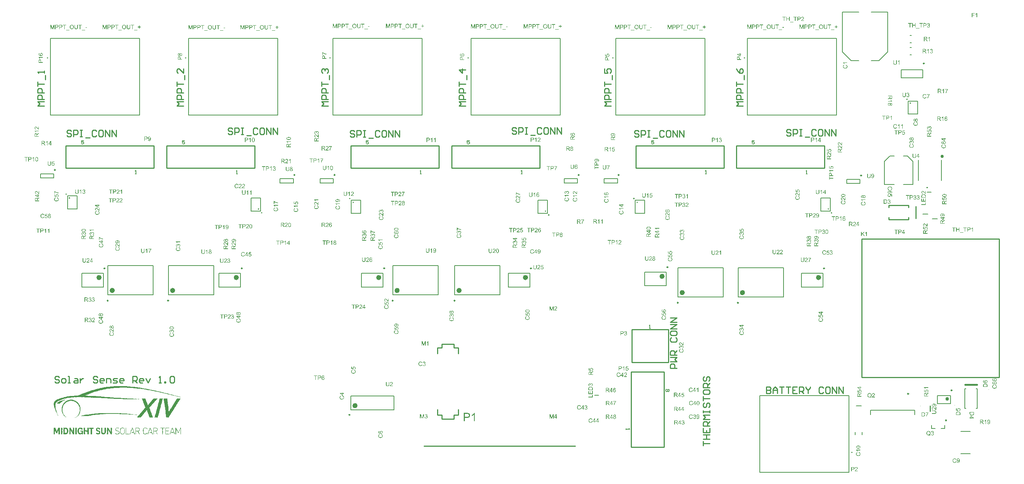
<source format=gto>
G04*
G04 #@! TF.GenerationSoftware,Altium Limited,Altium Designer,20.0.11 (256)*
G04*
G04 Layer_Color=65535*
%FSLAX25Y25*%
%MOIN*%
G70*
G01*
G75*
%ADD10C,0.00984*%
%ADD11C,0.00394*%
%ADD12C,0.01575*%
%ADD13C,0.02362*%
%ADD14C,0.00787*%
%ADD15C,0.02953*%
%ADD16C,0.01000*%
%ADD17C,0.00600*%
%ADD18C,0.00591*%
%ADD19C,0.00500*%
G36*
X-78759Y-173424D02*
X-80259D01*
Y-172424D01*
X-78759D01*
Y-173424D01*
D02*
G37*
G36*
X-810672Y-354173D02*
X-809927D01*
Y-354322D01*
X-809778D01*
Y-354173D01*
X-809630D01*
Y-354322D01*
X-809481D01*
Y-354173D01*
X-809332D01*
Y-354322D01*
X-807397D01*
Y-354471D01*
X-807248D01*
Y-354322D01*
X-807099D01*
Y-354471D01*
X-806951D01*
Y-354322D01*
X-806802D01*
Y-354471D01*
X-806653D01*
Y-354620D01*
X-806504D01*
Y-354471D01*
X-806057D01*
Y-354620D01*
X-805909D01*
Y-354471D01*
X-805760D01*
Y-354620D01*
X-805611D01*
Y-354471D01*
X-805462D01*
Y-354620D01*
X-804123D01*
Y-354769D01*
X-803974D01*
Y-354620D01*
X-803825D01*
Y-354769D01*
X-803378D01*
Y-354918D01*
X-803230D01*
Y-354769D01*
X-803081D01*
Y-354918D01*
X-802932D01*
Y-354769D01*
X-802783D01*
Y-354918D01*
X-801741D01*
Y-355066D01*
X-801592D01*
Y-354918D01*
X-801443D01*
Y-355066D01*
X-800699D01*
Y-355215D01*
X-799360D01*
Y-355364D01*
X-798913D01*
Y-355215D01*
X-798764D01*
Y-355364D01*
X-798616D01*
Y-355513D01*
X-798467D01*
Y-355364D01*
X-798318D01*
Y-355513D01*
X-797574D01*
Y-355662D01*
X-797425D01*
Y-355513D01*
X-797276D01*
Y-355662D01*
X-796830D01*
Y-355810D01*
X-796681D01*
Y-355662D01*
X-796532D01*
Y-355810D01*
X-795490D01*
Y-355959D01*
X-795341D01*
Y-355810D01*
X-795192D01*
Y-355959D01*
X-795043D01*
Y-356108D01*
X-794895D01*
Y-355959D01*
X-794746D01*
Y-356108D01*
X-794002D01*
Y-356257D01*
X-793853D01*
Y-356108D01*
X-793704D01*
Y-356257D01*
X-793555D01*
Y-356406D01*
X-793406D01*
Y-356257D01*
X-793257D01*
Y-356406D01*
X-793109D01*
Y-356257D01*
X-792960D01*
Y-356406D01*
X-792215D01*
Y-356555D01*
X-792067D01*
Y-356406D01*
X-791918D01*
Y-356555D01*
X-791471D01*
Y-356703D01*
X-790727D01*
Y-356852D01*
X-790578D01*
Y-356703D01*
X-790429D01*
Y-356852D01*
X-790281D01*
Y-356703D01*
X-790132D01*
Y-356852D01*
X-789983D01*
Y-357001D01*
X-788941D01*
Y-357150D01*
X-788494D01*
Y-357299D01*
X-788346D01*
Y-357150D01*
X-788197D01*
Y-357299D01*
X-787453D01*
Y-357448D01*
X-787006D01*
Y-357596D01*
X-786262D01*
Y-357745D01*
X-786113D01*
Y-357596D01*
X-785964D01*
Y-357745D01*
X-785815D01*
Y-357596D01*
X-785667D01*
Y-357745D01*
X-785518D01*
Y-357894D01*
X-784773D01*
Y-358043D01*
X-784327D01*
Y-358192D01*
X-784178D01*
Y-358043D01*
X-784029D01*
Y-358192D01*
X-783583D01*
Y-358341D01*
X-783434D01*
Y-358192D01*
X-783285D01*
Y-358341D01*
X-782839D01*
Y-358490D01*
X-782690D01*
Y-358341D01*
X-782541D01*
Y-358490D01*
X-782094D01*
Y-358638D01*
X-781946D01*
Y-358490D01*
X-781797D01*
Y-358638D01*
X-781648D01*
Y-358787D01*
X-780606D01*
Y-358936D01*
X-780160D01*
Y-359085D01*
X-779713D01*
Y-359234D01*
X-779564D01*
Y-359085D01*
X-779415D01*
Y-359234D01*
X-779267D01*
Y-359383D01*
X-779118D01*
Y-359234D01*
X-778969D01*
Y-359383D01*
X-778225D01*
Y-359531D01*
X-778076D01*
Y-359383D01*
X-777927D01*
Y-359531D01*
X-777778D01*
Y-359680D01*
X-777034D01*
Y-359829D01*
X-776587D01*
Y-359978D01*
X-776439D01*
Y-359829D01*
X-776290D01*
Y-359978D01*
X-775843D01*
Y-360127D01*
X-775694D01*
Y-359978D01*
X-775546D01*
Y-360127D01*
X-775397D01*
Y-360276D01*
X-775248D01*
Y-360127D01*
X-775099D01*
Y-360276D01*
X-774652D01*
Y-360424D01*
X-773908D01*
Y-360573D01*
X-773462D01*
Y-360722D01*
X-773313D01*
Y-360573D01*
X-773164D01*
Y-360722D01*
X-773015D01*
Y-360871D01*
X-772866D01*
Y-360722D01*
X-772718D01*
Y-360871D01*
X-772271D01*
Y-361020D01*
X-772122D01*
Y-360871D01*
X-771973D01*
Y-361020D01*
X-771825D01*
Y-361169D01*
X-771676D01*
Y-361020D01*
X-771527D01*
Y-361169D01*
X-771080D01*
Y-361317D01*
X-770931D01*
Y-361169D01*
X-770783D01*
Y-361317D01*
X-770634D01*
Y-361466D01*
X-769890D01*
Y-361615D01*
X-769741D01*
Y-361764D01*
X-769592D01*
Y-361615D01*
X-769443D01*
Y-361764D01*
X-768699D01*
Y-361913D01*
X-768550D01*
Y-361764D01*
X-768401D01*
Y-361913D01*
X-768252D01*
Y-362062D01*
X-767508D01*
Y-362211D01*
X-767359D01*
Y-362359D01*
X-767210D01*
Y-362211D01*
X-767062D01*
Y-362359D01*
X-766318D01*
Y-362508D01*
X-766169D01*
Y-362657D01*
X-766020D01*
Y-362508D01*
X-765871D01*
Y-362657D01*
X-765424D01*
Y-362806D01*
X-765276D01*
Y-362657D01*
X-765127D01*
Y-362806D01*
X-764978D01*
Y-362955D01*
X-764234D01*
Y-363104D01*
X-763787D01*
Y-363252D01*
X-763043D01*
Y-363401D01*
X-762894D01*
Y-363550D01*
X-762745D01*
Y-363401D01*
X-762597D01*
Y-363550D01*
X-762150D01*
Y-363699D01*
X-762001D01*
Y-363550D01*
X-761852D01*
Y-363699D01*
X-761703D01*
Y-363848D01*
X-760959D01*
Y-363997D01*
X-760810D01*
Y-364145D01*
X-760662D01*
Y-364294D01*
X-760810D01*
Y-364145D01*
X-761257D01*
Y-363997D01*
X-762001D01*
Y-363848D01*
X-762448D01*
Y-363699D01*
X-763192D01*
Y-363550D01*
X-763638D01*
Y-363401D01*
X-764383D01*
Y-363252D01*
X-764531D01*
Y-363401D01*
X-764680D01*
Y-363252D01*
X-764978D01*
Y-363104D01*
X-765573D01*
Y-362955D01*
X-766020D01*
Y-362806D01*
X-766169D01*
Y-362955D01*
X-766318D01*
Y-362806D01*
X-766764D01*
Y-362657D01*
X-766913D01*
Y-362806D01*
X-767062D01*
Y-362657D01*
X-767508D01*
Y-362508D01*
X-767955D01*
Y-362359D01*
X-768104D01*
Y-362508D01*
X-768252D01*
Y-362359D01*
X-768699D01*
Y-362211D01*
X-769443D01*
Y-362062D01*
X-769890D01*
Y-361913D01*
X-770634D01*
Y-361764D01*
X-770783D01*
Y-361615D01*
X-770931D01*
Y-361764D01*
X-771080D01*
Y-361615D01*
X-771825D01*
Y-361466D01*
X-772271D01*
Y-361317D01*
X-773015D01*
Y-361169D01*
X-773164D01*
Y-361020D01*
X-773313D01*
Y-361169D01*
X-773462D01*
Y-361020D01*
X-774206D01*
Y-360871D01*
X-774652D01*
Y-360722D01*
X-774801D01*
Y-360871D01*
X-774950D01*
Y-360722D01*
X-775397D01*
Y-360573D01*
X-775546D01*
Y-360722D01*
X-775694D01*
Y-360573D01*
X-776141D01*
Y-360424D01*
X-776885D01*
Y-360276D01*
X-777332D01*
Y-360127D01*
X-778076D01*
Y-359978D01*
X-778225D01*
Y-360127D01*
X-778373D01*
Y-359978D01*
X-778522D01*
Y-359829D01*
X-778671D01*
Y-359978D01*
X-778820D01*
Y-359829D01*
X-779267D01*
Y-359680D01*
X-779415D01*
Y-359829D01*
X-779564D01*
Y-359680D01*
X-780011D01*
Y-359531D01*
X-780755D01*
Y-359383D01*
X-780904D01*
Y-359531D01*
X-781052D01*
Y-359383D01*
X-781201D01*
Y-359234D01*
X-781350D01*
Y-359383D01*
X-781499D01*
Y-359234D01*
X-781946D01*
Y-359085D01*
X-782094D01*
Y-359234D01*
X-782243D01*
Y-359085D01*
X-782690D01*
Y-358936D01*
X-783434D01*
Y-358787D01*
X-783881D01*
Y-358638D01*
X-784029D01*
Y-358787D01*
X-784178D01*
Y-358638D01*
X-784922D01*
Y-358490D01*
X-785071D01*
Y-358638D01*
X-785220D01*
Y-358490D01*
X-785369D01*
Y-358341D01*
X-785518D01*
Y-358490D01*
X-785667D01*
Y-358341D01*
X-786411D01*
Y-358192D01*
X-786560D01*
Y-358341D01*
X-786708D01*
Y-358192D01*
X-787155D01*
Y-358043D01*
X-787899D01*
Y-357894D01*
X-788048D01*
Y-358043D01*
X-788197D01*
Y-357894D01*
X-788941D01*
Y-357745D01*
X-789685D01*
Y-357596D01*
X-789834D01*
Y-357745D01*
X-789983D01*
Y-357596D01*
X-790429D01*
Y-357448D01*
X-790578D01*
Y-357596D01*
X-790727D01*
Y-357448D01*
X-791471D01*
Y-357299D01*
X-791620D01*
Y-357448D01*
X-791769D01*
Y-357299D01*
X-792215D01*
Y-357150D01*
X-793555D01*
Y-357001D01*
X-794002D01*
Y-356852D01*
X-794150D01*
Y-357001D01*
X-794299D01*
Y-356852D01*
X-795341D01*
Y-356703D01*
X-795490D01*
Y-356852D01*
X-795639D01*
Y-356703D01*
X-796085D01*
Y-356555D01*
X-796234D01*
Y-356703D01*
X-796383D01*
Y-356555D01*
X-797722D01*
Y-356406D01*
X-797871D01*
Y-356555D01*
X-798020D01*
Y-356406D01*
X-798169D01*
Y-356555D01*
X-798318D01*
Y-356406D01*
X-798467D01*
Y-356257D01*
X-798616D01*
Y-356406D01*
X-798764D01*
Y-356257D01*
X-800104D01*
Y-356108D01*
X-800253D01*
Y-356257D01*
X-800402D01*
Y-356108D01*
X-800848D01*
Y-355959D01*
X-800997D01*
Y-356108D01*
X-801443D01*
Y-355959D01*
X-801592D01*
Y-356108D01*
X-801741D01*
Y-355959D01*
X-803081D01*
Y-355810D01*
X-803230D01*
Y-355959D01*
X-803378D01*
Y-355810D01*
X-803527D01*
Y-355959D01*
X-803676D01*
Y-355810D01*
X-803825D01*
Y-355959D01*
X-803974D01*
Y-355810D01*
X-804718D01*
Y-355662D01*
X-804867D01*
Y-355810D01*
X-805016D01*
Y-355662D01*
X-805165D01*
Y-355810D01*
X-805313D01*
Y-355662D01*
X-805462D01*
Y-355810D01*
X-805611D01*
Y-355662D01*
X-807546D01*
Y-355513D01*
X-807695D01*
Y-355662D01*
X-807844D01*
Y-355513D01*
X-807992D01*
Y-355662D01*
X-808141D01*
Y-355513D01*
X-808290D01*
Y-355662D01*
X-808439D01*
Y-355513D01*
X-808588D01*
Y-355662D01*
X-808737D01*
Y-355513D01*
X-808885D01*
Y-355662D01*
X-809034D01*
Y-355513D01*
X-809183D01*
Y-355662D01*
X-809332D01*
Y-355513D01*
X-809778D01*
Y-355662D01*
X-809927D01*
Y-355513D01*
X-810374D01*
Y-355662D01*
X-810523D01*
Y-355513D01*
X-815137D01*
Y-355662D01*
X-815286D01*
Y-355513D01*
X-815732D01*
Y-355662D01*
X-815881D01*
Y-355513D01*
X-816030D01*
Y-355662D01*
X-816179D01*
Y-355513D01*
X-816327D01*
Y-355662D01*
X-816476D01*
Y-355513D01*
X-816625D01*
Y-355662D01*
X-816774D01*
Y-355513D01*
X-816923D01*
Y-355662D01*
X-817072D01*
Y-355513D01*
X-817220D01*
Y-355662D01*
X-819155D01*
Y-355810D01*
X-819304D01*
Y-355662D01*
X-819751D01*
Y-355810D01*
X-819900D01*
Y-355662D01*
X-820048D01*
Y-355810D01*
X-820197D01*
Y-355662D01*
X-820346D01*
Y-355810D01*
X-820793D01*
Y-355959D01*
X-820942D01*
Y-355810D01*
X-821090D01*
Y-355959D01*
X-821239D01*
Y-355810D01*
X-821388D01*
Y-355959D01*
X-822727D01*
Y-356108D01*
X-822876D01*
Y-355959D01*
X-823025D01*
Y-356108D01*
X-823472D01*
Y-355959D01*
X-823621D01*
Y-356108D01*
X-824067D01*
Y-356257D01*
X-824216D01*
Y-356108D01*
X-824365D01*
Y-356257D01*
X-825407D01*
Y-356406D01*
X-825556D01*
Y-356257D01*
X-825704D01*
Y-356406D01*
X-825853D01*
Y-356555D01*
X-826002D01*
Y-356406D01*
X-826151D01*
Y-356555D01*
X-826300D01*
Y-356406D01*
X-826449D01*
Y-356555D01*
X-827193D01*
Y-356703D01*
X-827341D01*
Y-356555D01*
X-827490D01*
Y-356703D01*
X-827639D01*
Y-356555D01*
X-827788D01*
Y-356703D01*
X-827937D01*
Y-356852D01*
X-828086D01*
Y-356703D01*
X-828235D01*
Y-356852D01*
X-828979D01*
Y-357001D01*
X-829128D01*
Y-356852D01*
X-829276D01*
Y-357001D01*
X-829723D01*
Y-357150D01*
X-830765D01*
Y-357299D01*
X-831211D01*
Y-357448D01*
X-831360D01*
Y-357299D01*
X-831509D01*
Y-357448D01*
X-831956D01*
Y-357596D01*
X-832104D01*
Y-357448D01*
X-832253D01*
Y-357596D01*
X-832402D01*
Y-357745D01*
X-832551D01*
Y-357596D01*
X-832700D01*
Y-357745D01*
X-833146D01*
Y-357894D01*
X-833891D01*
Y-358043D01*
X-834635D01*
Y-358192D01*
X-834783D01*
Y-358341D01*
X-834932D01*
Y-358192D01*
X-835081D01*
Y-358341D01*
X-835528D01*
Y-358490D01*
X-835676D01*
Y-358341D01*
X-835825D01*
Y-358490D01*
X-835974D01*
Y-358638D01*
X-836123D01*
Y-358490D01*
X-836272D01*
Y-358638D01*
X-836718D01*
Y-358787D01*
X-836867D01*
Y-358638D01*
X-837016D01*
Y-358787D01*
X-836867D01*
Y-358936D01*
X-837016D01*
Y-358787D01*
X-837165D01*
Y-358936D01*
X-837611D01*
Y-359085D01*
X-838058D01*
Y-359234D01*
X-838802D01*
Y-359383D01*
X-838951D01*
Y-359531D01*
X-839695D01*
Y-359680D01*
X-839844D01*
Y-359829D01*
X-840588D01*
Y-359978D01*
X-840737D01*
Y-360127D01*
X-841184D01*
Y-360276D01*
X-841332D01*
Y-360127D01*
X-841481D01*
Y-360276D01*
X-841630D01*
Y-360424D01*
X-842077D01*
Y-360573D01*
X-842225D01*
Y-360722D01*
X-842374D01*
Y-360573D01*
X-842523D01*
Y-360722D01*
X-842970D01*
Y-360871D01*
X-843118D01*
Y-361020D01*
X-843565D01*
Y-361169D01*
X-844011D01*
Y-361317D01*
X-844458D01*
Y-361466D01*
X-844607D01*
Y-361615D01*
X-845053D01*
Y-361764D01*
X-845202D01*
Y-361913D01*
X-845351D01*
Y-361764D01*
X-845500D01*
Y-361913D01*
X-845649D01*
Y-362062D01*
X-846095D01*
Y-362211D01*
X-846542D01*
Y-362359D01*
X-846691D01*
Y-362508D01*
X-847137D01*
Y-362657D01*
X-846988D01*
Y-362806D01*
X-846840D01*
Y-362657D01*
X-846691D01*
Y-362806D01*
X-846244D01*
Y-362657D01*
X-846095D01*
Y-362806D01*
X-845351D01*
Y-362955D01*
X-845202D01*
Y-362806D01*
X-845053D01*
Y-362955D01*
X-844905D01*
Y-362806D01*
X-844756D01*
Y-362955D01*
X-844607D01*
Y-362806D01*
X-844458D01*
Y-362955D01*
X-844309D01*
Y-362806D01*
X-844160D01*
Y-362955D01*
X-841928D01*
Y-363104D01*
X-841779D01*
Y-362955D01*
X-841630D01*
Y-363104D01*
X-841481D01*
Y-362955D01*
X-841332D01*
Y-363104D01*
X-841184D01*
Y-362955D01*
X-841035D01*
Y-363104D01*
X-840291D01*
Y-363252D01*
X-840142D01*
Y-363104D01*
X-839695D01*
Y-363252D01*
X-839546D01*
Y-363104D01*
X-839398D01*
Y-363252D01*
X-839249D01*
Y-363104D01*
X-839100D01*
Y-363252D01*
X-837463D01*
Y-363401D01*
X-837314D01*
Y-363252D01*
X-837165D01*
Y-363401D01*
X-837016D01*
Y-363252D01*
X-836867D01*
Y-363401D01*
X-836718D01*
Y-363252D01*
X-836570D01*
Y-363401D01*
X-835825D01*
Y-363550D01*
X-835676D01*
Y-363401D01*
X-835528D01*
Y-363550D01*
X-835379D01*
Y-363401D01*
X-835230D01*
Y-363550D01*
X-833593D01*
Y-363699D01*
X-833444D01*
Y-363550D01*
X-833295D01*
Y-363699D01*
X-833146D01*
Y-363550D01*
X-832997D01*
Y-363699D01*
X-832849D01*
Y-363550D01*
X-832700D01*
Y-363699D01*
X-832253D01*
Y-363550D01*
X-832104D01*
Y-363699D01*
X-831956D01*
Y-363848D01*
X-831807D01*
Y-363699D01*
X-831658D01*
Y-363848D01*
X-831509D01*
Y-363699D01*
X-831360D01*
Y-363848D01*
X-829723D01*
Y-363997D01*
X-829574D01*
Y-363848D01*
X-829425D01*
Y-363997D01*
X-828681D01*
Y-364145D01*
X-828532D01*
Y-363997D01*
X-828086D01*
Y-364145D01*
X-827937D01*
Y-363997D01*
X-827788D01*
Y-364145D01*
X-827639D01*
Y-363997D01*
X-827490D01*
Y-364145D01*
X-825853D01*
Y-364294D01*
X-825704D01*
Y-364145D01*
X-825556D01*
Y-364294D01*
X-825407D01*
Y-364145D01*
X-825258D01*
Y-364294D01*
X-825109D01*
Y-364145D01*
X-824960D01*
Y-364294D01*
X-824811D01*
Y-364443D01*
X-824662D01*
Y-364294D01*
X-824514D01*
Y-364443D01*
X-824365D01*
Y-364294D01*
X-824216D01*
Y-364443D01*
X-824067D01*
Y-364294D01*
X-823918D01*
Y-364443D01*
X-823769D01*
Y-364294D01*
X-823621D01*
Y-364443D01*
X-821983D01*
Y-364592D01*
X-821834D01*
Y-364443D01*
X-821686D01*
Y-364592D01*
X-821537D01*
Y-364443D01*
X-821388D01*
Y-364592D01*
X-821239D01*
Y-364443D01*
X-821090D01*
Y-364592D01*
X-820346D01*
Y-364741D01*
X-820197D01*
Y-364592D01*
X-820048D01*
Y-364741D01*
X-819900D01*
Y-364592D01*
X-819751D01*
Y-364741D01*
X-817518D01*
Y-364890D01*
X-817369D01*
Y-364741D01*
X-817220D01*
Y-364890D01*
X-815881D01*
Y-365038D01*
X-815732D01*
Y-364890D01*
X-815286D01*
Y-365038D01*
X-815137D01*
Y-364890D01*
X-814988D01*
Y-365038D01*
X-813053D01*
Y-365187D01*
X-812904D01*
Y-365038D01*
X-812458D01*
Y-365187D01*
X-812309D01*
Y-365038D01*
X-812160D01*
Y-365187D01*
X-812011D01*
Y-365038D01*
X-811862D01*
Y-365187D01*
X-811713D01*
Y-365038D01*
X-811565D01*
Y-365187D01*
X-811416D01*
Y-365336D01*
X-811267D01*
Y-365187D01*
X-810820D01*
Y-365336D01*
X-810672D01*
Y-365187D01*
X-810523D01*
Y-365336D01*
X-810374D01*
Y-365187D01*
X-810225D01*
Y-365336D01*
X-810076D01*
Y-365187D01*
X-809927D01*
Y-365336D01*
X-809778D01*
Y-365187D01*
X-809630D01*
Y-365336D01*
X-806802D01*
Y-365485D01*
X-806653D01*
Y-365336D01*
X-806504D01*
Y-365485D01*
X-806355D01*
Y-365336D01*
X-806206D01*
Y-365485D01*
X-806057D01*
Y-365336D01*
X-805909D01*
Y-365485D01*
X-805760D01*
Y-365336D01*
X-805611D01*
Y-365485D01*
X-805462D01*
Y-365336D01*
X-805313D01*
Y-365485D01*
X-805165D01*
Y-365336D01*
X-805016D01*
Y-365485D01*
X-804867D01*
Y-365336D01*
X-804718D01*
Y-365485D01*
X-804272D01*
Y-365336D01*
X-804123D01*
Y-365485D01*
X-803378D01*
Y-365634D01*
X-803230D01*
Y-365485D01*
X-803081D01*
Y-365634D01*
X-802932D01*
Y-365485D01*
X-802783D01*
Y-365634D01*
X-802634D01*
Y-365485D01*
X-802485D01*
Y-365634D01*
X-802337D01*
Y-365485D01*
X-802188D01*
Y-365634D01*
X-801741D01*
Y-365485D01*
X-801592D01*
Y-365634D01*
X-797127D01*
Y-365783D01*
X-798318D01*
Y-365932D01*
X-798467D01*
Y-365783D01*
X-798616D01*
Y-365932D01*
X-798764D01*
Y-365783D01*
X-798913D01*
Y-365932D01*
X-799062D01*
Y-365783D01*
X-799211D01*
Y-365932D01*
X-799360D01*
Y-365783D01*
X-799509D01*
Y-365932D01*
X-799657D01*
Y-365783D01*
X-799806D01*
Y-365932D01*
X-799955D01*
Y-365783D01*
X-800104D01*
Y-365932D01*
X-799955D01*
Y-366080D01*
X-800104D01*
Y-365932D01*
X-801146D01*
Y-366080D01*
X-801295D01*
Y-365932D01*
X-801741D01*
Y-366080D01*
X-801890D01*
Y-365932D01*
X-802337D01*
Y-366080D01*
X-802485D01*
Y-365932D01*
X-802634D01*
Y-366080D01*
X-802783D01*
Y-365932D01*
X-802932D01*
Y-366080D01*
X-803081D01*
Y-365932D01*
X-803230D01*
Y-366080D01*
X-803378D01*
Y-365932D01*
X-803527D01*
Y-366080D01*
X-803676D01*
Y-365932D01*
X-803825D01*
Y-366080D01*
X-803974D01*
Y-365932D01*
X-804123D01*
Y-366080D01*
X-804272D01*
Y-365932D01*
X-804420D01*
Y-366080D01*
X-804569D01*
Y-365932D01*
X-804718D01*
Y-366080D01*
X-804867D01*
Y-365932D01*
X-805016D01*
Y-366080D01*
X-805165D01*
Y-365932D01*
X-805313D01*
Y-366080D01*
X-805462D01*
Y-365932D01*
X-805611D01*
Y-366080D01*
X-805760D01*
Y-365932D01*
X-805909D01*
Y-366080D01*
X-806057D01*
Y-365932D01*
X-806206D01*
Y-366080D01*
X-806355D01*
Y-365932D01*
X-806504D01*
Y-366080D01*
X-806653D01*
Y-365932D01*
X-806802D01*
Y-366080D01*
X-806951D01*
Y-365932D01*
X-807099D01*
Y-366080D01*
X-807248D01*
Y-365932D01*
X-807397D01*
Y-366080D01*
X-807546D01*
Y-365932D01*
X-807695D01*
Y-366080D01*
X-807844D01*
Y-365932D01*
X-807992D01*
Y-366080D01*
X-808141D01*
Y-365932D01*
X-808290D01*
Y-366080D01*
X-808439D01*
Y-365932D01*
X-808588D01*
Y-366080D01*
X-808737D01*
Y-365932D01*
X-808885D01*
Y-366080D01*
X-809034D01*
Y-365932D01*
X-809183D01*
Y-366080D01*
X-809332D01*
Y-365932D01*
X-809481D01*
Y-366080D01*
X-809630D01*
Y-365932D01*
X-810076D01*
Y-366080D01*
X-810225D01*
Y-365932D01*
X-810672D01*
Y-366080D01*
X-810820D01*
Y-365932D01*
X-811862D01*
Y-365783D01*
X-812011D01*
Y-365932D01*
X-811862D01*
Y-366080D01*
X-812011D01*
Y-365932D01*
X-812458D01*
Y-365783D01*
X-812607D01*
Y-365932D01*
X-812755D01*
Y-365783D01*
X-812904D01*
Y-365932D01*
X-813053D01*
Y-365783D01*
X-813202D01*
Y-365932D01*
X-813351D01*
Y-365783D01*
X-813500D01*
Y-365932D01*
X-813648D01*
Y-365783D01*
X-813797D01*
Y-365932D01*
X-813946D01*
Y-365783D01*
X-814392D01*
Y-365932D01*
X-814541D01*
Y-365783D01*
X-818262D01*
Y-365634D01*
X-818411D01*
Y-365783D01*
X-818560D01*
Y-365634D01*
X-818709D01*
Y-365783D01*
X-818858D01*
Y-365634D01*
X-819007D01*
Y-365783D01*
X-819155D01*
Y-365634D01*
X-819304D01*
Y-365783D01*
X-819453D01*
Y-365634D01*
X-821090D01*
Y-365485D01*
X-821239D01*
Y-365634D01*
X-821686D01*
Y-365485D01*
X-821834D01*
Y-365634D01*
X-821983D01*
Y-365485D01*
X-822132D01*
Y-365634D01*
X-822281D01*
Y-365485D01*
X-822430D01*
Y-365634D01*
X-822579D01*
Y-365485D01*
X-825109D01*
Y-365336D01*
X-825258D01*
Y-365485D01*
X-825407D01*
Y-365336D01*
X-825556D01*
Y-365485D01*
X-825704D01*
Y-365336D01*
X-825853D01*
Y-365485D01*
X-826002D01*
Y-365336D01*
X-826151D01*
Y-365485D01*
X-826300D01*
Y-365336D01*
X-826746D01*
Y-365187D01*
X-826895D01*
Y-365336D01*
X-827341D01*
Y-365187D01*
X-827490D01*
Y-365336D01*
X-827639D01*
Y-365187D01*
X-827788D01*
Y-365336D01*
X-827937D01*
Y-365187D01*
X-828086D01*
Y-365336D01*
X-828235D01*
Y-365187D01*
X-830169D01*
Y-365038D01*
X-830318D01*
Y-365187D01*
X-830467D01*
Y-365038D01*
X-830616D01*
Y-365187D01*
X-830765D01*
Y-365038D01*
X-830914D01*
Y-365187D01*
X-831063D01*
Y-365038D01*
X-831211D01*
Y-365187D01*
X-831360D01*
Y-365038D01*
X-831807D01*
Y-365187D01*
X-831956D01*
Y-365038D01*
X-832402D01*
Y-364890D01*
X-832551D01*
Y-365038D01*
X-832997D01*
Y-364890D01*
X-833146D01*
Y-365038D01*
X-833295D01*
Y-364890D01*
X-835825D01*
Y-364741D01*
X-835974D01*
Y-364890D01*
X-836123D01*
Y-364741D01*
X-836272D01*
Y-364890D01*
X-836421D01*
Y-364741D01*
X-836867D01*
Y-364592D01*
X-837016D01*
Y-364741D01*
X-836867D01*
Y-364890D01*
X-837016D01*
Y-364741D01*
X-837463D01*
Y-364592D01*
X-837611D01*
Y-364741D01*
X-837760D01*
Y-364592D01*
X-837909D01*
Y-364741D01*
X-838058D01*
Y-364592D01*
X-838207D01*
Y-364741D01*
X-838356D01*
Y-364592D01*
X-838505D01*
Y-364741D01*
X-838653D01*
Y-364592D01*
X-838802D01*
Y-364741D01*
X-838951D01*
Y-364592D01*
X-840886D01*
Y-364443D01*
X-841035D01*
Y-364592D01*
X-841184D01*
Y-364443D01*
X-841332D01*
Y-364592D01*
X-841481D01*
Y-364443D01*
X-841630D01*
Y-364592D01*
X-841779D01*
Y-364443D01*
X-841928D01*
Y-364592D01*
X-842077D01*
Y-364443D01*
X-843118D01*
Y-364294D01*
X-843267D01*
Y-364443D01*
X-843416D01*
Y-364294D01*
X-843565D01*
Y-364443D01*
X-843714D01*
Y-364294D01*
X-843863D01*
Y-364443D01*
X-844011D01*
Y-364294D01*
X-844160D01*
Y-364443D01*
X-844309D01*
Y-364294D01*
X-844458D01*
Y-364443D01*
X-844607D01*
Y-364294D01*
X-847137D01*
Y-364145D01*
X-847286D01*
Y-364294D01*
X-847435D01*
Y-364145D01*
X-847584D01*
Y-364294D01*
X-847733D01*
Y-364145D01*
X-847881D01*
Y-364294D01*
X-848030D01*
Y-364145D01*
X-848179D01*
Y-364294D01*
X-848328D01*
Y-364145D01*
X-848477D01*
Y-364294D01*
X-848626D01*
Y-364145D01*
X-848774D01*
Y-364294D01*
X-848923D01*
Y-364145D01*
X-849072D01*
Y-364294D01*
X-849221D01*
Y-364145D01*
X-849370D01*
Y-364294D01*
X-849519D01*
Y-364145D01*
X-849965D01*
Y-364294D01*
X-850114D01*
Y-364145D01*
X-850560D01*
Y-364294D01*
X-850709D01*
Y-364145D01*
X-852347D01*
Y-363997D01*
X-852495D01*
Y-364145D01*
X-852942D01*
Y-363997D01*
X-853091D01*
Y-364145D01*
X-854728D01*
Y-364294D01*
X-854877D01*
Y-364145D01*
X-855323D01*
Y-364294D01*
X-855472D01*
Y-364145D01*
X-855919D01*
Y-364294D01*
X-856067D01*
Y-364145D01*
X-856216D01*
Y-364294D01*
X-856365D01*
Y-364145D01*
X-856514D01*
Y-364294D01*
X-856663D01*
Y-364145D01*
X-856812D01*
Y-364294D01*
X-856961D01*
Y-364145D01*
X-857109D01*
Y-364294D01*
X-857258D01*
Y-364145D01*
X-857407D01*
Y-364294D01*
X-859342D01*
Y-364443D01*
X-859491D01*
Y-364294D01*
X-859640D01*
Y-364443D01*
X-859789D01*
Y-364294D01*
X-859937D01*
Y-364443D01*
X-860384D01*
Y-364592D01*
X-860533D01*
Y-364443D01*
X-860682D01*
Y-364592D01*
X-860830D01*
Y-364443D01*
X-860979D01*
Y-364592D01*
X-862021D01*
Y-364741D01*
X-862170D01*
Y-364592D01*
X-862319D01*
Y-364741D01*
X-862468D01*
Y-364592D01*
X-862617D01*
Y-364741D01*
X-862765D01*
Y-364890D01*
X-863807D01*
Y-365038D01*
X-864254D01*
Y-365187D01*
X-864402D01*
Y-365038D01*
X-864551D01*
Y-365187D01*
X-864998D01*
Y-365336D01*
X-865147D01*
Y-365187D01*
X-865296D01*
Y-365336D01*
X-865444D01*
Y-365485D01*
X-865593D01*
Y-365336D01*
X-865742D01*
Y-365485D01*
X-866189D01*
Y-365634D01*
X-866337D01*
Y-365485D01*
X-866486D01*
Y-365634D01*
X-866635D01*
Y-365783D01*
X-867379D01*
Y-365932D01*
X-867528D01*
Y-366080D01*
X-868272D01*
Y-366229D01*
X-868421D01*
Y-366378D01*
X-869165D01*
Y-366527D01*
X-869314D01*
Y-366676D01*
X-869761D01*
Y-366825D01*
X-870207D01*
Y-366973D01*
X-870654D01*
Y-367122D01*
X-870803D01*
Y-367271D01*
X-871249D01*
Y-367420D01*
X-871547D01*
Y-367569D01*
X-871844D01*
Y-367718D01*
X-871993D01*
Y-367866D01*
X-872440D01*
Y-368015D01*
X-872589D01*
Y-368164D01*
X-872886D01*
Y-368313D01*
X-873035D01*
Y-368462D01*
X-873333D01*
Y-368611D01*
X-873482D01*
Y-368759D01*
X-873631D01*
Y-368908D01*
X-873779D01*
Y-369057D01*
X-873928D01*
Y-369206D01*
Y-369355D01*
X-874077D01*
Y-369504D01*
Y-369653D01*
X-874226D01*
Y-369801D01*
X-874375D01*
Y-369950D01*
X-874524D01*
Y-370099D01*
X-874375D01*
Y-370248D01*
X-874524D01*
Y-370397D01*
Y-370546D01*
Y-370694D01*
X-874672D01*
Y-370843D01*
Y-370992D01*
Y-371141D01*
Y-371290D01*
Y-371439D01*
X-874821D01*
Y-371587D01*
X-874672D01*
Y-371736D01*
X-874821D01*
Y-371885D01*
X-874672D01*
Y-372034D01*
X-874821D01*
Y-372183D01*
X-874672D01*
Y-372332D01*
X-874821D01*
Y-372481D01*
X-874672D01*
Y-372629D01*
X-874821D01*
Y-372778D01*
X-874672D01*
Y-372927D01*
Y-373076D01*
Y-373225D01*
Y-373374D01*
Y-373522D01*
X-874524D01*
Y-373671D01*
Y-373820D01*
Y-373969D01*
Y-374118D01*
Y-374267D01*
X-874375D01*
Y-374415D01*
Y-374564D01*
Y-374713D01*
Y-374862D01*
X-874226D01*
Y-375011D01*
Y-375160D01*
Y-375308D01*
Y-375457D01*
X-874077D01*
Y-375606D01*
Y-375755D01*
Y-375904D01*
X-873928D01*
Y-376053D01*
Y-376202D01*
Y-376350D01*
X-873779D01*
Y-376499D01*
X-873928D01*
Y-376648D01*
X-873779D01*
Y-376797D01*
X-873631D01*
Y-376946D01*
X-873779D01*
Y-377095D01*
X-873631D01*
Y-377243D01*
X-873482D01*
Y-377392D01*
X-873631D01*
Y-377541D01*
X-873482D01*
Y-377690D01*
Y-377839D01*
X-873333D01*
Y-377988D01*
Y-378136D01*
X-873184D01*
Y-378285D01*
X-873333D01*
Y-378434D01*
X-873184D01*
Y-378583D01*
X-873035D01*
Y-378732D01*
Y-378881D01*
Y-379029D01*
X-872886D01*
Y-379178D01*
Y-379327D01*
Y-379476D01*
X-872738D01*
Y-379625D01*
X-872589D01*
Y-379774D01*
X-872738D01*
Y-379922D01*
X-872589D01*
Y-380071D01*
Y-380220D01*
X-872440D01*
Y-380369D01*
Y-380518D01*
X-872291D01*
Y-380667D01*
Y-380816D01*
Y-380964D01*
X-872142D01*
Y-381113D01*
X-872291D01*
Y-380964D01*
X-872440D01*
Y-380816D01*
X-872589D01*
Y-380667D01*
Y-380518D01*
Y-380369D01*
X-872738D01*
Y-380220D01*
X-872886D01*
Y-380071D01*
Y-379922D01*
Y-379774D01*
X-873035D01*
Y-379625D01*
Y-379476D01*
X-873184D01*
Y-379327D01*
Y-379178D01*
X-873333D01*
Y-379029D01*
Y-378881D01*
Y-378732D01*
X-873482D01*
Y-378583D01*
X-873631D01*
Y-378434D01*
Y-378285D01*
Y-378136D01*
X-873779D01*
Y-377988D01*
X-873928D01*
Y-377839D01*
X-873779D01*
Y-377690D01*
X-873928D01*
Y-377541D01*
X-874077D01*
Y-377392D01*
Y-377243D01*
Y-377095D01*
X-874226D01*
Y-376946D01*
X-874375D01*
Y-376797D01*
Y-376648D01*
Y-376499D01*
X-874524D01*
Y-376350D01*
Y-376202D01*
Y-376053D01*
X-874672D01*
Y-375904D01*
X-874821D01*
Y-375755D01*
X-874672D01*
Y-375606D01*
X-874821D01*
Y-375457D01*
X-874970D01*
Y-375308D01*
Y-375160D01*
Y-375011D01*
X-875119D01*
Y-374862D01*
Y-374713D01*
X-875268D01*
Y-374564D01*
Y-374415D01*
X-875417D01*
Y-374267D01*
X-875268D01*
Y-374118D01*
X-875417D01*
Y-373969D01*
X-875566D01*
Y-373820D01*
Y-373671D01*
Y-373522D01*
X-875714D01*
Y-373374D01*
Y-373225D01*
Y-373076D01*
X-875863D01*
Y-372927D01*
Y-372778D01*
Y-372629D01*
Y-372481D01*
Y-372332D01*
X-876012D01*
Y-372183D01*
Y-372034D01*
Y-371885D01*
Y-371736D01*
Y-371587D01*
X-876161D01*
Y-371439D01*
X-876310D01*
Y-371290D01*
X-876161D01*
Y-371141D01*
X-876310D01*
Y-370992D01*
X-876161D01*
Y-370843D01*
X-876310D01*
Y-370694D01*
X-876161D01*
Y-370546D01*
X-876310D01*
Y-370397D01*
X-876161D01*
Y-370248D01*
X-876310D01*
Y-370099D01*
X-876161D01*
Y-369950D01*
X-876310D01*
Y-369801D01*
X-876161D01*
Y-369653D01*
X-876310D01*
Y-369504D01*
X-876161D01*
Y-369355D01*
X-876012D01*
Y-369206D01*
X-876161D01*
Y-369057D01*
X-876012D01*
Y-368908D01*
X-875863D01*
Y-368759D01*
X-876012D01*
Y-368611D01*
X-875863D01*
Y-368462D01*
X-875714D01*
Y-368313D01*
X-875566D01*
Y-368164D01*
Y-368015D01*
X-875268D01*
Y-367866D01*
X-875417D01*
Y-367718D01*
X-874970D01*
Y-367569D01*
Y-367420D01*
X-874672D01*
Y-367271D01*
X-874524D01*
Y-367122D01*
X-874375D01*
Y-366973D01*
X-874226D01*
Y-366825D01*
X-873779D01*
Y-366676D01*
X-873631D01*
Y-366527D01*
X-873184D01*
Y-366378D01*
X-873035D01*
Y-366229D01*
X-872589D01*
Y-366080D01*
X-872440D01*
Y-365932D01*
X-872291D01*
Y-366080D01*
X-872142D01*
Y-365932D01*
X-871696D01*
Y-365783D01*
X-871547D01*
Y-365634D01*
X-871100D01*
Y-365485D01*
X-870951D01*
Y-365336D01*
X-870803D01*
Y-365485D01*
X-870654D01*
Y-365336D01*
X-870207D01*
Y-365187D01*
X-869761D01*
Y-365038D01*
X-869314D01*
Y-364890D01*
X-868868D01*
Y-364741D01*
X-868124D01*
Y-364592D01*
X-867677D01*
Y-364443D01*
X-867231D01*
Y-364294D01*
X-867082D01*
Y-364443D01*
X-866933D01*
Y-364294D01*
X-866784D01*
Y-364145D01*
X-866040D01*
Y-363997D01*
X-865891D01*
Y-364145D01*
X-865742D01*
Y-363997D01*
X-865296D01*
Y-363848D01*
X-864551D01*
Y-363699D01*
X-864105D01*
Y-363550D01*
X-863956D01*
Y-363699D01*
X-863807D01*
Y-363550D01*
X-862765D01*
Y-363401D01*
X-862617D01*
Y-363550D01*
X-862468D01*
Y-363401D01*
X-862319D01*
Y-363252D01*
X-862170D01*
Y-363401D01*
X-862021D01*
Y-363252D01*
X-861872D01*
Y-363401D01*
X-861723D01*
Y-363252D01*
X-860682D01*
Y-363104D01*
X-860533D01*
Y-363252D01*
X-860384D01*
Y-363104D01*
X-860235D01*
Y-362955D01*
X-860086D01*
Y-363104D01*
X-859640D01*
Y-362955D01*
X-859491D01*
Y-363104D01*
X-859342D01*
Y-362955D01*
X-859193D01*
Y-363104D01*
X-859044D01*
Y-362955D01*
X-857407D01*
Y-362806D01*
X-857258D01*
Y-362955D01*
X-857109D01*
Y-362806D01*
X-856961D01*
Y-362955D01*
X-856812D01*
Y-362806D01*
X-856663D01*
Y-362955D01*
X-856514D01*
Y-362806D01*
X-855770D01*
Y-362657D01*
X-855621D01*
Y-362806D01*
X-855472D01*
Y-362657D01*
X-855323D01*
Y-362806D01*
X-855175D01*
Y-362657D01*
X-855026D01*
Y-362806D01*
X-854877D01*
Y-362657D01*
X-854728D01*
Y-362806D01*
X-854579D01*
Y-362657D01*
X-854430D01*
Y-362806D01*
X-854282D01*
Y-362657D01*
X-854133D01*
Y-362806D01*
X-853984D01*
Y-362657D01*
X-853835D01*
Y-362508D01*
X-853388D01*
Y-362359D01*
X-852942D01*
Y-362211D01*
X-852793D01*
Y-362062D01*
X-852347D01*
Y-361913D01*
X-851900D01*
Y-361764D01*
X-851453D01*
Y-361615D01*
X-851305D01*
Y-361466D01*
X-850858D01*
Y-361317D01*
X-850709D01*
Y-361169D01*
X-850560D01*
Y-361317D01*
X-850412D01*
Y-361169D01*
X-849965D01*
Y-361020D01*
X-849816D01*
Y-360871D01*
X-849370D01*
Y-360722D01*
X-848923D01*
Y-360573D01*
X-848477D01*
Y-360424D01*
X-848179D01*
Y-360276D01*
X-847881D01*
Y-360127D01*
X-847435D01*
Y-359978D01*
X-846988D01*
Y-359829D01*
X-846542D01*
Y-359680D01*
X-846095D01*
Y-359531D01*
X-845947D01*
Y-359383D01*
X-845202D01*
Y-359234D01*
X-845053D01*
Y-359085D01*
X-844607D01*
Y-358936D01*
X-844458D01*
Y-359085D01*
X-844309D01*
Y-358936D01*
X-844160D01*
Y-358787D01*
X-843416D01*
Y-358638D01*
X-843267D01*
Y-358490D01*
X-842821D01*
Y-358341D01*
X-842672D01*
Y-358490D01*
X-842523D01*
Y-358341D01*
X-842374D01*
Y-358192D01*
X-841928D01*
Y-358043D01*
X-841779D01*
Y-358192D01*
X-841630D01*
Y-358043D01*
X-841481D01*
Y-357894D01*
X-840737D01*
Y-357745D01*
X-840588D01*
Y-357596D01*
X-840439D01*
Y-357745D01*
X-840291D01*
Y-357596D01*
X-839844D01*
Y-357448D01*
X-839398D01*
Y-357299D01*
X-838653D01*
Y-357150D01*
X-838207D01*
Y-357001D01*
X-837760D01*
Y-356852D01*
X-837611D01*
Y-357001D01*
X-837463D01*
Y-356852D01*
X-837314D01*
Y-356703D01*
X-836570D01*
Y-356555D01*
X-836123D01*
Y-356406D01*
X-835379D01*
Y-356257D01*
X-835230D01*
Y-356406D01*
X-835081D01*
Y-356257D01*
X-834932D01*
Y-356108D01*
X-834188D01*
Y-355959D01*
X-833742D01*
Y-355810D01*
X-833593D01*
Y-355959D01*
X-833444D01*
Y-355810D01*
X-832700D01*
Y-355662D01*
X-832253D01*
Y-355513D01*
X-832104D01*
Y-355662D01*
X-831956D01*
Y-355513D01*
X-831211D01*
Y-355364D01*
X-830467D01*
Y-355215D01*
X-829425D01*
Y-355066D01*
X-828979D01*
Y-354918D01*
X-828830D01*
Y-355066D01*
X-828681D01*
Y-354918D01*
X-828532D01*
Y-355066D01*
X-828383D01*
Y-354918D01*
X-827937D01*
Y-354769D01*
X-827788D01*
Y-354918D01*
X-827639D01*
Y-354769D01*
X-827490D01*
Y-354918D01*
X-827341D01*
Y-354769D01*
X-826895D01*
Y-354620D01*
X-826746D01*
Y-354769D01*
X-826597D01*
Y-354620D01*
X-825258D01*
Y-354471D01*
X-825109D01*
Y-354620D01*
X-824960D01*
Y-354471D01*
X-824514D01*
Y-354620D01*
X-824365D01*
Y-354471D01*
X-824216D01*
Y-354322D01*
X-824067D01*
Y-354471D01*
X-823918D01*
Y-354322D01*
X-822281D01*
Y-354173D01*
X-822132D01*
Y-354322D01*
X-821983D01*
Y-354173D01*
X-821834D01*
Y-354322D01*
X-821686D01*
Y-354173D01*
X-820942D01*
Y-354024D01*
X-820793D01*
Y-354173D01*
X-820644D01*
Y-354024D01*
X-820495D01*
Y-354173D01*
X-820346D01*
Y-354024D01*
X-820197D01*
Y-354173D01*
X-820048D01*
Y-354024D01*
X-819900D01*
Y-354173D01*
X-819751D01*
Y-354024D01*
X-819602D01*
Y-354173D01*
X-819453D01*
Y-354024D01*
X-819304D01*
Y-354173D01*
X-819155D01*
Y-354024D01*
X-812755D01*
Y-354173D01*
X-812607D01*
Y-354024D01*
X-812160D01*
Y-354173D01*
X-812011D01*
Y-354024D01*
X-811862D01*
Y-354173D01*
X-811713D01*
Y-354024D01*
X-811565D01*
Y-354173D01*
X-811416D01*
Y-354024D01*
X-811267D01*
Y-354173D01*
X-811118D01*
Y-354024D01*
X-810969D01*
Y-354173D01*
X-810820D01*
Y-354024D01*
X-810672D01*
Y-354173D01*
D02*
G37*
G36*
X-760513Y-364145D02*
X-760364D01*
Y-364294D01*
X-760513D01*
Y-364145D01*
X-760662D01*
Y-363997D01*
X-760513D01*
Y-364145D01*
D02*
G37*
G36*
X-858895Y-366676D02*
X-858747D01*
Y-366825D01*
X-858598D01*
Y-366676D01*
X-858449D01*
Y-366825D01*
X-857705D01*
Y-366973D01*
X-857556D01*
Y-367122D01*
X-857109D01*
Y-367271D01*
X-856663D01*
Y-367420D01*
X-856365D01*
Y-367569D01*
X-856067D01*
Y-367718D01*
X-855919D01*
Y-367866D01*
X-855770D01*
Y-368015D01*
X-855323D01*
Y-368164D01*
X-855175D01*
Y-368313D01*
X-855026D01*
Y-368462D01*
X-854877D01*
Y-368611D01*
X-854728D01*
Y-368759D01*
X-854579D01*
Y-368908D01*
X-854282D01*
Y-369057D01*
X-854133D01*
Y-369206D01*
Y-369355D01*
X-853984D01*
Y-369504D01*
X-853835D01*
Y-369653D01*
X-853686D01*
Y-369801D01*
X-853537D01*
Y-369950D01*
X-853388D01*
Y-370099D01*
X-853240D01*
Y-370248D01*
Y-370397D01*
X-853091D01*
Y-370546D01*
Y-370694D01*
X-852942D01*
Y-370843D01*
X-852793D01*
Y-370992D01*
X-852644D01*
Y-371141D01*
X-852793D01*
Y-371290D01*
X-852644D01*
Y-371439D01*
X-852495D01*
Y-371587D01*
Y-371736D01*
Y-371885D01*
X-852347D01*
Y-372034D01*
X-852198D01*
Y-372183D01*
Y-372332D01*
Y-372481D01*
X-852049D01*
Y-372629D01*
X-852198D01*
Y-372778D01*
X-852049D01*
Y-372927D01*
X-851900D01*
Y-373076D01*
Y-373225D01*
Y-373374D01*
Y-373522D01*
Y-373671D01*
X-851751D01*
Y-373820D01*
X-851900D01*
Y-373969D01*
X-851751D01*
Y-374118D01*
X-851900D01*
Y-374267D01*
X-851751D01*
Y-374415D01*
Y-374564D01*
Y-374713D01*
X-851900D01*
Y-374862D01*
X-851751D01*
Y-375011D01*
Y-375160D01*
Y-375308D01*
Y-375457D01*
Y-375606D01*
Y-375755D01*
Y-375904D01*
X-851900D01*
Y-376053D01*
X-851751D01*
Y-376202D01*
Y-376350D01*
Y-376499D01*
X-851900D01*
Y-376648D01*
X-851751D01*
Y-376797D01*
X-851900D01*
Y-376946D01*
Y-377095D01*
Y-377243D01*
X-852049D01*
Y-377392D01*
Y-377541D01*
Y-377690D01*
X-852198D01*
Y-377839D01*
X-852049D01*
Y-377988D01*
X-852198D01*
Y-378136D01*
Y-378285D01*
Y-378434D01*
X-852347D01*
Y-378583D01*
Y-378732D01*
Y-378881D01*
X-852495D01*
Y-379029D01*
X-852644D01*
Y-379178D01*
Y-379327D01*
Y-379476D01*
X-852793D01*
Y-379625D01*
X-852942D01*
Y-379774D01*
Y-379922D01*
Y-380071D01*
X-853091D01*
Y-380220D01*
X-853240D01*
Y-380369D01*
X-853388D01*
Y-380518D01*
X-853537D01*
Y-380667D01*
X-853686D01*
Y-380816D01*
Y-380964D01*
X-853984D01*
Y-381113D01*
Y-381262D01*
X-854282D01*
Y-381411D01*
X-854133D01*
Y-381560D01*
X-854579D01*
Y-381709D01*
X-854728D01*
Y-381857D01*
X-854877D01*
Y-382006D01*
X-855026D01*
Y-382155D01*
X-855175D01*
Y-382304D01*
X-855472D01*
Y-382453D01*
X-855770D01*
Y-382601D01*
X-855919D01*
Y-382750D01*
X-856365D01*
Y-382899D01*
X-856663D01*
Y-383048D01*
X-856961D01*
Y-382899D01*
X-856812D01*
Y-382750D01*
X-856663D01*
Y-382601D01*
X-856216D01*
Y-382453D01*
X-856067D01*
Y-382304D01*
X-855621D01*
Y-382155D01*
X-855472D01*
Y-382006D01*
X-855323D01*
Y-381857D01*
X-855175D01*
Y-381709D01*
X-855026D01*
Y-381560D01*
X-854877D01*
Y-381411D01*
X-854728D01*
Y-381262D01*
X-854579D01*
Y-381113D01*
X-854430D01*
Y-380964D01*
X-854282D01*
Y-380816D01*
X-854133D01*
Y-380667D01*
X-853984D01*
Y-380518D01*
X-853835D01*
Y-380369D01*
Y-380220D01*
Y-380071D01*
X-853686D01*
Y-379922D01*
X-853537D01*
Y-379774D01*
X-853388D01*
Y-379625D01*
Y-379476D01*
Y-379327D01*
X-853240D01*
Y-379178D01*
X-853091D01*
Y-379029D01*
Y-378881D01*
Y-378732D01*
X-852942D01*
Y-378583D01*
X-853091D01*
Y-378434D01*
X-852942D01*
Y-378285D01*
X-852793D01*
Y-378136D01*
Y-377988D01*
Y-377839D01*
X-852644D01*
Y-377690D01*
X-852793D01*
Y-377541D01*
X-852644D01*
Y-377392D01*
Y-377243D01*
Y-377095D01*
X-852495D01*
Y-376946D01*
Y-376797D01*
Y-376648D01*
X-852347D01*
Y-376499D01*
X-852495D01*
Y-376350D01*
Y-376202D01*
Y-376053D01*
X-852347D01*
Y-375904D01*
X-852495D01*
Y-375755D01*
Y-375606D01*
Y-375457D01*
X-852347D01*
Y-375308D01*
X-852495D01*
Y-375160D01*
Y-375011D01*
Y-374862D01*
X-852347D01*
Y-374713D01*
X-852495D01*
Y-374564D01*
Y-374415D01*
Y-374267D01*
Y-374118D01*
Y-373969D01*
X-852644D01*
Y-373820D01*
Y-373671D01*
Y-373522D01*
X-852793D01*
Y-373374D01*
X-852644D01*
Y-373225D01*
X-852793D01*
Y-373076D01*
Y-372927D01*
Y-372778D01*
X-852942D01*
Y-372629D01*
X-853091D01*
Y-372481D01*
X-852942D01*
Y-372332D01*
X-853091D01*
Y-372183D01*
X-853240D01*
Y-372034D01*
X-853388D01*
Y-371885D01*
Y-371736D01*
Y-371587D01*
X-853537D01*
Y-371439D01*
X-853686D01*
Y-371290D01*
Y-371141D01*
X-853835D01*
Y-370992D01*
Y-370843D01*
X-853984D01*
Y-370694D01*
X-854133D01*
Y-370546D01*
X-854282D01*
Y-370397D01*
X-854430D01*
Y-370248D01*
X-854579D01*
Y-370099D01*
X-854728D01*
Y-369950D01*
X-854877D01*
Y-369801D01*
X-855026D01*
Y-369653D01*
X-855175D01*
Y-369504D01*
X-855323D01*
Y-369355D01*
X-855472D01*
Y-369206D01*
X-855621D01*
Y-369057D01*
X-855919D01*
Y-368908D01*
Y-368759D01*
X-856067D01*
Y-368908D01*
X-856216D01*
Y-368759D01*
X-856365D01*
Y-368611D01*
X-856514D01*
Y-368462D01*
X-856961D01*
Y-368313D01*
X-857109D01*
Y-368164D01*
X-857556D01*
Y-368015D01*
X-858002D01*
Y-367866D01*
X-858449D01*
Y-367718D01*
X-858598D01*
Y-367866D01*
X-858747D01*
Y-367718D01*
X-858895D01*
Y-367866D01*
X-859044D01*
Y-367718D01*
X-859193D01*
Y-367569D01*
X-859342D01*
Y-367718D01*
X-859491D01*
Y-367569D01*
X-861426D01*
Y-367718D01*
X-861872D01*
Y-367866D01*
X-862021D01*
Y-367718D01*
X-862170D01*
Y-367866D01*
X-862617D01*
Y-368015D01*
X-862765D01*
Y-367866D01*
X-862914D01*
Y-368015D01*
X-863063D01*
Y-368164D01*
X-863509D01*
Y-368313D01*
X-863658D01*
Y-368462D01*
X-864105D01*
Y-368611D01*
X-864254D01*
Y-368759D01*
X-864700D01*
Y-368908D01*
X-864849D01*
Y-369057D01*
X-864998D01*
Y-369206D01*
X-865147D01*
Y-369355D01*
X-865593D01*
Y-369504D01*
X-865444D01*
Y-369653D01*
X-865742D01*
Y-369801D01*
Y-369950D01*
X-866040D01*
Y-370099D01*
Y-370248D01*
X-866337D01*
Y-370397D01*
Y-370546D01*
X-866486D01*
Y-370694D01*
X-866635D01*
Y-370843D01*
X-866784D01*
Y-370992D01*
X-866933D01*
Y-371141D01*
X-867082D01*
Y-371290D01*
X-866933D01*
Y-371439D01*
X-867082D01*
Y-371587D01*
X-867231D01*
Y-371736D01*
X-867379D01*
Y-371885D01*
Y-372034D01*
Y-372183D01*
X-867528D01*
Y-372332D01*
X-867677D01*
Y-372481D01*
X-867528D01*
Y-372629D01*
X-867677D01*
Y-372778D01*
X-867826D01*
Y-372927D01*
Y-373076D01*
Y-373225D01*
X-867975D01*
Y-373374D01*
Y-373522D01*
Y-373671D01*
Y-373820D01*
Y-373969D01*
X-868124D01*
Y-374118D01*
Y-374267D01*
Y-374415D01*
X-868272D01*
Y-374564D01*
X-868124D01*
Y-374713D01*
X-868272D01*
Y-374862D01*
X-868124D01*
Y-375011D01*
X-868272D01*
Y-375160D01*
X-868124D01*
Y-375308D01*
X-868272D01*
Y-375457D01*
X-868124D01*
Y-375606D01*
X-868272D01*
Y-375755D01*
X-868124D01*
Y-375904D01*
X-868272D01*
Y-376053D01*
X-868124D01*
Y-376202D01*
X-868272D01*
Y-376350D01*
X-868124D01*
Y-376499D01*
X-868272D01*
Y-376648D01*
X-868124D01*
Y-376797D01*
X-868272D01*
Y-376946D01*
X-868124D01*
Y-377095D01*
Y-377243D01*
Y-377392D01*
X-867975D01*
Y-377541D01*
Y-377690D01*
Y-377839D01*
X-867826D01*
Y-377988D01*
X-867975D01*
Y-378136D01*
X-867826D01*
Y-378285D01*
Y-378434D01*
X-867677D01*
Y-378583D01*
Y-378732D01*
X-867528D01*
Y-378881D01*
X-867677D01*
Y-379029D01*
X-867528D01*
Y-379178D01*
X-867379D01*
Y-379327D01*
Y-379476D01*
Y-379625D01*
X-867231D01*
Y-379774D01*
X-867082D01*
Y-379922D01*
X-866933D01*
Y-380071D01*
Y-380220D01*
Y-380369D01*
X-866784D01*
Y-380518D01*
X-866635D01*
Y-380667D01*
X-866486D01*
Y-380816D01*
X-866337D01*
Y-380964D01*
Y-381113D01*
X-866040D01*
Y-381262D01*
Y-381411D01*
X-865742D01*
Y-381560D01*
X-865891D01*
Y-381709D01*
X-865444D01*
Y-381857D01*
Y-382006D01*
X-865147D01*
Y-382155D01*
X-864998D01*
Y-382304D01*
X-864849D01*
Y-382453D01*
X-864700D01*
Y-382601D01*
X-864254D01*
Y-382750D01*
X-864700D01*
Y-382601D01*
X-864849D01*
Y-382453D01*
X-865296D01*
Y-382304D01*
X-865444D01*
Y-382155D01*
X-865593D01*
Y-382006D01*
X-865742D01*
Y-381857D01*
X-866040D01*
Y-381709D01*
X-866189D01*
Y-381560D01*
X-866486D01*
Y-381411D01*
Y-381262D01*
X-866784D01*
Y-381113D01*
Y-380964D01*
X-866933D01*
Y-380816D01*
Y-380667D01*
X-867082D01*
Y-380518D01*
X-867231D01*
Y-380369D01*
X-867379D01*
Y-380220D01*
X-867528D01*
Y-380071D01*
X-867677D01*
Y-379922D01*
Y-379774D01*
X-867826D01*
Y-379625D01*
Y-379476D01*
X-867975D01*
Y-379327D01*
Y-379178D01*
X-868124D01*
Y-379029D01*
Y-378881D01*
X-868272D01*
Y-378732D01*
Y-378583D01*
Y-378434D01*
X-868421D01*
Y-378285D01*
X-868570D01*
Y-378136D01*
X-868421D01*
Y-377988D01*
X-868570D01*
Y-377839D01*
Y-377690D01*
Y-377541D01*
X-868719D01*
Y-377392D01*
Y-377243D01*
Y-377095D01*
X-868868D01*
Y-376946D01*
X-868719D01*
Y-376797D01*
X-868868D01*
Y-376648D01*
Y-376499D01*
Y-376350D01*
Y-376202D01*
Y-376053D01*
X-869016D01*
Y-375904D01*
X-868868D01*
Y-375755D01*
X-869016D01*
Y-375606D01*
Y-375457D01*
Y-375308D01*
Y-375160D01*
Y-375011D01*
Y-374862D01*
Y-374713D01*
X-868868D01*
Y-374564D01*
X-869016D01*
Y-374415D01*
X-868868D01*
Y-374267D01*
Y-374118D01*
Y-373969D01*
X-868719D01*
Y-373820D01*
X-868868D01*
Y-373671D01*
X-868719D01*
Y-373522D01*
X-868868D01*
Y-373374D01*
X-868719D01*
Y-373225D01*
Y-373076D01*
Y-372927D01*
X-868570D01*
Y-372778D01*
Y-372629D01*
Y-372481D01*
X-868421D01*
Y-372332D01*
Y-372183D01*
Y-372034D01*
X-868272D01*
Y-371885D01*
Y-371736D01*
Y-371587D01*
X-868124D01*
Y-371439D01*
Y-371290D01*
X-867975D01*
Y-371141D01*
Y-370992D01*
X-867826D01*
Y-370843D01*
Y-370694D01*
X-867528D01*
Y-370546D01*
X-867677D01*
Y-370397D01*
X-867528D01*
Y-370248D01*
X-867379D01*
Y-370099D01*
X-867231D01*
Y-369950D01*
X-867082D01*
Y-369801D01*
X-866933D01*
Y-369653D01*
Y-369504D01*
X-866635D01*
Y-369355D01*
Y-369206D01*
X-866486D01*
Y-369057D01*
X-866337D01*
Y-368908D01*
X-866040D01*
Y-368759D01*
Y-368611D01*
X-865742D01*
Y-368462D01*
X-865593D01*
Y-368313D01*
X-865444D01*
Y-368164D01*
X-865296D01*
Y-368015D01*
X-865147D01*
Y-367866D01*
X-864998D01*
Y-367718D01*
X-864551D01*
Y-367569D01*
X-864402D01*
Y-367420D01*
X-863956D01*
Y-367271D01*
X-863807D01*
Y-367122D01*
X-863361D01*
Y-366973D01*
X-863212D01*
Y-367122D01*
X-863063D01*
Y-366973D01*
X-862914D01*
Y-366825D01*
X-862170D01*
Y-366676D01*
X-861426D01*
Y-366527D01*
X-859193D01*
Y-366676D01*
X-859044D01*
Y-366527D01*
X-858895D01*
Y-366676D01*
D02*
G37*
G36*
X-865742D02*
X-866189D01*
Y-366825D01*
X-866337D01*
Y-366973D01*
X-866486D01*
Y-366825D01*
X-866635D01*
Y-366973D01*
X-866784D01*
Y-367122D01*
X-866933D01*
Y-367271D01*
X-867379D01*
Y-367420D01*
X-867528D01*
Y-367569D01*
X-867975D01*
Y-367718D01*
X-867826D01*
Y-367866D01*
X-867975D01*
Y-367718D01*
X-868124D01*
Y-367866D01*
X-868272D01*
Y-368015D01*
X-868421D01*
Y-368164D01*
X-868570D01*
Y-368313D01*
X-868719D01*
Y-368462D01*
X-868868D01*
Y-368611D01*
X-869016D01*
Y-368759D01*
X-869314D01*
Y-368908D01*
X-869463D01*
Y-369057D01*
X-869612D01*
Y-369206D01*
X-869761D01*
Y-369355D01*
X-870058D01*
Y-369504D01*
Y-369653D01*
X-870356D01*
Y-369801D01*
X-870505D01*
Y-369950D01*
X-870951D01*
Y-370099D01*
X-870803D01*
Y-370248D01*
X-870951D01*
Y-370099D01*
X-871100D01*
Y-370248D01*
X-872440D01*
Y-370099D01*
X-872589D01*
Y-369950D01*
X-872886D01*
Y-369801D01*
Y-369653D01*
X-873035D01*
Y-369504D01*
X-872886D01*
Y-369355D01*
X-872738D01*
Y-369206D01*
X-872589D01*
Y-369057D01*
X-872440D01*
Y-368908D01*
X-872291D01*
Y-368759D01*
X-872142D01*
Y-368908D01*
X-871993D01*
Y-368759D01*
X-872142D01*
Y-368611D01*
X-871696D01*
Y-368462D01*
X-871547D01*
Y-368313D01*
X-871249D01*
Y-368164D01*
X-870951D01*
Y-368015D01*
X-870803D01*
Y-367866D01*
X-870654D01*
Y-368015D01*
X-870505D01*
Y-367866D01*
X-870356D01*
Y-367718D01*
X-869910D01*
Y-367569D01*
X-869612D01*
Y-367420D01*
X-869016D01*
Y-367271D01*
X-868868D01*
Y-367122D01*
X-868719D01*
Y-367271D01*
X-868570D01*
Y-367122D01*
X-868124D01*
Y-366973D01*
X-867975D01*
Y-367122D01*
X-867826D01*
Y-366973D01*
X-867677D01*
Y-366825D01*
X-866933D01*
Y-366676D01*
X-866486D01*
Y-366527D01*
X-865742D01*
Y-366676D01*
D02*
G37*
G36*
X-781499Y-365485D02*
X-781648D01*
Y-365634D01*
X-781797D01*
Y-365783D01*
X-781946D01*
Y-365932D01*
X-782094D01*
Y-366080D01*
X-782243D01*
Y-366229D01*
Y-366378D01*
X-782541D01*
Y-366527D01*
Y-366676D01*
X-782690D01*
Y-366825D01*
X-782839D01*
Y-366973D01*
X-782987D01*
Y-367122D01*
Y-367271D01*
X-783136D01*
Y-367420D01*
X-783285D01*
Y-367569D01*
X-783434D01*
Y-367718D01*
X-783583D01*
Y-367866D01*
X-783732D01*
Y-368015D01*
X-783881D01*
Y-368164D01*
X-784029D01*
Y-368313D01*
X-784178D01*
Y-368462D01*
X-784327D01*
Y-368611D01*
X-784476D01*
Y-368759D01*
X-784625D01*
Y-368908D01*
Y-369057D01*
X-784773D01*
Y-369206D01*
Y-369355D01*
X-785220D01*
Y-369504D01*
X-785071D01*
Y-369653D01*
X-785220D01*
Y-369801D01*
X-785369D01*
Y-369950D01*
X-785518D01*
Y-370099D01*
X-785667D01*
Y-370248D01*
X-785815D01*
Y-370397D01*
X-785964D01*
Y-370546D01*
X-786113D01*
Y-370694D01*
X-786262D01*
Y-370843D01*
X-786411D01*
Y-370992D01*
X-786560D01*
Y-371141D01*
X-786708D01*
Y-371290D01*
Y-371439D01*
X-787006D01*
Y-371587D01*
Y-371736D01*
X-787155D01*
Y-371885D01*
Y-372034D01*
X-787304D01*
Y-372183D01*
X-787453D01*
Y-372332D01*
X-787602D01*
Y-372481D01*
X-787750D01*
Y-372629D01*
X-787899D01*
Y-372778D01*
X-788048D01*
Y-372927D01*
X-788197D01*
Y-373076D01*
X-788346D01*
Y-373225D01*
X-788494D01*
Y-373374D01*
X-788643D01*
Y-373522D01*
X-788792D01*
Y-373671D01*
X-788941D01*
Y-373820D01*
Y-373969D01*
Y-374118D01*
X-788792D01*
Y-374267D01*
X-788643D01*
Y-374415D01*
X-788792D01*
Y-374564D01*
X-788643D01*
Y-374713D01*
X-788792D01*
Y-374862D01*
X-788494D01*
Y-375011D01*
Y-375160D01*
X-788346D01*
Y-375308D01*
X-788494D01*
Y-375457D01*
X-788346D01*
Y-375606D01*
Y-375755D01*
X-788197D01*
Y-375904D01*
Y-376053D01*
X-788048D01*
Y-376202D01*
Y-376350D01*
Y-376499D01*
X-787899D01*
Y-376648D01*
Y-376797D01*
Y-376946D01*
X-787750D01*
Y-377095D01*
Y-377243D01*
Y-377392D01*
X-787602D01*
Y-377541D01*
X-787453D01*
Y-377690D01*
X-787602D01*
Y-377839D01*
X-787453D01*
Y-377988D01*
X-787304D01*
Y-378136D01*
Y-378285D01*
Y-378434D01*
X-787155D01*
Y-378583D01*
Y-378732D01*
Y-378881D01*
X-787006D01*
Y-379029D01*
X-786857D01*
Y-379178D01*
X-787006D01*
Y-379327D01*
X-786857D01*
Y-379476D01*
Y-379625D01*
X-786708D01*
Y-379774D01*
Y-379922D01*
X-786560D01*
Y-380071D01*
Y-380220D01*
Y-380369D01*
X-786411D01*
Y-380518D01*
Y-380667D01*
Y-380816D01*
X-786262D01*
Y-380964D01*
Y-381113D01*
Y-381262D01*
X-786113D01*
Y-381411D01*
X-785964D01*
Y-381560D01*
X-786113D01*
Y-381709D01*
X-785964D01*
Y-381857D01*
X-785815D01*
Y-382006D01*
Y-382155D01*
Y-382304D01*
X-785667D01*
Y-382453D01*
X-785815D01*
Y-382601D01*
X-785667D01*
Y-382750D01*
X-785815D01*
Y-382601D01*
X-786262D01*
Y-382750D01*
X-786411D01*
Y-382601D01*
X-786857D01*
Y-382453D01*
X-787006D01*
Y-382601D01*
X-786857D01*
Y-382750D01*
X-787006D01*
Y-382601D01*
X-787453D01*
Y-382750D01*
X-787602D01*
Y-382601D01*
X-788048D01*
Y-382453D01*
X-788197D01*
Y-382601D01*
X-788048D01*
Y-382750D01*
X-788197D01*
Y-382601D01*
X-788643D01*
Y-382750D01*
X-788792D01*
Y-382601D01*
X-788941D01*
Y-382453D01*
Y-382304D01*
Y-382155D01*
X-789090D01*
Y-382006D01*
Y-381857D01*
Y-381709D01*
X-789239D01*
Y-381560D01*
X-789388D01*
Y-381411D01*
X-789239D01*
Y-381262D01*
X-789388D01*
Y-381113D01*
Y-380964D01*
X-789536D01*
Y-380816D01*
Y-380667D01*
X-789685D01*
Y-380518D01*
X-789536D01*
Y-380369D01*
X-789685D01*
Y-380220D01*
X-789834D01*
Y-380071D01*
Y-379922D01*
Y-379774D01*
X-789983D01*
Y-379625D01*
X-789834D01*
Y-379476D01*
X-789983D01*
Y-379327D01*
X-790132D01*
Y-379178D01*
Y-379029D01*
Y-378881D01*
X-790281D01*
Y-378732D01*
Y-378583D01*
X-790429D01*
Y-378434D01*
Y-378285D01*
X-790578D01*
Y-378136D01*
X-790429D01*
Y-377988D01*
X-790578D01*
Y-377839D01*
X-790727D01*
Y-377690D01*
Y-377541D01*
Y-377392D01*
X-790876D01*
Y-377243D01*
Y-377095D01*
Y-376946D01*
X-791025D01*
Y-376797D01*
X-791174D01*
Y-376648D01*
X-791025D01*
Y-376499D01*
X-791174D01*
Y-376350D01*
Y-376202D01*
Y-376053D01*
X-791323D01*
Y-376202D01*
X-791471D01*
Y-376350D01*
X-791620D01*
Y-376499D01*
X-791769D01*
Y-376648D01*
X-791620D01*
Y-376797D01*
X-792067D01*
Y-376946D01*
Y-377095D01*
X-792364D01*
Y-377243D01*
X-792215D01*
Y-377392D01*
X-792513D01*
Y-377541D01*
Y-377690D01*
X-792662D01*
Y-377839D01*
X-792811D01*
Y-377988D01*
X-792960D01*
Y-378136D01*
X-793109D01*
Y-378285D01*
X-793257D01*
Y-378434D01*
X-793406D01*
Y-378583D01*
X-793555D01*
Y-378732D01*
Y-378881D01*
X-793853D01*
Y-379029D01*
X-793704D01*
Y-379178D01*
X-793853D01*
Y-379327D01*
X-794002D01*
Y-379476D01*
X-794150D01*
Y-379625D01*
X-794299D01*
Y-379774D01*
X-794448D01*
Y-379922D01*
X-794597D01*
Y-380071D01*
X-794746D01*
Y-380220D01*
X-794895D01*
Y-380369D01*
X-795043D01*
Y-380518D01*
X-795192D01*
Y-380667D01*
X-795341D01*
Y-380816D01*
Y-380964D01*
X-795639D01*
Y-381113D01*
X-795490D01*
Y-381262D01*
X-795788D01*
Y-381411D01*
Y-381560D01*
X-795936D01*
Y-381709D01*
X-796085D01*
Y-381857D01*
X-796234D01*
Y-382006D01*
X-796383D01*
Y-382155D01*
X-796532D01*
Y-382304D01*
X-796681D01*
Y-382453D01*
X-796830D01*
Y-382601D01*
X-796978D01*
Y-382750D01*
X-797127D01*
Y-382601D01*
X-797574D01*
Y-382453D01*
X-797722D01*
Y-382601D01*
X-797574D01*
Y-382750D01*
X-797722D01*
Y-382601D01*
X-798169D01*
Y-382750D01*
X-798318D01*
Y-382601D01*
X-798764D01*
Y-382453D01*
X-798913D01*
Y-382601D01*
X-798764D01*
Y-382750D01*
X-798913D01*
Y-382601D01*
X-799360D01*
Y-382750D01*
X-799509D01*
Y-382601D01*
X-799955D01*
Y-382453D01*
X-800104D01*
Y-382304D01*
X-799955D01*
Y-382155D01*
Y-382006D01*
X-799806D01*
Y-381857D01*
Y-381709D01*
X-799509D01*
Y-381560D01*
Y-381411D01*
X-799211D01*
Y-381262D01*
Y-381113D01*
X-799062D01*
Y-380964D01*
X-798913D01*
Y-380816D01*
X-798764D01*
Y-380667D01*
X-798616D01*
Y-380518D01*
X-798467D01*
Y-380369D01*
X-798318D01*
Y-380220D01*
X-798169D01*
Y-380071D01*
X-798020D01*
Y-379922D01*
X-797871D01*
Y-379774D01*
Y-379625D01*
X-797574D01*
Y-379476D01*
Y-379327D01*
X-797425D01*
Y-379178D01*
Y-379029D01*
X-797276D01*
Y-378881D01*
X-797127D01*
Y-378732D01*
X-796978D01*
Y-378583D01*
X-796830D01*
Y-378434D01*
X-796681D01*
Y-378285D01*
X-796532D01*
Y-378136D01*
X-796383D01*
Y-377988D01*
X-796234D01*
Y-377839D01*
X-796085D01*
Y-377690D01*
X-795936D01*
Y-377541D01*
X-795788D01*
Y-377392D01*
X-795936D01*
Y-377243D01*
X-795490D01*
Y-377095D01*
X-795639D01*
Y-376946D01*
X-795341D01*
Y-376797D01*
Y-376648D01*
X-795043D01*
Y-376499D01*
Y-376350D01*
X-794895D01*
Y-376202D01*
X-794746D01*
Y-376053D01*
X-794597D01*
Y-375904D01*
X-794448D01*
Y-375755D01*
X-794299D01*
Y-375606D01*
X-794150D01*
Y-375457D01*
X-794002D01*
Y-375308D01*
X-793853D01*
Y-375160D01*
X-793704D01*
Y-375011D01*
Y-374862D01*
X-793406D01*
Y-374713D01*
Y-374564D01*
X-793257D01*
Y-374415D01*
Y-374267D01*
X-793109D01*
Y-374118D01*
X-792960D01*
Y-373969D01*
X-792811D01*
Y-373820D01*
X-792662D01*
Y-373671D01*
Y-373522D01*
Y-373374D01*
X-792811D01*
Y-373225D01*
X-792960D01*
Y-373076D01*
X-792811D01*
Y-372927D01*
X-792960D01*
Y-372778D01*
X-793109D01*
Y-372629D01*
Y-372481D01*
Y-372332D01*
X-793257D01*
Y-372183D01*
X-793109D01*
Y-372034D01*
X-793257D01*
Y-371885D01*
X-793406D01*
Y-371736D01*
Y-371587D01*
Y-371439D01*
X-793555D01*
Y-371290D01*
Y-371141D01*
X-793704D01*
Y-370992D01*
Y-370843D01*
X-793853D01*
Y-370694D01*
X-793704D01*
Y-370546D01*
X-793853D01*
Y-370397D01*
X-794002D01*
Y-370248D01*
Y-370099D01*
Y-369950D01*
X-794150D01*
Y-369801D01*
Y-369653D01*
Y-369504D01*
X-794299D01*
Y-369355D01*
X-794448D01*
Y-369206D01*
X-794299D01*
Y-369057D01*
X-794448D01*
Y-368908D01*
Y-368759D01*
X-794597D01*
Y-368611D01*
Y-368462D01*
X-794746D01*
Y-368313D01*
X-794597D01*
Y-368164D01*
X-794746D01*
Y-368015D01*
X-794895D01*
Y-367866D01*
Y-367718D01*
Y-367569D01*
X-795043D01*
Y-367420D01*
Y-367271D01*
X-795192D01*
Y-367122D01*
Y-366973D01*
X-795341D01*
Y-366825D01*
Y-366676D01*
Y-366527D01*
X-795490D01*
Y-366378D01*
Y-366229D01*
Y-366080D01*
X-795639D01*
Y-365932D01*
Y-365783D01*
Y-365634D01*
X-795788D01*
Y-365485D01*
X-795936D01*
Y-365336D01*
X-792662D01*
Y-365485D01*
Y-365634D01*
X-792513D01*
Y-365783D01*
Y-365932D01*
X-792364D01*
Y-366080D01*
Y-366229D01*
X-792215D01*
Y-366378D01*
X-792364D01*
Y-366527D01*
X-792215D01*
Y-366676D01*
X-792067D01*
Y-366825D01*
Y-366973D01*
Y-367122D01*
X-791918D01*
Y-367271D01*
Y-367420D01*
Y-367569D01*
X-791769D01*
Y-367718D01*
X-791620D01*
Y-367866D01*
X-791769D01*
Y-368015D01*
X-791620D01*
Y-368164D01*
Y-368313D01*
X-791471D01*
Y-368462D01*
Y-368611D01*
X-791323D01*
Y-368759D01*
Y-368908D01*
Y-369057D01*
X-791174D01*
Y-369206D01*
Y-369355D01*
Y-369504D01*
X-791025D01*
Y-369653D01*
Y-369801D01*
X-790876D01*
Y-369950D01*
Y-370099D01*
X-790727D01*
Y-370248D01*
X-790876D01*
Y-370397D01*
X-790727D01*
Y-370546D01*
X-790578D01*
Y-370694D01*
X-790429D01*
Y-370843D01*
X-790578D01*
Y-370992D01*
X-790429D01*
Y-371141D01*
Y-371290D01*
X-790281D01*
Y-371439D01*
Y-371587D01*
X-790132D01*
Y-371439D01*
Y-371290D01*
X-789834D01*
Y-371141D01*
X-789983D01*
Y-370992D01*
X-789834D01*
Y-370843D01*
X-789685D01*
Y-370694D01*
X-789536D01*
Y-370546D01*
X-789388D01*
Y-370397D01*
X-789239D01*
Y-370248D01*
X-789090D01*
Y-370099D01*
X-788941D01*
Y-369950D01*
X-788792D01*
Y-369801D01*
X-788643D01*
Y-369653D01*
X-788792D01*
Y-369504D01*
X-788494D01*
Y-369355D01*
X-788346D01*
Y-369206D01*
X-788197D01*
Y-369057D01*
Y-368908D01*
X-788048D01*
Y-368759D01*
X-787899D01*
Y-368611D01*
X-787750D01*
Y-368462D01*
X-787602D01*
Y-368313D01*
X-787453D01*
Y-368164D01*
X-787304D01*
Y-368015D01*
X-787155D01*
Y-367866D01*
X-787006D01*
Y-367718D01*
X-786857D01*
Y-367569D01*
Y-367420D01*
X-786708D01*
Y-367271D01*
Y-367122D01*
X-786411D01*
Y-366973D01*
Y-366825D01*
X-786262D01*
Y-366676D01*
X-786113D01*
Y-366527D01*
X-785964D01*
Y-366378D01*
X-785815D01*
Y-366229D01*
X-785667D01*
Y-366080D01*
X-785518D01*
Y-365932D01*
X-785369D01*
Y-365783D01*
Y-365634D01*
X-785220D01*
Y-365485D01*
Y-365336D01*
X-781499D01*
Y-365485D01*
D02*
G37*
G36*
X-760513D02*
Y-365634D01*
X-760662D01*
Y-365783D01*
X-760810D01*
Y-365932D01*
X-760959D01*
Y-366080D01*
X-761108D01*
Y-366229D01*
X-760959D01*
Y-366378D01*
X-761108D01*
Y-366527D01*
X-761257D01*
Y-366676D01*
X-761406D01*
Y-366825D01*
Y-366973D01*
X-761555D01*
Y-367122D01*
Y-367271D01*
X-761703D01*
Y-367420D01*
X-761852D01*
Y-367569D01*
X-762001D01*
Y-367718D01*
X-761852D01*
Y-367866D01*
X-762150D01*
Y-368015D01*
Y-368164D01*
X-762299D01*
Y-368313D01*
X-762448D01*
Y-368462D01*
Y-368611D01*
X-762597D01*
Y-368759D01*
Y-368908D01*
X-762745D01*
Y-369057D01*
X-762894D01*
Y-369206D01*
X-763043D01*
Y-369355D01*
X-763192D01*
Y-369504D01*
X-763043D01*
Y-369653D01*
X-763192D01*
Y-369801D01*
X-763341D01*
Y-369950D01*
X-763489D01*
Y-370099D01*
Y-370248D01*
X-763638D01*
Y-370397D01*
Y-370546D01*
X-763787D01*
Y-370694D01*
X-763936D01*
Y-370843D01*
X-764085D01*
Y-370992D01*
X-763936D01*
Y-371141D01*
X-764234D01*
Y-371290D01*
Y-371439D01*
X-764383D01*
Y-371587D01*
X-764531D01*
Y-371736D01*
Y-371885D01*
Y-372034D01*
X-764680D01*
Y-372183D01*
X-764829D01*
Y-372332D01*
X-764978D01*
Y-372481D01*
Y-372629D01*
X-765127D01*
Y-372778D01*
Y-372927D01*
X-765276D01*
Y-373076D01*
X-765424D01*
Y-373225D01*
X-765573D01*
Y-373374D01*
Y-373522D01*
X-765722D01*
Y-373671D01*
Y-373820D01*
X-765871D01*
Y-373969D01*
X-766020D01*
Y-374118D01*
X-766169D01*
Y-374267D01*
X-766020D01*
Y-374415D01*
X-766169D01*
Y-374564D01*
X-766318D01*
Y-374713D01*
X-766466D01*
Y-374862D01*
Y-375011D01*
X-766615D01*
Y-375160D01*
Y-375308D01*
X-766764D01*
Y-375457D01*
X-766913D01*
Y-375606D01*
X-767062D01*
Y-375755D01*
Y-375904D01*
X-767210D01*
Y-376053D01*
Y-376202D01*
X-767359D01*
Y-376350D01*
X-767508D01*
Y-376499D01*
X-767657D01*
Y-376648D01*
Y-376797D01*
Y-376946D01*
X-767806D01*
Y-377095D01*
X-767955D01*
Y-377243D01*
X-768104D01*
Y-377392D01*
X-768252D01*
Y-377541D01*
X-768104D01*
Y-377690D01*
X-768252D01*
Y-377839D01*
X-768401D01*
Y-377988D01*
X-768550D01*
Y-378136D01*
Y-378285D01*
X-768699D01*
Y-378434D01*
Y-378583D01*
X-768848D01*
Y-378732D01*
X-768997D01*
Y-378881D01*
X-769145D01*
Y-379029D01*
X-768997D01*
Y-379178D01*
X-769294D01*
Y-379327D01*
Y-379476D01*
X-769443D01*
Y-379625D01*
X-769592D01*
Y-379774D01*
Y-379922D01*
Y-380071D01*
X-769741D01*
Y-380220D01*
X-769890D01*
Y-380369D01*
X-770039D01*
Y-380518D01*
Y-380667D01*
X-770187D01*
Y-380816D01*
Y-380964D01*
X-770336D01*
Y-381113D01*
X-770485D01*
Y-381262D01*
X-770634D01*
Y-381411D01*
Y-381560D01*
X-770783D01*
Y-381709D01*
Y-381857D01*
X-770931D01*
Y-382006D01*
X-771080D01*
Y-382155D01*
X-771229D01*
Y-382304D01*
Y-382453D01*
Y-382601D01*
X-771378D01*
Y-382453D01*
X-771527D01*
Y-382601D01*
X-771378D01*
Y-382750D01*
X-771527D01*
Y-382601D01*
X-771973D01*
Y-382750D01*
X-772122D01*
Y-382601D01*
X-772569D01*
Y-382453D01*
X-772718D01*
Y-382601D01*
X-772569D01*
Y-382750D01*
X-772718D01*
Y-382601D01*
X-773164D01*
Y-382750D01*
X-773313D01*
Y-382601D01*
X-773611D01*
Y-382453D01*
Y-382304D01*
Y-382155D01*
Y-382006D01*
X-773759D01*
Y-381857D01*
Y-381709D01*
Y-381560D01*
X-773908D01*
Y-381411D01*
X-773759D01*
Y-381262D01*
Y-381113D01*
Y-380964D01*
X-773908D01*
Y-380816D01*
X-773759D01*
Y-380667D01*
X-773908D01*
Y-380518D01*
Y-380369D01*
Y-380220D01*
Y-380071D01*
Y-379922D01*
Y-379774D01*
Y-379625D01*
X-774057D01*
Y-379476D01*
Y-379327D01*
Y-379178D01*
Y-379029D01*
Y-378881D01*
X-774206D01*
Y-378732D01*
X-774057D01*
Y-378583D01*
X-774206D01*
Y-378434D01*
X-774057D01*
Y-378285D01*
X-774206D01*
Y-378136D01*
X-774057D01*
Y-377988D01*
X-774206D01*
Y-377839D01*
Y-377690D01*
Y-377541D01*
X-774355D01*
Y-377392D01*
Y-377243D01*
Y-377095D01*
Y-376946D01*
Y-376797D01*
Y-376648D01*
Y-376499D01*
X-774504D01*
Y-376350D01*
X-774355D01*
Y-376202D01*
X-774504D01*
Y-376053D01*
X-774355D01*
Y-375904D01*
X-774504D01*
Y-375755D01*
Y-375606D01*
Y-375457D01*
Y-375308D01*
Y-375160D01*
Y-375011D01*
Y-374862D01*
X-774652D01*
Y-374713D01*
Y-374564D01*
Y-374415D01*
Y-374267D01*
Y-374118D01*
X-774801D01*
Y-373969D01*
X-774652D01*
Y-373820D01*
X-774801D01*
Y-373671D01*
X-774652D01*
Y-373522D01*
X-774801D01*
Y-373374D01*
Y-373225D01*
Y-373076D01*
Y-372927D01*
Y-372778D01*
X-774950D01*
Y-372629D01*
X-774801D01*
Y-372481D01*
X-774950D01*
Y-372332D01*
Y-372183D01*
Y-372034D01*
X-775099D01*
Y-371885D01*
X-774950D01*
Y-371736D01*
X-775099D01*
Y-371587D01*
X-774950D01*
Y-371439D01*
X-775099D01*
Y-371290D01*
X-774950D01*
Y-371141D01*
X-775099D01*
Y-370992D01*
Y-370843D01*
Y-370694D01*
Y-370546D01*
Y-370397D01*
X-775248D01*
Y-370248D01*
Y-370099D01*
Y-369950D01*
Y-369801D01*
Y-369653D01*
Y-369504D01*
Y-369355D01*
X-775397D01*
Y-369206D01*
X-775248D01*
Y-369057D01*
X-775397D01*
Y-368908D01*
Y-368759D01*
Y-368611D01*
Y-368462D01*
Y-368313D01*
Y-368164D01*
Y-368015D01*
X-775546D01*
Y-367866D01*
Y-367718D01*
Y-367569D01*
Y-367420D01*
Y-367271D01*
X-775694D01*
Y-367122D01*
X-775546D01*
Y-366973D01*
X-775694D01*
Y-366825D01*
X-775546D01*
Y-366676D01*
X-775694D01*
Y-366527D01*
X-775546D01*
Y-366378D01*
X-775694D01*
Y-366229D01*
Y-366080D01*
Y-365932D01*
Y-365783D01*
Y-365634D01*
X-775843D01*
Y-365485D01*
X-775694D01*
Y-365336D01*
X-772569D01*
Y-365485D01*
Y-365634D01*
Y-365783D01*
Y-365932D01*
Y-366080D01*
X-772420D01*
Y-366229D01*
X-772569D01*
Y-366378D01*
X-772420D01*
Y-366527D01*
Y-366676D01*
Y-366825D01*
Y-366973D01*
Y-367122D01*
X-772271D01*
Y-367271D01*
X-772420D01*
Y-367420D01*
X-772271D01*
Y-367569D01*
X-772420D01*
Y-367718D01*
X-772271D01*
Y-367866D01*
X-772420D01*
Y-368015D01*
X-772271D01*
Y-368164D01*
Y-368313D01*
Y-368462D01*
Y-368611D01*
Y-368759D01*
X-772122D01*
Y-368908D01*
X-772271D01*
Y-369057D01*
X-772122D01*
Y-369206D01*
Y-369355D01*
Y-369504D01*
Y-369653D01*
Y-369801D01*
Y-369950D01*
Y-370099D01*
X-771973D01*
Y-370248D01*
X-772122D01*
Y-370397D01*
X-771973D01*
Y-370546D01*
X-772122D01*
Y-370694D01*
X-771973D01*
Y-370843D01*
Y-370992D01*
Y-371141D01*
Y-371290D01*
Y-371439D01*
X-771825D01*
Y-371587D01*
X-771973D01*
Y-371736D01*
X-771825D01*
Y-371885D01*
Y-372034D01*
Y-372183D01*
Y-372332D01*
Y-372481D01*
X-771676D01*
Y-372629D01*
X-771825D01*
Y-372778D01*
X-771676D01*
Y-372927D01*
X-771825D01*
Y-373076D01*
X-771676D01*
Y-373225D01*
Y-373374D01*
Y-373522D01*
Y-373671D01*
Y-373820D01*
Y-373969D01*
Y-374118D01*
X-771527D01*
Y-374267D01*
X-771676D01*
Y-374415D01*
X-771527D01*
Y-374564D01*
Y-374713D01*
Y-374862D01*
X-771378D01*
Y-375011D01*
X-771527D01*
Y-375160D01*
X-771378D01*
Y-375308D01*
X-771527D01*
Y-375457D01*
X-771378D01*
Y-375606D01*
X-771527D01*
Y-375755D01*
X-771378D01*
Y-375904D01*
X-771527D01*
Y-376053D01*
X-771378D01*
Y-376202D01*
Y-376350D01*
Y-376499D01*
Y-376648D01*
X-771229D01*
Y-376797D01*
Y-376946D01*
Y-377095D01*
Y-377243D01*
Y-377392D01*
Y-377541D01*
X-771080D01*
Y-377392D01*
Y-377243D01*
X-770783D01*
Y-377095D01*
X-770931D01*
Y-376946D01*
X-770783D01*
Y-376797D01*
X-770634D01*
Y-376648D01*
X-770485D01*
Y-376499D01*
X-770634D01*
Y-376350D01*
X-770485D01*
Y-376202D01*
X-770336D01*
Y-376053D01*
X-770187D01*
Y-375904D01*
X-770039D01*
Y-375755D01*
Y-375606D01*
Y-375457D01*
X-769890D01*
Y-375308D01*
X-769741D01*
Y-375160D01*
X-769592D01*
Y-375011D01*
X-769741D01*
Y-374862D01*
X-769443D01*
Y-374713D01*
Y-374564D01*
X-769294D01*
Y-374415D01*
X-769145D01*
Y-374267D01*
X-768997D01*
Y-374118D01*
X-769145D01*
Y-373969D01*
X-768997D01*
Y-373820D01*
X-768848D01*
Y-373671D01*
X-768699D01*
Y-373522D01*
Y-373374D01*
X-768550D01*
Y-373225D01*
Y-373076D01*
X-768401D01*
Y-372927D01*
X-768252D01*
Y-372778D01*
X-768104D01*
Y-372629D01*
Y-372481D01*
Y-372332D01*
X-767955D01*
Y-372183D01*
X-767806D01*
Y-372034D01*
X-767955D01*
Y-371885D01*
X-767657D01*
Y-371736D01*
Y-371587D01*
X-767508D01*
Y-371439D01*
X-767359D01*
Y-371290D01*
X-767210D01*
Y-371141D01*
Y-370992D01*
Y-370843D01*
X-767062D01*
Y-370694D01*
X-766913D01*
Y-370546D01*
X-766764D01*
Y-370397D01*
Y-370248D01*
Y-370099D01*
X-766615D01*
Y-369950D01*
X-766466D01*
Y-369801D01*
X-766318D01*
Y-369653D01*
Y-369504D01*
X-766169D01*
Y-369355D01*
Y-369206D01*
X-766020D01*
Y-369057D01*
X-765871D01*
Y-368908D01*
Y-368759D01*
Y-368611D01*
X-765722D01*
Y-368462D01*
X-765573D01*
Y-368313D01*
X-765424D01*
Y-368164D01*
X-765276D01*
Y-368015D01*
Y-367866D01*
Y-367718D01*
X-765127D01*
Y-367569D01*
X-764978D01*
Y-367420D01*
X-764829D01*
Y-367271D01*
X-764978D01*
Y-367122D01*
X-764680D01*
Y-366973D01*
Y-366825D01*
X-764531D01*
Y-366676D01*
X-764383D01*
Y-366527D01*
Y-366378D01*
Y-366229D01*
X-764234D01*
Y-366080D01*
X-764085D01*
Y-365932D01*
X-763936D01*
Y-365783D01*
Y-365634D01*
X-763787D01*
Y-365485D01*
Y-365336D01*
X-760513D01*
Y-365485D01*
D02*
G37*
G36*
X-816923Y-378881D02*
X-816774D01*
Y-379029D01*
X-816625D01*
Y-378881D01*
X-816179D01*
Y-379029D01*
X-816030D01*
Y-378881D01*
X-815583D01*
Y-379029D01*
X-815434D01*
Y-378881D01*
X-815286D01*
Y-379029D01*
X-815137D01*
Y-378881D01*
X-814988D01*
Y-379029D01*
X-814839D01*
Y-378881D01*
X-814690D01*
Y-379029D01*
X-814541D01*
Y-378881D01*
X-814392D01*
Y-379029D01*
X-814244D01*
Y-378881D01*
X-814095D01*
Y-379029D01*
X-813946D01*
Y-378881D01*
X-813797D01*
Y-379029D01*
X-813648D01*
Y-378881D01*
X-813500D01*
Y-379029D01*
X-813351D01*
Y-378881D01*
X-813202D01*
Y-379029D01*
X-810969D01*
Y-379178D01*
X-810820D01*
Y-379029D01*
X-810672D01*
Y-379178D01*
X-810523D01*
Y-379029D01*
X-810374D01*
Y-379178D01*
X-810225D01*
Y-379029D01*
X-810076D01*
Y-379178D01*
X-809332D01*
Y-379327D01*
X-809183D01*
Y-379178D01*
X-809034D01*
Y-379327D01*
X-808885D01*
Y-379178D01*
X-808737D01*
Y-379327D01*
X-807695D01*
Y-379476D01*
X-807546D01*
Y-379327D01*
X-807397D01*
Y-379476D01*
X-807248D01*
Y-379327D01*
X-807099D01*
Y-379476D01*
X-806951D01*
Y-379327D01*
X-806802D01*
Y-379476D01*
X-806653D01*
Y-379625D01*
X-806504D01*
Y-379476D01*
X-806355D01*
Y-379625D01*
X-806206D01*
Y-379476D01*
X-806057D01*
Y-379625D01*
X-804718D01*
Y-379774D01*
X-804569D01*
Y-379625D01*
X-804420D01*
Y-379774D01*
X-804272D01*
Y-379625D01*
X-804123D01*
Y-379774D01*
X-803974D01*
Y-379922D01*
X-803825D01*
Y-379774D01*
X-803676D01*
Y-379922D01*
X-803527D01*
Y-379774D01*
X-803378D01*
Y-379922D01*
X-802337D01*
Y-380071D01*
X-802188D01*
Y-379922D01*
X-802039D01*
Y-380071D01*
X-801295D01*
Y-380220D01*
X-800253D01*
Y-380369D01*
X-801890D01*
Y-380220D01*
X-802039D01*
Y-380369D01*
X-802188D01*
Y-380220D01*
X-802337D01*
Y-380071D01*
X-802485D01*
Y-380220D01*
X-802337D01*
Y-380369D01*
X-802485D01*
Y-380220D01*
X-802932D01*
Y-380071D01*
X-803081D01*
Y-380220D01*
X-803230D01*
Y-380071D01*
X-803378D01*
Y-380220D01*
X-803527D01*
Y-380071D01*
X-803676D01*
Y-380220D01*
X-803825D01*
Y-380071D01*
X-805165D01*
Y-379922D01*
X-805313D01*
Y-380071D01*
X-805462D01*
Y-379922D01*
X-805611D01*
Y-380071D01*
X-805760D01*
Y-379922D01*
X-805909D01*
Y-380071D01*
X-806057D01*
Y-379922D01*
X-806206D01*
Y-380071D01*
X-806355D01*
Y-379922D01*
X-806802D01*
Y-379774D01*
X-806951D01*
Y-379922D01*
X-807099D01*
Y-379774D01*
X-807248D01*
Y-379922D01*
X-807397D01*
Y-379774D01*
X-807546D01*
Y-379922D01*
X-807695D01*
Y-379774D01*
X-807844D01*
Y-379922D01*
X-807992D01*
Y-379774D01*
X-808141D01*
Y-379922D01*
X-808290D01*
Y-379774D01*
X-810820D01*
Y-379625D01*
X-810969D01*
Y-379774D01*
X-811118D01*
Y-379625D01*
X-811267D01*
Y-379774D01*
X-811416D01*
Y-379625D01*
X-811565D01*
Y-379774D01*
X-811713D01*
Y-379625D01*
X-811862D01*
Y-379774D01*
X-812011D01*
Y-379625D01*
X-812160D01*
Y-379774D01*
X-812309D01*
Y-379625D01*
X-812458D01*
Y-379774D01*
X-812607D01*
Y-379625D01*
X-813053D01*
Y-379774D01*
X-813202D01*
Y-379625D01*
X-813648D01*
Y-379774D01*
X-813797D01*
Y-379625D01*
X-814244D01*
Y-379476D01*
X-814392D01*
Y-379625D01*
X-814839D01*
Y-379476D01*
X-814988D01*
Y-379625D01*
X-815434D01*
Y-379476D01*
X-815583D01*
Y-379625D01*
X-815732D01*
Y-379476D01*
X-815881D01*
Y-379625D01*
X-816030D01*
Y-379476D01*
X-816179D01*
Y-379625D01*
X-816327D01*
Y-379476D01*
X-816476D01*
Y-379625D01*
X-816625D01*
Y-379476D01*
X-816774D01*
Y-379625D01*
X-816923D01*
Y-379476D01*
X-829276D01*
Y-379625D01*
X-829425D01*
Y-379476D01*
X-829574D01*
Y-379625D01*
X-829723D01*
Y-379476D01*
X-829872D01*
Y-379625D01*
X-830021D01*
Y-379476D01*
X-830169D01*
Y-379625D01*
X-830318D01*
Y-379476D01*
X-830467D01*
Y-379625D01*
X-830914D01*
Y-379774D01*
X-831063D01*
Y-379625D01*
X-831509D01*
Y-379774D01*
X-831658D01*
Y-379625D01*
X-831807D01*
Y-379774D01*
X-831956D01*
Y-379625D01*
X-832104D01*
Y-379774D01*
X-832253D01*
Y-379625D01*
X-832402D01*
Y-379774D01*
X-834337D01*
Y-379922D01*
X-834486D01*
Y-379774D01*
X-834635D01*
Y-379922D01*
X-834783D01*
Y-379774D01*
X-834932D01*
Y-379922D01*
X-835379D01*
Y-380071D01*
X-835528D01*
Y-379922D01*
X-835676D01*
Y-380071D01*
X-835825D01*
Y-379922D01*
X-835974D01*
Y-380071D01*
X-836123D01*
Y-379922D01*
X-836272D01*
Y-380071D01*
X-837314D01*
Y-380220D01*
X-837463D01*
Y-380071D01*
X-837611D01*
Y-380220D01*
X-837760D01*
Y-380071D01*
X-837909D01*
Y-380220D01*
X-838058D01*
Y-380071D01*
X-838207D01*
Y-380220D01*
X-838058D01*
Y-380369D01*
X-838207D01*
Y-380220D01*
X-838356D01*
Y-380369D01*
X-838505D01*
Y-380220D01*
X-838653D01*
Y-380369D01*
X-839695D01*
Y-380518D01*
X-839844D01*
Y-380369D01*
X-839993D01*
Y-380518D01*
X-840439D01*
Y-380667D01*
X-840588D01*
Y-380518D01*
X-840737D01*
Y-380667D01*
X-841779D01*
Y-380816D01*
X-841928D01*
Y-380667D01*
X-842077D01*
Y-380816D01*
X-842225D01*
Y-380964D01*
X-842374D01*
Y-380816D01*
X-842523D01*
Y-380964D01*
X-843267D01*
Y-381113D01*
X-843416D01*
Y-380964D01*
X-843565D01*
Y-381113D01*
X-843714D01*
Y-380964D01*
X-843863D01*
Y-381113D01*
X-844309D01*
Y-381262D01*
X-845351D01*
Y-381411D01*
X-845500D01*
Y-381262D01*
X-845649D01*
Y-381411D01*
X-845798D01*
Y-381262D01*
X-845947D01*
Y-381411D01*
X-846095D01*
Y-381262D01*
X-846244D01*
Y-381411D01*
X-846393D01*
Y-381262D01*
X-846542D01*
Y-381411D01*
X-846691D01*
Y-381262D01*
X-846840D01*
Y-381411D01*
X-846988D01*
Y-381262D01*
X-847137D01*
Y-381411D01*
X-847286D01*
Y-381262D01*
X-847435D01*
Y-381411D01*
X-847584D01*
Y-381262D01*
X-847733D01*
Y-381411D01*
X-847881D01*
Y-381262D01*
X-848030D01*
Y-381411D01*
X-848179D01*
Y-381262D01*
X-848328D01*
Y-381411D01*
X-848477D01*
Y-381262D01*
X-848626D01*
Y-381411D01*
X-848774D01*
Y-381262D01*
X-848923D01*
Y-381411D01*
X-849072D01*
Y-381262D01*
X-849221D01*
Y-381411D01*
X-849370D01*
Y-381262D01*
X-849519D01*
Y-381411D01*
X-849667D01*
Y-381262D01*
X-849816D01*
Y-381411D01*
X-849965D01*
Y-381262D01*
X-850114D01*
Y-381411D01*
X-850560D01*
Y-381262D01*
X-850709D01*
Y-381411D01*
X-850560D01*
Y-381560D01*
X-850709D01*
Y-381411D01*
X-851156D01*
Y-381560D01*
X-851305D01*
Y-381411D01*
X-851602D01*
Y-381262D01*
X-851305D01*
Y-381113D01*
X-850560D01*
Y-380964D01*
X-850114D01*
Y-380816D01*
X-849370D01*
Y-380667D01*
X-849221D01*
Y-380816D01*
X-849072D01*
Y-380667D01*
X-848626D01*
Y-380518D01*
X-847881D01*
Y-380369D01*
X-847733D01*
Y-380220D01*
X-847584D01*
Y-380369D01*
X-847137D01*
Y-380220D01*
X-846095D01*
Y-380071D01*
X-845947D01*
Y-380220D01*
X-845798D01*
Y-380071D01*
X-845649D01*
Y-379922D01*
X-845500D01*
Y-380071D01*
X-845351D01*
Y-379922D01*
X-845202D01*
Y-380071D01*
X-845053D01*
Y-379922D01*
X-844607D01*
Y-379774D01*
X-844458D01*
Y-379922D01*
X-844309D01*
Y-379774D01*
X-844160D01*
Y-379922D01*
X-844011D01*
Y-379774D01*
X-843565D01*
Y-379625D01*
X-842225D01*
Y-379476D01*
X-842077D01*
Y-379625D01*
X-841928D01*
Y-379476D01*
X-841481D01*
Y-379327D01*
X-841332D01*
Y-379476D01*
X-841184D01*
Y-379327D01*
X-841035D01*
Y-379476D01*
X-840886D01*
Y-379327D01*
X-839844D01*
Y-379178D01*
X-839695D01*
Y-379327D01*
X-839546D01*
Y-379178D01*
X-839398D01*
Y-379327D01*
X-839249D01*
Y-379178D01*
X-838802D01*
Y-379029D01*
X-838653D01*
Y-379178D01*
X-838505D01*
Y-379029D01*
X-838356D01*
Y-379178D01*
X-838207D01*
Y-379029D01*
X-838058D01*
Y-379178D01*
X-837909D01*
Y-379029D01*
X-837760D01*
Y-379178D01*
X-837611D01*
Y-379029D01*
X-835974D01*
Y-378881D01*
X-835825D01*
Y-379029D01*
X-835676D01*
Y-378881D01*
X-835528D01*
Y-379029D01*
X-835379D01*
Y-378881D01*
X-835230D01*
Y-379029D01*
X-835081D01*
Y-378881D01*
X-834635D01*
Y-379029D01*
X-834486D01*
Y-378881D01*
X-833742D01*
Y-378732D01*
X-833593D01*
Y-378881D01*
X-833444D01*
Y-378732D01*
X-833295D01*
Y-378881D01*
X-833146D01*
Y-378732D01*
X-819007D01*
Y-378881D01*
X-818858D01*
Y-378732D01*
X-818709D01*
Y-378881D01*
X-818560D01*
Y-378732D01*
X-818411D01*
Y-378881D01*
X-818262D01*
Y-378732D01*
X-818114D01*
Y-378881D01*
X-817965D01*
Y-378732D01*
X-817816D01*
Y-378881D01*
X-817667D01*
Y-378732D01*
X-817518D01*
Y-378881D01*
X-817072D01*
Y-378732D01*
X-816923D01*
Y-378881D01*
D02*
G37*
G36*
X-776587Y-365485D02*
Y-365634D01*
X-776736D01*
Y-365783D01*
X-776885D01*
Y-365932D01*
X-776736D01*
Y-366080D01*
X-776885D01*
Y-366229D01*
Y-366378D01*
Y-366527D01*
X-777034D01*
Y-366676D01*
Y-366825D01*
Y-366973D01*
Y-367122D01*
Y-367271D01*
X-777183D01*
Y-367420D01*
Y-367569D01*
Y-367718D01*
X-777332D01*
Y-367866D01*
Y-368015D01*
Y-368164D01*
X-777480D01*
Y-368313D01*
X-777332D01*
Y-368462D01*
X-777480D01*
Y-368611D01*
Y-368759D01*
Y-368908D01*
X-777629D01*
Y-369057D01*
Y-369206D01*
Y-369355D01*
X-777778D01*
Y-369504D01*
X-777629D01*
Y-369653D01*
X-777778D01*
Y-369801D01*
Y-369950D01*
X-777927D01*
Y-370099D01*
Y-370248D01*
Y-370397D01*
Y-370546D01*
X-778076D01*
Y-370694D01*
Y-370843D01*
Y-370992D01*
Y-371141D01*
X-778225D01*
Y-371290D01*
Y-371439D01*
X-778373D01*
Y-371587D01*
X-778225D01*
Y-371736D01*
X-778373D01*
Y-371885D01*
Y-372034D01*
Y-372183D01*
X-778522D01*
Y-372332D01*
Y-372481D01*
Y-372629D01*
X-778671D01*
Y-372778D01*
X-778522D01*
Y-372927D01*
X-778671D01*
Y-373076D01*
X-778522D01*
Y-373225D01*
X-778671D01*
Y-373374D01*
X-778820D01*
Y-373522D01*
Y-373671D01*
Y-373820D01*
X-778969D01*
Y-373969D01*
X-778820D01*
Y-374118D01*
X-778969D01*
Y-374267D01*
Y-374415D01*
Y-374564D01*
X-779118D01*
Y-374713D01*
X-779267D01*
Y-374862D01*
X-779118D01*
Y-375011D01*
X-779267D01*
Y-375160D01*
Y-375308D01*
Y-375457D01*
X-779415D01*
Y-375606D01*
Y-375755D01*
Y-375904D01*
X-779564D01*
Y-376053D01*
X-779415D01*
Y-376202D01*
X-779564D01*
Y-376350D01*
Y-376499D01*
Y-376648D01*
X-779713D01*
Y-376797D01*
Y-376946D01*
Y-377095D01*
X-779862D01*
Y-377243D01*
X-779713D01*
Y-377392D01*
X-779862D01*
Y-377541D01*
Y-377690D01*
Y-377839D01*
X-780011D01*
Y-377988D01*
X-780160D01*
Y-378136D01*
X-780011D01*
Y-378285D01*
X-780160D01*
Y-378434D01*
X-780011D01*
Y-378583D01*
X-780160D01*
Y-378732D01*
X-780308D01*
Y-378881D01*
Y-379029D01*
Y-379178D01*
Y-379327D01*
Y-379476D01*
X-780457D01*
Y-379625D01*
X-780308D01*
Y-379774D01*
X-780457D01*
Y-379922D01*
X-780606D01*
Y-380071D01*
Y-380220D01*
Y-380369D01*
X-780755D01*
Y-380518D01*
X-780606D01*
Y-380667D01*
X-780755D01*
Y-380816D01*
Y-380964D01*
Y-381113D01*
X-780904D01*
Y-381262D01*
X-781052D01*
Y-381411D01*
X-780904D01*
Y-381560D01*
X-781052D01*
Y-381709D01*
X-780904D01*
Y-381857D01*
X-781052D01*
Y-382006D01*
X-781201D01*
Y-382155D01*
Y-382304D01*
Y-382453D01*
Y-382601D01*
X-781499D01*
Y-382750D01*
X-781648D01*
Y-382601D01*
X-782094D01*
Y-382453D01*
X-782243D01*
Y-382601D01*
X-782094D01*
Y-382750D01*
X-782243D01*
Y-382601D01*
X-782690D01*
Y-382750D01*
X-782839D01*
Y-382601D01*
X-783285D01*
Y-382453D01*
X-783434D01*
Y-382601D01*
X-783285D01*
Y-382750D01*
X-783434D01*
Y-382601D01*
X-783881D01*
Y-382750D01*
X-784029D01*
Y-382601D01*
X-784178D01*
Y-382453D01*
Y-382304D01*
X-784029D01*
Y-382155D01*
Y-382006D01*
X-783881D01*
Y-381857D01*
X-784029D01*
Y-381709D01*
X-783881D01*
Y-381560D01*
Y-381411D01*
Y-381262D01*
X-783732D01*
Y-381113D01*
Y-380964D01*
Y-380816D01*
X-783583D01*
Y-380667D01*
X-783732D01*
Y-380518D01*
X-783583D01*
Y-380369D01*
Y-380220D01*
Y-380071D01*
X-783434D01*
Y-379922D01*
Y-379774D01*
Y-379625D01*
X-783285D01*
Y-379476D01*
X-783434D01*
Y-379327D01*
X-783285D01*
Y-379178D01*
Y-379029D01*
X-783136D01*
Y-378881D01*
Y-378732D01*
X-782987D01*
Y-378583D01*
X-783136D01*
Y-378434D01*
X-782987D01*
Y-378285D01*
Y-378136D01*
Y-377988D01*
Y-377839D01*
X-782839D01*
Y-377690D01*
Y-377541D01*
X-782690D01*
Y-377392D01*
X-782839D01*
Y-377243D01*
X-782690D01*
Y-377095D01*
Y-376946D01*
Y-376797D01*
X-782541D01*
Y-376648D01*
Y-376499D01*
Y-376350D01*
X-782392D01*
Y-376202D01*
X-782541D01*
Y-376053D01*
X-782392D01*
Y-375904D01*
Y-375755D01*
Y-375606D01*
X-782243D01*
Y-375457D01*
X-782094D01*
Y-375308D01*
X-782243D01*
Y-375160D01*
X-782094D01*
Y-375011D01*
X-782243D01*
Y-374862D01*
X-782094D01*
Y-374713D01*
X-781946D01*
Y-374564D01*
X-782094D01*
Y-374415D01*
X-781946D01*
Y-374267D01*
X-781797D01*
Y-374118D01*
X-781946D01*
Y-373969D01*
X-781797D01*
Y-373820D01*
Y-373671D01*
Y-373522D01*
X-781648D01*
Y-373374D01*
Y-373225D01*
Y-373076D01*
X-781499D01*
Y-372927D01*
X-781648D01*
Y-372778D01*
X-781499D01*
Y-372629D01*
X-781648D01*
Y-372481D01*
X-781499D01*
Y-372332D01*
X-781350D01*
Y-372183D01*
Y-372034D01*
Y-371885D01*
X-781201D01*
Y-371736D01*
X-781350D01*
Y-371587D01*
X-781201D01*
Y-371439D01*
Y-371290D01*
Y-371141D01*
X-781052D01*
Y-370992D01*
Y-370843D01*
Y-370694D01*
X-780904D01*
Y-370546D01*
Y-370397D01*
Y-370248D01*
Y-370099D01*
X-780755D01*
Y-369950D01*
Y-369801D01*
X-780606D01*
Y-369653D01*
X-780755D01*
Y-369504D01*
X-780606D01*
Y-369355D01*
Y-369206D01*
Y-369057D01*
X-780457D01*
Y-368908D01*
X-780308D01*
Y-368759D01*
X-780457D01*
Y-368611D01*
X-780308D01*
Y-368462D01*
X-780457D01*
Y-368313D01*
X-780308D01*
Y-368164D01*
Y-368015D01*
Y-367866D01*
X-780160D01*
Y-367718D01*
Y-367569D01*
Y-367420D01*
X-780011D01*
Y-367271D01*
X-780160D01*
Y-367122D01*
X-780011D01*
Y-366973D01*
Y-366825D01*
X-779862D01*
Y-366676D01*
Y-366527D01*
Y-366378D01*
Y-366229D01*
X-779713D01*
Y-366080D01*
X-779862D01*
Y-365932D01*
X-779713D01*
Y-365783D01*
X-779564D01*
Y-365634D01*
Y-365485D01*
Y-365336D01*
X-776587D01*
Y-365485D01*
D02*
G37*
G36*
X-800104Y-382601D02*
X-799955D01*
Y-382750D01*
X-800104D01*
Y-382601D01*
X-800253D01*
Y-382453D01*
X-800104D01*
Y-382601D01*
D02*
G37*
G36*
X-760215Y-392127D02*
Y-392276D01*
Y-392425D01*
Y-392574D01*
Y-392723D01*
Y-392871D01*
Y-393020D01*
Y-393169D01*
Y-393318D01*
Y-393467D01*
Y-393616D01*
Y-393764D01*
Y-393913D01*
Y-394062D01*
Y-394211D01*
Y-394360D01*
Y-394509D01*
Y-394657D01*
Y-394806D01*
Y-394955D01*
Y-395104D01*
Y-395253D01*
Y-395402D01*
Y-395551D01*
Y-395699D01*
Y-395848D01*
Y-395997D01*
Y-396146D01*
Y-396295D01*
Y-396444D01*
Y-396592D01*
Y-396741D01*
Y-396890D01*
Y-397039D01*
Y-397188D01*
Y-397337D01*
Y-397485D01*
Y-397634D01*
Y-397783D01*
Y-397932D01*
X-760662D01*
Y-397783D01*
Y-397634D01*
Y-397485D01*
Y-397337D01*
Y-397188D01*
Y-397039D01*
Y-396890D01*
Y-396741D01*
Y-396592D01*
Y-396444D01*
Y-396295D01*
Y-396146D01*
Y-395997D01*
Y-395848D01*
Y-395699D01*
Y-395551D01*
Y-395402D01*
Y-395253D01*
Y-395104D01*
Y-394955D01*
Y-394806D01*
Y-394657D01*
Y-394509D01*
Y-394360D01*
Y-394211D01*
Y-394062D01*
Y-393913D01*
Y-393764D01*
Y-393616D01*
Y-393467D01*
Y-393318D01*
Y-393169D01*
X-760810D01*
Y-393318D01*
X-760959D01*
Y-393467D01*
X-761108D01*
Y-393616D01*
X-760959D01*
Y-393764D01*
X-761108D01*
Y-393913D01*
X-761257D01*
Y-394062D01*
Y-394211D01*
Y-394360D01*
X-761406D01*
Y-394509D01*
Y-394657D01*
X-761555D01*
Y-394806D01*
Y-394955D01*
X-761703D01*
Y-395104D01*
Y-395253D01*
X-761852D01*
Y-395402D01*
Y-395551D01*
X-762001D01*
Y-395699D01*
Y-395848D01*
X-762150D01*
Y-395997D01*
Y-396146D01*
X-762299D01*
Y-396295D01*
Y-396444D01*
Y-396592D01*
X-762448D01*
Y-396741D01*
X-762894D01*
Y-396592D01*
Y-396444D01*
X-763043D01*
Y-396295D01*
Y-396146D01*
X-763192D01*
Y-395997D01*
Y-395848D01*
Y-395699D01*
X-763341D01*
Y-395551D01*
X-763489D01*
Y-395402D01*
Y-395253D01*
Y-395104D01*
X-763638D01*
Y-394955D01*
X-763787D01*
Y-394806D01*
Y-394657D01*
Y-394509D01*
X-763936D01*
Y-394360D01*
X-764085D01*
Y-394211D01*
X-763936D01*
Y-394062D01*
X-764085D01*
Y-393913D01*
X-764234D01*
Y-393764D01*
X-764383D01*
Y-393616D01*
Y-393467D01*
Y-393318D01*
X-764531D01*
Y-393169D01*
X-764680D01*
Y-393318D01*
Y-393467D01*
Y-393616D01*
Y-393764D01*
Y-393913D01*
Y-394062D01*
Y-394211D01*
Y-394360D01*
Y-394509D01*
Y-394657D01*
Y-394806D01*
Y-394955D01*
Y-395104D01*
Y-395253D01*
Y-395402D01*
Y-395551D01*
Y-395699D01*
Y-395848D01*
Y-395997D01*
Y-396146D01*
Y-396295D01*
Y-396444D01*
Y-396592D01*
Y-396741D01*
Y-396890D01*
Y-397039D01*
Y-397188D01*
Y-397337D01*
Y-397485D01*
Y-397634D01*
Y-397783D01*
Y-397932D01*
X-765127D01*
Y-397783D01*
Y-397634D01*
Y-397485D01*
Y-397337D01*
Y-397188D01*
Y-397039D01*
Y-396890D01*
Y-396741D01*
Y-396592D01*
Y-396444D01*
Y-396295D01*
Y-396146D01*
Y-395997D01*
Y-395848D01*
Y-395699D01*
Y-395551D01*
Y-395402D01*
Y-395253D01*
Y-395104D01*
Y-394955D01*
Y-394806D01*
Y-394657D01*
Y-394509D01*
Y-394360D01*
Y-394211D01*
Y-394062D01*
Y-393913D01*
Y-393764D01*
Y-393616D01*
Y-393467D01*
Y-393318D01*
Y-393169D01*
Y-393020D01*
Y-392871D01*
Y-392723D01*
Y-392574D01*
Y-392425D01*
Y-392276D01*
Y-392127D01*
Y-391978D01*
X-764978D01*
Y-392127D01*
X-764829D01*
Y-391978D01*
X-764680D01*
Y-392127D01*
X-764531D01*
Y-392276D01*
Y-392425D01*
X-764383D01*
Y-392574D01*
Y-392723D01*
X-764234D01*
Y-392871D01*
Y-393020D01*
Y-393169D01*
X-764085D01*
Y-393318D01*
X-763936D01*
Y-393467D01*
Y-393616D01*
Y-393764D01*
X-763787D01*
Y-393913D01*
X-763638D01*
Y-394062D01*
Y-394211D01*
Y-394360D01*
X-763489D01*
Y-394509D01*
X-763341D01*
Y-394657D01*
X-763489D01*
Y-394806D01*
X-763341D01*
Y-394955D01*
X-763192D01*
Y-395104D01*
X-763043D01*
Y-395253D01*
X-763192D01*
Y-395402D01*
X-763043D01*
Y-395551D01*
X-762894D01*
Y-395699D01*
X-762745D01*
Y-395848D01*
X-762894D01*
Y-395997D01*
X-762745D01*
Y-396146D01*
X-762597D01*
Y-395997D01*
X-762448D01*
Y-395848D01*
Y-395699D01*
X-762299D01*
Y-395551D01*
Y-395402D01*
X-762150D01*
Y-395253D01*
Y-395104D01*
Y-394955D01*
X-762001D01*
Y-394806D01*
X-761852D01*
Y-394657D01*
X-762001D01*
Y-394509D01*
X-761852D01*
Y-394360D01*
X-761703D01*
Y-394211D01*
X-761555D01*
Y-394062D01*
Y-393913D01*
Y-393764D01*
X-761406D01*
Y-393616D01*
X-761257D01*
Y-393467D01*
X-761406D01*
Y-393318D01*
X-761257D01*
Y-393169D01*
X-761108D01*
Y-393020D01*
X-760959D01*
Y-392871D01*
X-761108D01*
Y-392723D01*
X-760959D01*
Y-392574D01*
X-760810D01*
Y-392425D01*
Y-392276D01*
Y-392127D01*
X-760662D01*
Y-391978D01*
X-760513D01*
Y-392127D01*
X-760364D01*
Y-391978D01*
X-760215D01*
Y-392127D01*
D02*
G37*
G36*
X-770931D02*
X-770783D01*
Y-392276D01*
X-770931D01*
Y-392425D01*
X-771080D01*
Y-392276D01*
X-771229D01*
Y-392425D01*
X-771676D01*
Y-392276D01*
X-771825D01*
Y-392425D01*
X-772271D01*
Y-392276D01*
X-772420D01*
Y-392425D01*
X-772866D01*
Y-392276D01*
X-773015D01*
Y-392425D01*
X-773462D01*
Y-392276D01*
X-773611D01*
Y-392425D01*
X-773759D01*
Y-392574D01*
X-773908D01*
Y-392723D01*
X-773759D01*
Y-392871D01*
Y-393020D01*
Y-393169D01*
X-773908D01*
Y-393318D01*
X-773759D01*
Y-393467D01*
Y-393616D01*
Y-393764D01*
X-773908D01*
Y-393913D01*
X-773759D01*
Y-394062D01*
Y-394211D01*
Y-394360D01*
X-773908D01*
Y-394509D01*
X-773759D01*
Y-394657D01*
Y-394806D01*
X-771229D01*
Y-394955D01*
Y-395104D01*
X-771378D01*
Y-395253D01*
X-771527D01*
Y-395104D01*
X-771973D01*
Y-395253D01*
X-772122D01*
Y-395104D01*
X-772569D01*
Y-395253D01*
X-772718D01*
Y-395104D01*
X-773164D01*
Y-395253D01*
X-773313D01*
Y-395104D01*
X-773759D01*
Y-395253D01*
Y-395402D01*
Y-395551D01*
X-773908D01*
Y-395699D01*
X-773759D01*
Y-395848D01*
Y-395997D01*
Y-396146D01*
X-773908D01*
Y-396295D01*
X-773759D01*
Y-396444D01*
Y-396592D01*
Y-396741D01*
X-773908D01*
Y-396890D01*
X-773759D01*
Y-397039D01*
Y-397188D01*
Y-397337D01*
X-773908D01*
Y-397485D01*
X-773759D01*
Y-397634D01*
X-773313D01*
Y-397485D01*
X-773164D01*
Y-397634D01*
X-772718D01*
Y-397485D01*
X-772569D01*
Y-397634D01*
X-772122D01*
Y-397485D01*
X-771973D01*
Y-397634D01*
X-771527D01*
Y-397485D01*
X-771378D01*
Y-397634D01*
X-770931D01*
Y-397783D01*
X-770783D01*
Y-397932D01*
X-774206D01*
Y-397783D01*
X-774057D01*
Y-397634D01*
X-774206D01*
Y-397485D01*
X-774057D01*
Y-397337D01*
X-774206D01*
Y-397188D01*
X-774057D01*
Y-397039D01*
X-774206D01*
Y-396890D01*
X-774057D01*
Y-396741D01*
X-774206D01*
Y-396592D01*
X-774057D01*
Y-396444D01*
X-774206D01*
Y-396295D01*
X-774057D01*
Y-396146D01*
X-774206D01*
Y-395997D01*
X-774057D01*
Y-395848D01*
X-774206D01*
Y-395699D01*
X-774057D01*
Y-395551D01*
X-774206D01*
Y-395402D01*
X-774057D01*
Y-395253D01*
X-774206D01*
Y-395104D01*
X-774057D01*
Y-394955D01*
X-774206D01*
Y-394806D01*
X-774057D01*
Y-394657D01*
X-774206D01*
Y-394509D01*
X-774057D01*
Y-394360D01*
X-774206D01*
Y-394211D01*
X-774057D01*
Y-394062D01*
X-774206D01*
Y-393913D01*
X-774057D01*
Y-393764D01*
X-774206D01*
Y-393616D01*
X-774057D01*
Y-393467D01*
X-774206D01*
Y-393318D01*
X-774057D01*
Y-393169D01*
X-774206D01*
Y-393020D01*
X-774057D01*
Y-392871D01*
X-774206D01*
Y-392723D01*
X-774057D01*
Y-392574D01*
X-774206D01*
Y-392425D01*
X-774057D01*
Y-392276D01*
X-774206D01*
Y-392127D01*
X-774057D01*
Y-391978D01*
X-773908D01*
Y-392127D01*
X-773759D01*
Y-391978D01*
X-773611D01*
Y-392127D01*
X-773462D01*
Y-391978D01*
X-773313D01*
Y-392127D01*
X-773164D01*
Y-391978D01*
X-773015D01*
Y-392127D01*
X-772866D01*
Y-391978D01*
X-772718D01*
Y-392127D01*
X-772569D01*
Y-391978D01*
X-772420D01*
Y-392127D01*
X-772271D01*
Y-391978D01*
X-772122D01*
Y-392127D01*
X-771973D01*
Y-391978D01*
X-771825D01*
Y-392127D01*
X-771676D01*
Y-391978D01*
X-771527D01*
Y-392127D01*
X-771378D01*
Y-391978D01*
X-771229D01*
Y-392127D01*
X-771080D01*
Y-391978D01*
X-770931D01*
Y-392127D01*
D02*
G37*
G36*
X-775099D02*
X-774950D01*
Y-392276D01*
X-774801D01*
Y-392425D01*
X-775248D01*
Y-392276D01*
X-775397D01*
Y-392425D01*
X-775843D01*
Y-392276D01*
X-775992D01*
Y-392425D01*
X-776439D01*
Y-392276D01*
X-776587D01*
Y-392425D01*
X-776736D01*
Y-392574D01*
X-776587D01*
Y-392723D01*
Y-392871D01*
Y-393020D01*
X-776736D01*
Y-393169D01*
X-776587D01*
Y-393318D01*
X-776736D01*
Y-393467D01*
X-776587D01*
Y-393616D01*
X-776736D01*
Y-393764D01*
X-776587D01*
Y-393913D01*
Y-394062D01*
Y-394211D01*
X-776736D01*
Y-394360D01*
X-776587D01*
Y-394509D01*
X-776736D01*
Y-394657D01*
X-776587D01*
Y-394806D01*
X-776736D01*
Y-394955D01*
X-776587D01*
Y-395104D01*
Y-395253D01*
Y-395402D01*
X-776736D01*
Y-395551D01*
X-776587D01*
Y-395699D01*
X-776736D01*
Y-395848D01*
X-776587D01*
Y-395997D01*
X-776736D01*
Y-396146D01*
X-776587D01*
Y-396295D01*
Y-396444D01*
Y-396592D01*
X-776736D01*
Y-396741D01*
X-776587D01*
Y-396890D01*
X-776736D01*
Y-397039D01*
X-776587D01*
Y-397188D01*
X-776736D01*
Y-397337D01*
X-776587D01*
Y-397485D01*
Y-397634D01*
Y-397783D01*
X-776736D01*
Y-397932D01*
X-777034D01*
Y-397783D01*
Y-397634D01*
Y-397485D01*
Y-397337D01*
Y-397188D01*
Y-397039D01*
Y-396890D01*
Y-396741D01*
Y-396592D01*
Y-396444D01*
Y-396295D01*
Y-396146D01*
Y-395997D01*
Y-395848D01*
Y-395699D01*
Y-395551D01*
Y-395402D01*
Y-395253D01*
Y-395104D01*
Y-394955D01*
Y-394806D01*
Y-394657D01*
Y-394509D01*
Y-394360D01*
Y-394211D01*
Y-394062D01*
Y-393913D01*
Y-393764D01*
Y-393616D01*
Y-393467D01*
Y-393318D01*
Y-393169D01*
Y-393020D01*
Y-392871D01*
Y-392723D01*
Y-392574D01*
Y-392425D01*
Y-392276D01*
X-777183D01*
Y-392425D01*
X-777629D01*
Y-392276D01*
X-777778D01*
Y-392425D01*
X-778225D01*
Y-392276D01*
X-778373D01*
Y-392425D01*
X-778820D01*
Y-392276D01*
Y-392127D01*
Y-391978D01*
X-778671D01*
Y-392127D01*
X-778522D01*
Y-391978D01*
X-778373D01*
Y-392127D01*
X-778225D01*
Y-391978D01*
X-778076D01*
Y-392127D01*
X-777927D01*
Y-391978D01*
X-777778D01*
Y-392127D01*
X-777629D01*
Y-391978D01*
X-777480D01*
Y-392127D01*
X-777332D01*
Y-391978D01*
X-777183D01*
Y-392127D01*
X-777034D01*
Y-391978D01*
X-776885D01*
Y-392127D01*
X-776736D01*
Y-391978D01*
X-776587D01*
Y-392127D01*
X-776439D01*
Y-391978D01*
X-776290D01*
Y-392127D01*
X-776141D01*
Y-391978D01*
X-775992D01*
Y-392127D01*
X-775843D01*
Y-391978D01*
X-775694D01*
Y-392127D01*
X-775546D01*
Y-391978D01*
X-775397D01*
Y-392127D01*
X-775248D01*
Y-391978D01*
X-775099D01*
Y-392127D01*
D02*
G37*
G36*
X-782839D02*
X-782392D01*
Y-392276D01*
X-782243D01*
Y-392127D01*
X-782094D01*
Y-392276D01*
Y-392425D01*
X-781797D01*
Y-392574D01*
Y-392723D01*
Y-392871D01*
X-781648D01*
Y-393020D01*
X-781499D01*
Y-393169D01*
X-781648D01*
Y-393318D01*
X-781499D01*
Y-393467D01*
Y-393616D01*
Y-393764D01*
X-781648D01*
Y-393913D01*
X-781499D01*
Y-394062D01*
X-781648D01*
Y-394211D01*
Y-394360D01*
Y-394509D01*
X-781797D01*
Y-394657D01*
X-781946D01*
Y-394806D01*
Y-394955D01*
X-782243D01*
Y-395104D01*
X-782392D01*
Y-395253D01*
X-782839D01*
Y-395402D01*
X-782690D01*
Y-395551D01*
Y-395699D01*
X-782541D01*
Y-395848D01*
Y-395997D01*
X-782392D01*
Y-396146D01*
Y-396295D01*
X-782243D01*
Y-396444D01*
Y-396592D01*
X-782094D01*
Y-396741D01*
X-782243D01*
Y-396890D01*
X-781946D01*
Y-397039D01*
Y-397188D01*
X-781797D01*
Y-397337D01*
Y-397485D01*
Y-397634D01*
X-781648D01*
Y-397783D01*
X-781499D01*
Y-397932D01*
X-781946D01*
Y-397783D01*
X-782094D01*
Y-397634D01*
X-782243D01*
Y-397485D01*
X-782094D01*
Y-397337D01*
X-782243D01*
Y-397188D01*
X-782392D01*
Y-397039D01*
X-782541D01*
Y-396890D01*
Y-396741D01*
Y-396592D01*
X-782690D01*
Y-396444D01*
X-782839D01*
Y-396295D01*
X-782690D01*
Y-396146D01*
X-782839D01*
Y-395997D01*
X-782987D01*
Y-395848D01*
X-783136D01*
Y-395699D01*
X-782987D01*
Y-395551D01*
X-783136D01*
Y-395402D01*
X-783285D01*
Y-395253D01*
X-784922D01*
Y-395402D01*
X-784773D01*
Y-395551D01*
X-784922D01*
Y-395699D01*
X-784773D01*
Y-395848D01*
X-784922D01*
Y-395997D01*
X-784773D01*
Y-396146D01*
X-784922D01*
Y-396295D01*
X-784773D01*
Y-396444D01*
X-784922D01*
Y-396592D01*
X-784773D01*
Y-396741D01*
X-784922D01*
Y-396890D01*
X-784773D01*
Y-397039D01*
X-784922D01*
Y-397188D01*
X-784773D01*
Y-397337D01*
X-784922D01*
Y-397485D01*
X-784773D01*
Y-397634D01*
X-784922D01*
Y-397783D01*
X-784773D01*
Y-397932D01*
X-785220D01*
Y-397783D01*
Y-397634D01*
Y-397485D01*
Y-397337D01*
Y-397188D01*
Y-397039D01*
Y-396890D01*
Y-396741D01*
Y-396592D01*
Y-396444D01*
Y-396295D01*
Y-396146D01*
Y-395997D01*
Y-395848D01*
Y-395699D01*
Y-395551D01*
Y-395402D01*
Y-395253D01*
Y-395104D01*
Y-394955D01*
Y-394806D01*
Y-394657D01*
Y-394509D01*
Y-394360D01*
Y-394211D01*
Y-394062D01*
Y-393913D01*
Y-393764D01*
Y-393616D01*
Y-393467D01*
Y-393318D01*
Y-393169D01*
Y-393020D01*
Y-392871D01*
Y-392723D01*
Y-392574D01*
Y-392425D01*
Y-392276D01*
Y-392127D01*
X-785071D01*
Y-391978D01*
X-784922D01*
Y-392127D01*
X-784773D01*
Y-391978D01*
X-784625D01*
Y-392127D01*
X-784476D01*
Y-391978D01*
X-784327D01*
Y-392127D01*
X-784178D01*
Y-391978D01*
X-784029D01*
Y-392127D01*
X-783881D01*
Y-391978D01*
X-783732D01*
Y-392127D01*
X-783583D01*
Y-391978D01*
X-783434D01*
Y-392127D01*
X-783285D01*
Y-391978D01*
X-783136D01*
Y-392127D01*
X-782987D01*
Y-391978D01*
X-782839D01*
Y-392127D01*
D02*
G37*
G36*
X-792067D02*
X-791620D01*
Y-392276D01*
X-791471D01*
Y-392425D01*
X-791323D01*
Y-392574D01*
X-791174D01*
Y-392723D01*
X-791025D01*
Y-392871D01*
Y-393020D01*
Y-393169D01*
Y-393318D01*
Y-393467D01*
X-791174D01*
Y-393318D01*
X-791323D01*
Y-393169D01*
X-791471D01*
Y-393020D01*
Y-392871D01*
X-791620D01*
Y-392723D01*
Y-392574D01*
X-792067D01*
Y-392425D01*
X-792215D01*
Y-392276D01*
X-792364D01*
Y-392425D01*
X-792513D01*
Y-392276D01*
X-793257D01*
Y-392425D01*
X-793555D01*
Y-392574D01*
X-793853D01*
Y-392723D01*
Y-392871D01*
X-794002D01*
Y-393020D01*
Y-393169D01*
X-794150D01*
Y-393318D01*
X-794002D01*
Y-393467D01*
X-794150D01*
Y-393616D01*
X-794299D01*
Y-393764D01*
Y-393913D01*
Y-394062D01*
Y-394211D01*
Y-394360D01*
Y-394509D01*
Y-394657D01*
Y-394806D01*
Y-394955D01*
Y-395104D01*
Y-395253D01*
Y-395402D01*
Y-395551D01*
Y-395699D01*
Y-395848D01*
Y-395997D01*
Y-396146D01*
Y-396295D01*
Y-396444D01*
X-794150D01*
Y-396592D01*
Y-396741D01*
Y-396890D01*
X-794002D01*
Y-397039D01*
X-793853D01*
Y-397188D01*
X-793704D01*
Y-397337D01*
Y-397485D01*
X-793406D01*
Y-397634D01*
X-792364D01*
Y-397485D01*
X-792215D01*
Y-397634D01*
X-792067D01*
Y-397485D01*
X-791620D01*
Y-397337D01*
Y-397188D01*
Y-397039D01*
X-791471D01*
Y-396890D01*
X-791323D01*
Y-396741D01*
Y-396592D01*
X-791025D01*
Y-396741D01*
Y-396890D01*
Y-397039D01*
Y-397188D01*
Y-397337D01*
X-791174D01*
Y-397485D01*
X-791323D01*
Y-397634D01*
X-791471D01*
Y-397783D01*
X-791769D01*
Y-397932D01*
X-792364D01*
Y-398081D01*
X-792513D01*
Y-397932D01*
X-792662D01*
Y-398081D01*
X-792811D01*
Y-397932D01*
X-792960D01*
Y-398081D01*
X-793109D01*
Y-397932D01*
X-793853D01*
Y-397783D01*
X-794002D01*
Y-397634D01*
X-794150D01*
Y-397485D01*
X-794299D01*
Y-397337D01*
X-794448D01*
Y-397188D01*
X-794299D01*
Y-397039D01*
X-794448D01*
Y-396890D01*
X-794597D01*
Y-396741D01*
Y-396592D01*
Y-396444D01*
X-794746D01*
Y-396295D01*
X-794597D01*
Y-396146D01*
X-794746D01*
Y-395997D01*
X-794597D01*
Y-395848D01*
X-794746D01*
Y-395699D01*
X-794597D01*
Y-395551D01*
X-794746D01*
Y-395402D01*
X-794597D01*
Y-395253D01*
X-794746D01*
Y-395104D01*
X-794597D01*
Y-394955D01*
X-794746D01*
Y-394806D01*
X-794597D01*
Y-394657D01*
X-794746D01*
Y-394509D01*
X-794597D01*
Y-394360D01*
X-794746D01*
Y-394211D01*
X-794597D01*
Y-394062D01*
X-794746D01*
Y-393913D01*
X-794597D01*
Y-393764D01*
X-794746D01*
Y-393616D01*
X-794597D01*
Y-393467D01*
X-794746D01*
Y-393318D01*
X-794597D01*
Y-393169D01*
X-794448D01*
Y-393020D01*
Y-392871D01*
Y-392723D01*
X-794299D01*
Y-392574D01*
X-794150D01*
Y-392425D01*
X-794002D01*
Y-392276D01*
X-793853D01*
Y-392127D01*
X-793406D01*
Y-391978D01*
X-792364D01*
Y-392127D01*
X-792215D01*
Y-391978D01*
X-792067D01*
Y-392127D01*
D02*
G37*
G36*
X-798913D02*
X-798467D01*
Y-392276D01*
X-798318D01*
Y-392425D01*
X-798169D01*
Y-392574D01*
Y-392723D01*
X-798020D01*
Y-392871D01*
Y-393020D01*
X-797871D01*
Y-393169D01*
Y-393318D01*
Y-393467D01*
Y-393616D01*
Y-393764D01*
Y-393913D01*
Y-394062D01*
X-798020D01*
Y-394211D01*
X-797871D01*
Y-394360D01*
X-798020D01*
Y-394509D01*
Y-394657D01*
X-798169D01*
Y-394806D01*
X-798318D01*
Y-394955D01*
X-798616D01*
Y-395104D01*
X-798764D01*
Y-395253D01*
X-799211D01*
Y-395402D01*
X-799062D01*
Y-395551D01*
X-798913D01*
Y-395699D01*
X-798764D01*
Y-395848D01*
X-798913D01*
Y-395997D01*
X-798764D01*
Y-396146D01*
X-798616D01*
Y-396295D01*
Y-396444D01*
Y-396592D01*
X-798467D01*
Y-396741D01*
X-798318D01*
Y-396890D01*
Y-397039D01*
Y-397188D01*
X-798169D01*
Y-397337D01*
Y-397485D01*
X-798020D01*
Y-397634D01*
Y-397783D01*
X-797871D01*
Y-397932D01*
X-798318D01*
Y-397783D01*
X-798467D01*
Y-397634D01*
Y-397485D01*
Y-397337D01*
X-798616D01*
Y-397188D01*
X-798764D01*
Y-397039D01*
X-798913D01*
Y-396890D01*
X-798764D01*
Y-396741D01*
X-798913D01*
Y-396592D01*
X-799062D01*
Y-396444D01*
Y-396295D01*
Y-396146D01*
X-799211D01*
Y-395997D01*
X-799360D01*
Y-395848D01*
Y-395699D01*
Y-395551D01*
X-799509D01*
Y-395402D01*
Y-395253D01*
X-801146D01*
Y-395402D01*
Y-395551D01*
X-801295D01*
Y-395699D01*
X-801146D01*
Y-395848D01*
Y-395997D01*
Y-396146D01*
X-801295D01*
Y-396295D01*
X-801146D01*
Y-396444D01*
Y-396592D01*
Y-396741D01*
X-801295D01*
Y-396890D01*
X-801146D01*
Y-397039D01*
Y-397188D01*
Y-397337D01*
X-801295D01*
Y-397485D01*
X-801146D01*
Y-397634D01*
Y-397783D01*
Y-397932D01*
X-801592D01*
Y-397783D01*
Y-397634D01*
Y-397485D01*
Y-397337D01*
Y-397188D01*
Y-397039D01*
Y-396890D01*
Y-396741D01*
Y-396592D01*
Y-396444D01*
Y-396295D01*
Y-396146D01*
Y-395997D01*
X-801443D01*
Y-395848D01*
X-801592D01*
Y-395699D01*
Y-395551D01*
Y-395402D01*
Y-395253D01*
Y-395104D01*
Y-394955D01*
Y-394806D01*
Y-394657D01*
Y-394509D01*
Y-394360D01*
Y-394211D01*
Y-394062D01*
Y-393913D01*
Y-393764D01*
Y-393616D01*
X-801443D01*
Y-393467D01*
X-801592D01*
Y-393318D01*
Y-393169D01*
Y-393020D01*
Y-392871D01*
Y-392723D01*
Y-392574D01*
Y-392425D01*
Y-392276D01*
Y-392127D01*
X-801443D01*
Y-391978D01*
X-801295D01*
Y-392127D01*
X-801146D01*
Y-391978D01*
X-800997D01*
Y-392127D01*
X-800848D01*
Y-391978D01*
X-800699D01*
Y-392127D01*
X-800550D01*
Y-391978D01*
X-800402D01*
Y-392127D01*
X-800253D01*
Y-391978D01*
X-800104D01*
Y-392127D01*
X-799955D01*
Y-391978D01*
X-799806D01*
Y-392127D01*
X-799657D01*
Y-391978D01*
X-799509D01*
Y-392127D01*
X-799360D01*
Y-391978D01*
X-799211D01*
Y-392127D01*
X-799062D01*
Y-391978D01*
X-798913D01*
Y-392127D01*
D02*
G37*
G36*
X-813351Y-391978D02*
X-813202D01*
Y-392127D01*
X-813053D01*
Y-391978D01*
X-812904D01*
Y-392127D01*
X-812458D01*
Y-392276D01*
X-812309D01*
Y-392425D01*
X-812011D01*
Y-392574D01*
Y-392723D01*
X-811862D01*
Y-392871D01*
X-811713D01*
Y-393020D01*
X-811565D01*
Y-393169D01*
X-811713D01*
Y-393318D01*
X-811565D01*
Y-393467D01*
Y-393616D01*
Y-393764D01*
X-811416D01*
Y-393913D01*
X-811565D01*
Y-394062D01*
Y-394211D01*
Y-394360D01*
X-811416D01*
Y-394509D01*
X-811565D01*
Y-394657D01*
X-811416D01*
Y-394806D01*
X-811565D01*
Y-394955D01*
X-811416D01*
Y-395104D01*
X-811565D01*
Y-395253D01*
Y-395402D01*
Y-395551D01*
X-811416D01*
Y-395699D01*
X-811565D01*
Y-395848D01*
X-811416D01*
Y-395997D01*
X-811565D01*
Y-396146D01*
X-811416D01*
Y-396295D01*
X-811565D01*
Y-396444D01*
Y-396592D01*
Y-396741D01*
X-811713D01*
Y-396890D01*
X-811565D01*
Y-397039D01*
X-811713D01*
Y-397188D01*
X-811862D01*
Y-397337D01*
X-812011D01*
Y-397485D01*
X-812160D01*
Y-397634D01*
X-812309D01*
Y-397783D01*
X-812458D01*
Y-397932D01*
X-813202D01*
Y-398081D01*
X-813351D01*
Y-397932D01*
X-813500D01*
Y-398081D01*
X-813648D01*
Y-397932D01*
X-813797D01*
Y-398081D01*
X-813946D01*
Y-397932D01*
X-814392D01*
Y-397783D01*
X-814690D01*
Y-397634D01*
X-814988D01*
Y-397485D01*
X-815137D01*
Y-397337D01*
X-815286D01*
Y-397188D01*
X-815137D01*
Y-397039D01*
X-815286D01*
Y-396890D01*
X-815434D01*
Y-396741D01*
Y-396592D01*
Y-396444D01*
X-815583D01*
Y-396295D01*
X-815434D01*
Y-396146D01*
X-815583D01*
Y-395997D01*
X-815434D01*
Y-395848D01*
X-815583D01*
Y-395699D01*
X-815434D01*
Y-395551D01*
X-815583D01*
Y-395402D01*
X-815434D01*
Y-395253D01*
X-815583D01*
Y-395104D01*
X-815434D01*
Y-394955D01*
X-815583D01*
Y-394806D01*
X-815434D01*
Y-394657D01*
X-815583D01*
Y-394509D01*
X-815434D01*
Y-394360D01*
X-815583D01*
Y-394211D01*
X-815434D01*
Y-394062D01*
X-815583D01*
Y-393913D01*
X-815434D01*
Y-393764D01*
X-815583D01*
Y-393616D01*
X-815434D01*
Y-393467D01*
X-815583D01*
Y-393318D01*
X-815434D01*
Y-393169D01*
X-815286D01*
Y-393020D01*
Y-392871D01*
Y-392723D01*
X-815137D01*
Y-392574D01*
X-814988D01*
Y-392425D01*
X-814839D01*
Y-392276D01*
X-814690D01*
Y-392127D01*
X-814244D01*
Y-391978D01*
X-814095D01*
Y-392127D01*
X-813946D01*
Y-391978D01*
X-813500D01*
Y-391830D01*
X-813351D01*
Y-391978D01*
D02*
G37*
G36*
X-823323Y-392127D02*
X-823174D01*
Y-392276D01*
X-823025D01*
Y-392425D01*
X-823174D01*
Y-392574D01*
Y-392723D01*
Y-392871D01*
X-823025D01*
Y-393020D01*
X-823174D01*
Y-393169D01*
Y-393318D01*
Y-393467D01*
X-823025D01*
Y-393616D01*
X-823174D01*
Y-393764D01*
Y-393913D01*
Y-394062D01*
X-823025D01*
Y-394211D01*
X-823174D01*
Y-394360D01*
Y-394509D01*
Y-394657D01*
X-823025D01*
Y-394806D01*
X-823174D01*
Y-394955D01*
Y-395104D01*
Y-395253D01*
X-823025D01*
Y-395402D01*
X-823174D01*
Y-395551D01*
Y-395699D01*
Y-395848D01*
X-823025D01*
Y-395997D01*
X-823174D01*
Y-396146D01*
Y-396295D01*
Y-396444D01*
X-823025D01*
Y-396592D01*
X-823174D01*
Y-396741D01*
Y-396890D01*
Y-397039D01*
X-823025D01*
Y-397188D01*
X-823174D01*
Y-397337D01*
Y-397485D01*
Y-397634D01*
X-823025D01*
Y-397783D01*
X-823174D01*
Y-397932D01*
X-824216D01*
Y-397783D01*
X-824365D01*
Y-397634D01*
X-824514D01*
Y-397485D01*
X-824365D01*
Y-397337D01*
X-824662D01*
Y-397188D01*
Y-397039D01*
X-824811D01*
Y-396890D01*
X-824960D01*
Y-396741D01*
Y-396592D01*
Y-396444D01*
X-825109D01*
Y-396295D01*
X-825258D01*
Y-396146D01*
X-825407D01*
Y-395997D01*
Y-395848D01*
X-825556D01*
Y-395699D01*
Y-395551D01*
X-825704D01*
Y-395402D01*
X-825853D01*
Y-395253D01*
X-826002D01*
Y-395104D01*
X-825853D01*
Y-394955D01*
X-826002D01*
Y-394806D01*
X-826151D01*
Y-394657D01*
X-826300D01*
Y-394509D01*
X-826151D01*
Y-394360D01*
X-826597D01*
Y-394509D01*
X-826449D01*
Y-394657D01*
X-826597D01*
Y-394806D01*
X-826449D01*
Y-394955D01*
X-826597D01*
Y-395104D01*
X-826449D01*
Y-395253D01*
X-826597D01*
Y-395402D01*
X-826449D01*
Y-395551D01*
X-826597D01*
Y-395699D01*
X-826449D01*
Y-395848D01*
X-826597D01*
Y-395997D01*
X-826449D01*
Y-396146D01*
X-826597D01*
Y-396295D01*
X-826449D01*
Y-396444D01*
X-826597D01*
Y-396592D01*
X-826449D01*
Y-396741D01*
X-826597D01*
Y-396890D01*
X-826449D01*
Y-397039D01*
X-826597D01*
Y-397188D01*
X-826449D01*
Y-397337D01*
X-826597D01*
Y-397485D01*
X-826449D01*
Y-397634D01*
X-826597D01*
Y-397783D01*
X-826449D01*
Y-397932D01*
X-827788D01*
Y-397783D01*
X-827639D01*
Y-397634D01*
Y-397485D01*
Y-397337D01*
X-827788D01*
Y-397188D01*
X-827639D01*
Y-397039D01*
Y-396890D01*
Y-396741D01*
X-827788D01*
Y-396592D01*
X-827639D01*
Y-396444D01*
Y-396295D01*
Y-396146D01*
X-827788D01*
Y-395997D01*
X-827639D01*
Y-395848D01*
Y-395699D01*
Y-395551D01*
X-827788D01*
Y-395402D01*
X-827639D01*
Y-395253D01*
Y-395104D01*
Y-394955D01*
X-827788D01*
Y-394806D01*
X-827639D01*
Y-394657D01*
Y-394509D01*
Y-394360D01*
X-827788D01*
Y-394211D01*
X-827639D01*
Y-394062D01*
Y-393913D01*
Y-393764D01*
X-827788D01*
Y-393616D01*
X-827639D01*
Y-393467D01*
Y-393318D01*
Y-393169D01*
X-827788D01*
Y-393020D01*
X-827639D01*
Y-392871D01*
Y-392723D01*
Y-392574D01*
X-827788D01*
Y-392425D01*
X-827639D01*
Y-392276D01*
Y-392127D01*
Y-391978D01*
X-827490D01*
Y-392127D01*
X-827044D01*
Y-391978D01*
X-826895D01*
Y-392127D01*
X-826449D01*
Y-392276D01*
X-826300D01*
Y-392425D01*
X-826151D01*
Y-392574D01*
Y-392723D01*
X-826002D01*
Y-392871D01*
Y-393020D01*
X-825853D01*
Y-393169D01*
X-825704D01*
Y-393318D01*
Y-393467D01*
Y-393616D01*
X-825556D01*
Y-393764D01*
X-825407D01*
Y-393913D01*
X-825258D01*
Y-394062D01*
X-825407D01*
Y-394211D01*
X-825258D01*
Y-394360D01*
X-825109D01*
Y-394509D01*
X-824960D01*
Y-394657D01*
Y-394806D01*
X-824811D01*
Y-394955D01*
Y-395104D01*
X-824662D01*
Y-395253D01*
X-824514D01*
Y-395402D01*
Y-395551D01*
Y-395699D01*
X-824216D01*
Y-395551D01*
Y-395402D01*
Y-395253D01*
Y-395104D01*
Y-394955D01*
Y-394806D01*
Y-394657D01*
Y-394509D01*
Y-394360D01*
Y-394211D01*
Y-394062D01*
Y-393913D01*
Y-393764D01*
Y-393616D01*
Y-393467D01*
Y-393318D01*
Y-393169D01*
Y-393020D01*
Y-392871D01*
Y-392723D01*
Y-392574D01*
Y-392425D01*
Y-392276D01*
Y-392127D01*
X-824067D01*
Y-391978D01*
X-823918D01*
Y-392127D01*
X-823472D01*
Y-391978D01*
X-823323D01*
Y-392127D01*
D02*
G37*
G36*
X-828681D02*
Y-392276D01*
Y-392425D01*
Y-392574D01*
Y-392723D01*
Y-392871D01*
Y-393020D01*
Y-393169D01*
Y-393318D01*
Y-393467D01*
Y-393616D01*
Y-393764D01*
Y-393913D01*
Y-394062D01*
Y-394211D01*
Y-394360D01*
Y-394509D01*
Y-394657D01*
Y-394806D01*
Y-394955D01*
Y-395104D01*
Y-395253D01*
Y-395402D01*
Y-395551D01*
Y-395699D01*
Y-395848D01*
Y-395997D01*
Y-396146D01*
Y-396295D01*
X-828830D01*
Y-396444D01*
Y-396592D01*
Y-396741D01*
X-828979D01*
Y-396890D01*
Y-397039D01*
Y-397188D01*
X-829128D01*
Y-397337D01*
X-829276D01*
Y-397485D01*
X-829425D01*
Y-397634D01*
X-829574D01*
Y-397783D01*
X-829723D01*
Y-397932D01*
X-830169D01*
Y-398081D01*
X-830318D01*
Y-397932D01*
X-830467D01*
Y-398081D01*
X-830914D01*
Y-397932D01*
X-831063D01*
Y-398081D01*
X-831211D01*
Y-397932D01*
X-831360D01*
Y-398081D01*
X-831509D01*
Y-397932D01*
X-831956D01*
Y-397783D01*
X-832104D01*
Y-397634D01*
X-832402D01*
Y-397485D01*
Y-397337D01*
X-832551D01*
Y-397188D01*
X-832700D01*
Y-397039D01*
X-832849D01*
Y-396890D01*
X-832700D01*
Y-396741D01*
X-832849D01*
Y-396592D01*
Y-396444D01*
Y-396295D01*
X-832997D01*
Y-396146D01*
Y-395997D01*
Y-395848D01*
Y-395699D01*
Y-395551D01*
Y-395402D01*
Y-395253D01*
Y-395104D01*
Y-394955D01*
Y-394806D01*
Y-394657D01*
Y-394509D01*
Y-394360D01*
Y-394211D01*
Y-394062D01*
Y-393913D01*
Y-393764D01*
Y-393616D01*
Y-393467D01*
Y-393318D01*
Y-393169D01*
Y-393020D01*
Y-392871D01*
Y-392723D01*
Y-392574D01*
Y-392425D01*
Y-392276D01*
Y-392127D01*
X-832402D01*
Y-391978D01*
X-832253D01*
Y-392127D01*
X-831807D01*
Y-392276D01*
Y-392425D01*
Y-392574D01*
Y-392723D01*
Y-392871D01*
X-831956D01*
Y-393020D01*
X-831807D01*
Y-393169D01*
Y-393318D01*
Y-393467D01*
Y-393616D01*
Y-393764D01*
Y-393913D01*
Y-394062D01*
X-831956D01*
Y-394211D01*
X-831807D01*
Y-394360D01*
Y-394509D01*
Y-394657D01*
Y-394806D01*
Y-394955D01*
Y-395104D01*
Y-395253D01*
X-831956D01*
Y-395402D01*
X-831807D01*
Y-395551D01*
Y-395699D01*
Y-395848D01*
Y-395997D01*
Y-396146D01*
Y-396295D01*
Y-396444D01*
X-831658D01*
Y-396592D01*
X-831509D01*
Y-396741D01*
Y-396890D01*
X-831211D01*
Y-397039D01*
X-831063D01*
Y-396890D01*
X-830914D01*
Y-397039D01*
X-830765D01*
Y-397188D01*
X-830616D01*
Y-397039D01*
X-830467D01*
Y-396890D01*
X-830169D01*
Y-396741D01*
Y-396592D01*
X-830021D01*
Y-396444D01*
X-829872D01*
Y-396295D01*
Y-396146D01*
Y-395997D01*
Y-395848D01*
Y-395699D01*
X-829723D01*
Y-395551D01*
X-829872D01*
Y-395402D01*
Y-395253D01*
Y-395104D01*
X-829723D01*
Y-394955D01*
X-829872D01*
Y-394806D01*
Y-394657D01*
Y-394509D01*
X-829723D01*
Y-394360D01*
X-829872D01*
Y-394211D01*
Y-394062D01*
Y-393913D01*
X-829723D01*
Y-393764D01*
X-829872D01*
Y-393616D01*
Y-393467D01*
Y-393318D01*
X-829723D01*
Y-393169D01*
X-829872D01*
Y-393020D01*
Y-392871D01*
Y-392723D01*
X-829723D01*
Y-392574D01*
X-829872D01*
Y-392425D01*
Y-392276D01*
Y-392127D01*
X-829425D01*
Y-391978D01*
X-829276D01*
Y-392127D01*
X-828830D01*
Y-391978D01*
X-828681D01*
Y-392127D01*
D02*
G37*
G36*
X-834932D02*
X-834486D01*
Y-392276D01*
X-834337D01*
Y-392425D01*
X-834188D01*
Y-392574D01*
X-834039D01*
Y-392723D01*
X-833891D01*
Y-392871D01*
X-834039D01*
Y-393020D01*
X-833891D01*
Y-393169D01*
Y-393318D01*
Y-393467D01*
X-834337D01*
Y-393616D01*
X-834783D01*
Y-393764D01*
X-834932D01*
Y-393616D01*
Y-393467D01*
X-835081D01*
Y-393318D01*
Y-393169D01*
X-835230D01*
Y-393020D01*
X-835379D01*
Y-392871D01*
X-835528D01*
Y-393020D01*
X-835676D01*
Y-392871D01*
X-835825D01*
Y-393020D01*
X-835974D01*
Y-392871D01*
X-836123D01*
Y-393020D01*
X-836272D01*
Y-393169D01*
X-836421D01*
Y-393318D01*
Y-393467D01*
Y-393616D01*
X-836570D01*
Y-393764D01*
X-836421D01*
Y-393913D01*
X-836272D01*
Y-394062D01*
X-836421D01*
Y-394211D01*
X-836123D01*
Y-394360D01*
X-835825D01*
Y-394509D01*
X-835379D01*
Y-394657D01*
X-835230D01*
Y-394509D01*
X-835081D01*
Y-394657D01*
X-834932D01*
Y-394806D01*
X-834486D01*
Y-394955D01*
X-834337D01*
Y-395104D01*
X-833891D01*
Y-395253D01*
X-834039D01*
Y-395402D01*
X-833891D01*
Y-395551D01*
X-833742D01*
Y-395699D01*
Y-395848D01*
Y-395997D01*
X-833593D01*
Y-396146D01*
X-833742D01*
Y-396295D01*
X-833593D01*
Y-396444D01*
X-833742D01*
Y-396592D01*
Y-396741D01*
Y-396890D01*
Y-397039D01*
Y-397188D01*
X-833891D01*
Y-397337D01*
X-834039D01*
Y-397485D01*
X-834188D01*
Y-397634D01*
X-834337D01*
Y-397783D01*
X-834486D01*
Y-397932D01*
X-835230D01*
Y-398081D01*
X-835676D01*
Y-397932D01*
X-835825D01*
Y-398081D01*
X-836272D01*
Y-397932D01*
X-836421D01*
Y-398081D01*
X-836570D01*
Y-397932D01*
X-837016D01*
Y-397783D01*
X-837165D01*
Y-397634D01*
X-837611D01*
Y-397485D01*
X-837463D01*
Y-397337D01*
Y-397188D01*
Y-397039D01*
Y-396890D01*
Y-396741D01*
X-837314D01*
Y-396592D01*
X-837165D01*
Y-396741D01*
X-837016D01*
Y-396890D01*
X-836272D01*
Y-397039D01*
X-836123D01*
Y-397188D01*
X-835974D01*
Y-397039D01*
X-835230D01*
Y-396890D01*
X-834932D01*
Y-396741D01*
Y-396592D01*
X-834783D01*
Y-396444D01*
X-834932D01*
Y-396295D01*
X-834783D01*
Y-396146D01*
X-834932D01*
Y-395997D01*
Y-395848D01*
X-835230D01*
Y-395699D01*
X-835379D01*
Y-395551D01*
X-835825D01*
Y-395402D01*
X-835974D01*
Y-395551D01*
X-836123D01*
Y-395402D01*
X-836272D01*
Y-395253D01*
X-836718D01*
Y-395104D01*
X-837016D01*
Y-394955D01*
X-837314D01*
Y-394806D01*
Y-394657D01*
X-837463D01*
Y-394509D01*
Y-394360D01*
X-837611D01*
Y-394211D01*
Y-394062D01*
Y-393913D01*
X-837463D01*
Y-393764D01*
X-837611D01*
Y-393616D01*
Y-393467D01*
Y-393318D01*
X-837463D01*
Y-393169D01*
X-837611D01*
Y-393020D01*
X-837463D01*
Y-392871D01*
Y-392723D01*
X-837314D01*
Y-392574D01*
Y-392425D01*
X-837016D01*
Y-392276D01*
Y-392127D01*
X-836867D01*
Y-392276D01*
X-836718D01*
Y-392127D01*
X-836272D01*
Y-391978D01*
X-835825D01*
Y-392127D01*
X-835676D01*
Y-391978D01*
X-835230D01*
Y-392127D01*
X-835081D01*
Y-391978D01*
X-834932D01*
Y-392127D01*
D02*
G37*
G36*
X-839993D02*
X-839844D01*
Y-392276D01*
X-839993D01*
Y-392425D01*
X-839844D01*
Y-392574D01*
X-839993D01*
Y-392723D01*
X-839844D01*
Y-392871D01*
X-839993D01*
Y-393020D01*
X-839844D01*
Y-393169D01*
X-839993D01*
Y-393020D01*
X-840142D01*
Y-393169D01*
X-840291D01*
Y-393020D01*
X-840439D01*
Y-393169D01*
X-840588D01*
Y-393020D01*
X-840737D01*
Y-393169D01*
X-840886D01*
Y-393020D01*
X-841035D01*
Y-393169D01*
X-841184D01*
Y-393020D01*
X-841332D01*
Y-393169D01*
Y-393318D01*
Y-393467D01*
Y-393616D01*
Y-393764D01*
Y-393913D01*
Y-394062D01*
Y-394211D01*
Y-394360D01*
Y-394509D01*
Y-394657D01*
Y-394806D01*
Y-394955D01*
Y-395104D01*
Y-395253D01*
Y-395402D01*
Y-395551D01*
Y-395699D01*
Y-395848D01*
Y-395997D01*
Y-396146D01*
Y-396295D01*
Y-396444D01*
Y-396592D01*
Y-396741D01*
Y-396890D01*
Y-397039D01*
Y-397188D01*
Y-397337D01*
Y-397485D01*
Y-397634D01*
Y-397783D01*
Y-397932D01*
X-842374D01*
Y-397783D01*
Y-397634D01*
Y-397485D01*
X-842523D01*
Y-397337D01*
X-842374D01*
Y-397188D01*
X-842523D01*
Y-397039D01*
X-842374D01*
Y-396890D01*
X-842523D01*
Y-396741D01*
X-842374D01*
Y-396592D01*
Y-396444D01*
Y-396295D01*
X-842523D01*
Y-396146D01*
X-842374D01*
Y-395997D01*
X-842523D01*
Y-395848D01*
X-842374D01*
Y-395699D01*
X-842523D01*
Y-395551D01*
X-842374D01*
Y-395402D01*
Y-395253D01*
Y-395104D01*
X-842523D01*
Y-394955D01*
X-842374D01*
Y-394806D01*
X-842523D01*
Y-394657D01*
X-842374D01*
Y-394509D01*
X-842523D01*
Y-394360D01*
X-842374D01*
Y-394211D01*
Y-394062D01*
Y-393913D01*
X-842523D01*
Y-393764D01*
X-842374D01*
Y-393616D01*
X-842523D01*
Y-393467D01*
X-842374D01*
Y-393318D01*
X-842523D01*
Y-393169D01*
X-842672D01*
Y-393020D01*
X-842821D01*
Y-393169D01*
X-842970D01*
Y-393020D01*
X-843118D01*
Y-393169D01*
X-843267D01*
Y-393020D01*
X-843416D01*
Y-393169D01*
X-843565D01*
Y-393020D01*
X-843714D01*
Y-393169D01*
X-843863D01*
Y-393020D01*
Y-392871D01*
Y-392723D01*
Y-392574D01*
Y-392425D01*
Y-392276D01*
Y-392127D01*
X-843714D01*
Y-391978D01*
X-843565D01*
Y-392127D01*
X-843118D01*
Y-391978D01*
X-842970D01*
Y-392127D01*
X-842523D01*
Y-391978D01*
X-842374D01*
Y-392127D01*
X-841928D01*
Y-391978D01*
X-841779D01*
Y-392127D01*
X-841332D01*
Y-391978D01*
X-841184D01*
Y-392127D01*
X-840737D01*
Y-391978D01*
X-840588D01*
Y-392127D01*
X-840142D01*
Y-391978D01*
X-839993D01*
Y-392127D01*
D02*
G37*
G36*
X-851305D02*
X-850858D01*
Y-392276D01*
X-850709D01*
Y-392127D01*
X-850560D01*
Y-392276D01*
X-850412D01*
Y-392425D01*
X-850263D01*
Y-392574D01*
X-850114D01*
Y-392723D01*
X-849965D01*
Y-392871D01*
Y-393020D01*
Y-393169D01*
X-849816D01*
Y-393318D01*
Y-393467D01*
Y-393616D01*
X-849667D01*
Y-393764D01*
X-849816D01*
Y-393616D01*
X-849965D01*
Y-393764D01*
X-850412D01*
Y-393913D01*
X-850560D01*
Y-393764D01*
X-850709D01*
Y-393913D01*
X-850858D01*
Y-393764D01*
X-851007D01*
Y-393616D01*
X-851156D01*
Y-393467D01*
X-851305D01*
Y-393318D01*
X-851156D01*
Y-393169D01*
X-851602D01*
Y-393020D01*
X-852049D01*
Y-392871D01*
X-852198D01*
Y-393020D01*
X-852347D01*
Y-393169D01*
X-852793D01*
Y-393318D01*
Y-393467D01*
X-852942D01*
Y-393616D01*
Y-393764D01*
X-853091D01*
Y-393913D01*
Y-394062D01*
Y-394211D01*
X-853240D01*
Y-394360D01*
Y-394509D01*
Y-394657D01*
Y-394806D01*
Y-394955D01*
Y-395104D01*
Y-395253D01*
Y-395402D01*
Y-395551D01*
Y-395699D01*
Y-395848D01*
X-853091D01*
Y-395997D01*
Y-396146D01*
Y-396295D01*
X-852942D01*
Y-396444D01*
X-852793D01*
Y-396592D01*
X-852644D01*
Y-396741D01*
Y-396890D01*
X-852347D01*
Y-397039D01*
X-851602D01*
Y-396890D01*
X-851453D01*
Y-397039D01*
X-851305D01*
Y-396890D01*
X-851156D01*
Y-396741D01*
X-851007D01*
Y-396592D01*
X-850858D01*
Y-396444D01*
X-850709D01*
Y-396295D01*
X-850560D01*
Y-396146D01*
X-850709D01*
Y-395997D01*
Y-395848D01*
Y-395699D01*
X-850560D01*
Y-395551D01*
X-851900D01*
Y-395402D01*
Y-395253D01*
Y-395104D01*
Y-394955D01*
Y-394806D01*
X-851751D01*
Y-394657D01*
X-851602D01*
Y-394806D01*
X-851156D01*
Y-394657D01*
X-851007D01*
Y-394806D01*
X-850858D01*
Y-394657D01*
X-850709D01*
Y-394806D01*
X-850560D01*
Y-394657D01*
X-850412D01*
Y-394806D01*
X-849965D01*
Y-394657D01*
X-849816D01*
Y-394806D01*
X-849667D01*
Y-394955D01*
Y-395104D01*
Y-395253D01*
Y-395402D01*
Y-395551D01*
Y-395699D01*
Y-395848D01*
Y-395997D01*
Y-396146D01*
Y-396295D01*
Y-396444D01*
Y-396592D01*
Y-396741D01*
Y-396890D01*
Y-397039D01*
Y-397188D01*
Y-397337D01*
Y-397485D01*
Y-397634D01*
Y-397783D01*
Y-397932D01*
X-850560D01*
Y-397783D01*
Y-397634D01*
X-851007D01*
Y-397783D01*
X-851156D01*
Y-397932D01*
X-851602D01*
Y-398081D01*
X-851751D01*
Y-397932D01*
X-851900D01*
Y-398081D01*
X-852347D01*
Y-397932D01*
X-852495D01*
Y-398081D01*
X-852644D01*
Y-397932D01*
X-853091D01*
Y-397783D01*
X-853240D01*
Y-397634D01*
X-853537D01*
Y-397485D01*
Y-397337D01*
X-853835D01*
Y-397188D01*
Y-397039D01*
X-853984D01*
Y-396890D01*
X-854133D01*
Y-396741D01*
Y-396592D01*
Y-396444D01*
X-854282D01*
Y-396295D01*
Y-396146D01*
Y-395997D01*
X-854430D01*
Y-395848D01*
Y-395699D01*
Y-395551D01*
Y-395402D01*
Y-395253D01*
Y-395104D01*
Y-394955D01*
X-854579D01*
Y-394806D01*
X-854430D01*
Y-394657D01*
Y-394509D01*
Y-394360D01*
Y-394211D01*
Y-394062D01*
X-854282D01*
Y-393913D01*
Y-393764D01*
Y-393616D01*
X-854133D01*
Y-393467D01*
Y-393318D01*
Y-393169D01*
X-853984D01*
Y-393020D01*
X-853835D01*
Y-392871D01*
Y-392723D01*
X-853537D01*
Y-392574D01*
Y-392425D01*
X-853240D01*
Y-392276D01*
X-853091D01*
Y-392127D01*
X-852644D01*
Y-391978D01*
X-852495D01*
Y-392127D01*
X-852347D01*
Y-391978D01*
X-851900D01*
Y-392127D01*
X-851751D01*
Y-391978D01*
X-851305D01*
Y-392127D01*
D02*
G37*
G36*
X-855472D02*
X-855323D01*
Y-392276D01*
X-855175D01*
Y-392425D01*
X-855323D01*
Y-392574D01*
Y-392723D01*
Y-392871D01*
X-855175D01*
Y-393020D01*
X-855323D01*
Y-393169D01*
Y-393318D01*
Y-393467D01*
X-855175D01*
Y-393616D01*
X-855323D01*
Y-393764D01*
Y-393913D01*
Y-394062D01*
X-855175D01*
Y-394211D01*
X-855323D01*
Y-394360D01*
Y-394509D01*
Y-394657D01*
X-855175D01*
Y-394806D01*
X-855323D01*
Y-394955D01*
Y-395104D01*
Y-395253D01*
X-855175D01*
Y-395402D01*
X-855323D01*
Y-395551D01*
Y-395699D01*
Y-395848D01*
X-855175D01*
Y-395997D01*
X-855323D01*
Y-396146D01*
Y-396295D01*
Y-396444D01*
X-855175D01*
Y-396592D01*
X-855323D01*
Y-396741D01*
Y-396890D01*
Y-397039D01*
X-855175D01*
Y-397188D01*
X-855323D01*
Y-397337D01*
Y-397485D01*
Y-397634D01*
X-855175D01*
Y-397783D01*
X-855323D01*
Y-397932D01*
X-856365D01*
Y-397783D01*
X-856514D01*
Y-397634D01*
X-856365D01*
Y-397485D01*
Y-397337D01*
Y-397188D01*
X-856514D01*
Y-397039D01*
X-856365D01*
Y-396890D01*
Y-396741D01*
Y-396592D01*
X-856514D01*
Y-396444D01*
X-856365D01*
Y-396295D01*
Y-396146D01*
Y-395997D01*
X-856514D01*
Y-395848D01*
X-856365D01*
Y-395699D01*
Y-395551D01*
Y-395402D01*
X-856514D01*
Y-395253D01*
X-856365D01*
Y-395104D01*
Y-394955D01*
Y-394806D01*
X-856514D01*
Y-394657D01*
X-856365D01*
Y-394509D01*
Y-394360D01*
Y-394211D01*
X-856514D01*
Y-394062D01*
X-856365D01*
Y-393913D01*
Y-393764D01*
Y-393616D01*
X-856514D01*
Y-393467D01*
X-856365D01*
Y-393318D01*
Y-393169D01*
Y-393020D01*
X-856514D01*
Y-392871D01*
X-856365D01*
Y-392723D01*
Y-392574D01*
Y-392425D01*
X-856514D01*
Y-392276D01*
X-856365D01*
Y-392127D01*
X-856216D01*
Y-391978D01*
X-856067D01*
Y-392127D01*
X-855621D01*
Y-391978D01*
X-855472D01*
Y-392127D01*
D02*
G37*
G36*
X-857854D02*
X-857407D01*
Y-392276D01*
X-857556D01*
Y-392425D01*
X-857407D01*
Y-392574D01*
X-857556D01*
Y-392723D01*
X-857407D01*
Y-392871D01*
X-857556D01*
Y-393020D01*
X-857407D01*
Y-393169D01*
X-857556D01*
Y-393318D01*
X-857407D01*
Y-393467D01*
X-857556D01*
Y-393616D01*
X-857407D01*
Y-393764D01*
X-857556D01*
Y-393913D01*
X-857407D01*
Y-394062D01*
X-857556D01*
Y-394211D01*
X-857407D01*
Y-394360D01*
X-857556D01*
Y-394509D01*
X-857407D01*
Y-394657D01*
X-857556D01*
Y-394806D01*
X-857407D01*
Y-394955D01*
X-857556D01*
Y-395104D01*
X-857407D01*
Y-395253D01*
X-857556D01*
Y-395402D01*
X-857407D01*
Y-395551D01*
X-857556D01*
Y-395699D01*
X-857407D01*
Y-395848D01*
X-857556D01*
Y-395997D01*
X-857407D01*
Y-396146D01*
X-857556D01*
Y-396295D01*
X-857407D01*
Y-396444D01*
X-857556D01*
Y-396592D01*
X-857407D01*
Y-396741D01*
X-857556D01*
Y-396890D01*
X-857407D01*
Y-397039D01*
X-857556D01*
Y-397188D01*
X-857407D01*
Y-397337D01*
X-857556D01*
Y-397485D01*
X-857407D01*
Y-397634D01*
X-857556D01*
Y-397783D01*
X-857407D01*
Y-397932D01*
X-858747D01*
Y-397783D01*
Y-397634D01*
X-858895D01*
Y-397485D01*
Y-397337D01*
X-859044D01*
Y-397188D01*
X-859193D01*
Y-397039D01*
Y-396890D01*
Y-396741D01*
X-859342D01*
Y-396592D01*
X-859491D01*
Y-396444D01*
X-859640D01*
Y-396295D01*
Y-396146D01*
X-859789D01*
Y-395997D01*
Y-395848D01*
X-859937D01*
Y-395699D01*
X-860086D01*
Y-395551D01*
Y-395402D01*
Y-395253D01*
X-860235D01*
Y-395104D01*
X-860384D01*
Y-394955D01*
X-860533D01*
Y-394806D01*
Y-394657D01*
X-860682D01*
Y-394509D01*
Y-394360D01*
X-860830D01*
Y-394211D01*
X-860979D01*
Y-394360D01*
X-860830D01*
Y-394509D01*
X-860979D01*
Y-394657D01*
Y-394806D01*
Y-394955D01*
X-860830D01*
Y-395104D01*
X-860979D01*
Y-395253D01*
Y-395402D01*
Y-395551D01*
X-860830D01*
Y-395699D01*
X-860979D01*
Y-395848D01*
Y-395997D01*
Y-396146D01*
X-860830D01*
Y-396295D01*
X-860979D01*
Y-396444D01*
Y-396592D01*
Y-396741D01*
X-860830D01*
Y-396890D01*
X-860979D01*
Y-397039D01*
Y-397188D01*
Y-397337D01*
X-860830D01*
Y-397485D01*
X-860979D01*
Y-397634D01*
Y-397783D01*
Y-397932D01*
X-862021D01*
Y-397783D01*
Y-397634D01*
Y-397485D01*
Y-397337D01*
Y-397188D01*
Y-397039D01*
Y-396890D01*
X-861872D01*
Y-396741D01*
X-862021D01*
Y-396592D01*
Y-396444D01*
Y-396295D01*
Y-396146D01*
Y-395997D01*
Y-395848D01*
Y-395699D01*
X-861872D01*
Y-395551D01*
X-862021D01*
Y-395402D01*
Y-395253D01*
Y-395104D01*
Y-394955D01*
Y-394806D01*
Y-394657D01*
Y-394509D01*
X-861872D01*
Y-394360D01*
X-862021D01*
Y-394211D01*
Y-394062D01*
Y-393913D01*
Y-393764D01*
Y-393616D01*
Y-393467D01*
Y-393318D01*
X-861872D01*
Y-393169D01*
X-862021D01*
Y-393020D01*
Y-392871D01*
Y-392723D01*
Y-392574D01*
Y-392425D01*
Y-392276D01*
Y-392127D01*
X-861575D01*
Y-391978D01*
X-861426D01*
Y-392127D01*
X-860979D01*
Y-391978D01*
X-860830D01*
Y-392127D01*
X-860682D01*
Y-392276D01*
Y-392425D01*
Y-392574D01*
X-860533D01*
Y-392723D01*
X-860384D01*
Y-392871D01*
Y-393020D01*
X-860235D01*
Y-393169D01*
Y-393318D01*
X-860086D01*
Y-393467D01*
X-859937D01*
Y-393616D01*
X-859789D01*
Y-393764D01*
X-859937D01*
Y-393913D01*
X-859789D01*
Y-394062D01*
X-859640D01*
Y-394211D01*
X-859491D01*
Y-394360D01*
X-859640D01*
Y-394509D01*
X-859342D01*
Y-394657D01*
Y-394806D01*
X-859193D01*
Y-394955D01*
Y-395104D01*
X-859044D01*
Y-395253D01*
Y-395402D01*
X-858895D01*
Y-395551D01*
X-858747D01*
Y-395699D01*
X-858598D01*
Y-395551D01*
X-858747D01*
Y-395402D01*
X-858598D01*
Y-395253D01*
X-858747D01*
Y-395104D01*
X-858598D01*
Y-394955D01*
X-858747D01*
Y-394806D01*
X-858598D01*
Y-394657D01*
X-858747D01*
Y-394509D01*
X-858598D01*
Y-394360D01*
X-858747D01*
Y-394211D01*
X-858598D01*
Y-394062D01*
X-858747D01*
Y-393913D01*
X-858598D01*
Y-393764D01*
X-858747D01*
Y-393616D01*
X-858598D01*
Y-393467D01*
X-858747D01*
Y-393318D01*
X-858598D01*
Y-393169D01*
X-858747D01*
Y-393020D01*
X-858598D01*
Y-392871D01*
X-858747D01*
Y-392723D01*
X-858598D01*
Y-392574D01*
X-858747D01*
Y-392425D01*
X-858598D01*
Y-392276D01*
X-858747D01*
Y-392127D01*
X-858598D01*
Y-391978D01*
X-858449D01*
Y-392127D01*
X-858002D01*
Y-391978D01*
X-857854D01*
Y-392127D01*
D02*
G37*
G36*
X-865593D02*
X-864551D01*
Y-392276D01*
X-864402D01*
Y-392127D01*
X-864254D01*
Y-392276D01*
Y-392425D01*
X-863956D01*
Y-392574D01*
X-863807D01*
Y-392723D01*
X-863658D01*
Y-392871D01*
X-863509D01*
Y-393020D01*
X-863361D01*
Y-393169D01*
X-863212D01*
Y-393318D01*
X-863063D01*
Y-393467D01*
X-863212D01*
Y-393616D01*
X-863063D01*
Y-393764D01*
Y-393913D01*
Y-394062D01*
X-862914D01*
Y-394211D01*
Y-394360D01*
Y-394509D01*
Y-394657D01*
Y-394806D01*
Y-394955D01*
Y-395104D01*
Y-395253D01*
Y-395402D01*
Y-395551D01*
Y-395699D01*
Y-395848D01*
Y-395997D01*
X-863063D01*
Y-396146D01*
X-863212D01*
Y-396295D01*
X-863063D01*
Y-396444D01*
X-863212D01*
Y-396592D01*
Y-396741D01*
X-863361D01*
Y-396890D01*
Y-397039D01*
X-863509D01*
Y-397188D01*
X-863658D01*
Y-397337D01*
X-863807D01*
Y-397485D01*
X-863956D01*
Y-397634D01*
X-864402D01*
Y-397783D01*
X-864551D01*
Y-397932D01*
X-864700D01*
Y-397783D01*
X-864849D01*
Y-397932D01*
X-867231D01*
Y-397783D01*
Y-397634D01*
X-867379D01*
Y-397485D01*
X-867231D01*
Y-397337D01*
Y-397188D01*
Y-397039D01*
X-867379D01*
Y-396890D01*
X-867231D01*
Y-396741D01*
Y-396592D01*
Y-396444D01*
X-867379D01*
Y-396295D01*
X-867231D01*
Y-396146D01*
Y-395997D01*
Y-395848D01*
X-867379D01*
Y-395699D01*
X-867231D01*
Y-395551D01*
Y-395402D01*
Y-395253D01*
X-867379D01*
Y-395104D01*
X-867231D01*
Y-394955D01*
Y-394806D01*
Y-394657D01*
X-867379D01*
Y-394509D01*
X-867231D01*
Y-394360D01*
Y-394211D01*
Y-394062D01*
X-867379D01*
Y-393913D01*
X-867231D01*
Y-393764D01*
Y-393616D01*
Y-393467D01*
X-867379D01*
Y-393318D01*
X-867231D01*
Y-393169D01*
Y-393020D01*
Y-392871D01*
X-867379D01*
Y-392723D01*
X-867231D01*
Y-392574D01*
Y-392425D01*
Y-392276D01*
X-867379D01*
Y-392127D01*
X-866933D01*
Y-391978D01*
X-866784D01*
Y-392127D01*
X-866337D01*
Y-391978D01*
X-866189D01*
Y-392127D01*
X-865742D01*
Y-391978D01*
X-865593D01*
Y-392127D01*
D02*
G37*
G36*
X-868570D02*
X-868421D01*
Y-392276D01*
X-868272D01*
Y-392425D01*
X-868421D01*
Y-392574D01*
X-868272D01*
Y-392723D01*
Y-392871D01*
Y-393020D01*
X-868421D01*
Y-393169D01*
X-868272D01*
Y-393318D01*
X-868421D01*
Y-393467D01*
X-868272D01*
Y-393616D01*
X-868421D01*
Y-393764D01*
X-868272D01*
Y-393913D01*
Y-394062D01*
Y-394211D01*
X-868421D01*
Y-394360D01*
X-868272D01*
Y-394509D01*
X-868421D01*
Y-394657D01*
X-868272D01*
Y-394806D01*
X-868421D01*
Y-394955D01*
X-868272D01*
Y-395104D01*
Y-395253D01*
Y-395402D01*
X-868421D01*
Y-395551D01*
X-868272D01*
Y-395699D01*
X-868421D01*
Y-395848D01*
X-868272D01*
Y-395997D01*
X-868421D01*
Y-396146D01*
X-868272D01*
Y-396295D01*
Y-396444D01*
Y-396592D01*
X-868421D01*
Y-396741D01*
X-868272D01*
Y-396890D01*
X-868421D01*
Y-397039D01*
X-868272D01*
Y-397188D01*
X-868421D01*
Y-397337D01*
X-868272D01*
Y-397485D01*
Y-397634D01*
Y-397783D01*
X-868421D01*
Y-397932D01*
X-869463D01*
Y-397783D01*
Y-397634D01*
Y-397485D01*
Y-397337D01*
Y-397188D01*
Y-397039D01*
Y-396890D01*
Y-396741D01*
Y-396592D01*
Y-396444D01*
Y-396295D01*
Y-396146D01*
Y-395997D01*
Y-395848D01*
Y-395699D01*
Y-395551D01*
Y-395402D01*
Y-395253D01*
Y-395104D01*
Y-394955D01*
Y-394806D01*
Y-394657D01*
Y-394509D01*
Y-394360D01*
Y-394211D01*
Y-394062D01*
Y-393913D01*
Y-393764D01*
Y-393616D01*
Y-393467D01*
Y-393318D01*
Y-393169D01*
Y-393020D01*
Y-392871D01*
Y-392723D01*
Y-392574D01*
Y-392425D01*
Y-392276D01*
Y-392127D01*
X-869314D01*
Y-391978D01*
X-869165D01*
Y-392127D01*
X-868719D01*
Y-391978D01*
X-868570D01*
Y-392127D01*
D02*
G37*
G36*
X-870951D02*
X-870654D01*
Y-392276D01*
Y-392425D01*
Y-392574D01*
Y-392723D01*
Y-392871D01*
Y-393020D01*
Y-393169D01*
Y-393318D01*
Y-393467D01*
Y-393616D01*
Y-393764D01*
Y-393913D01*
Y-394062D01*
Y-394211D01*
Y-394360D01*
Y-394509D01*
Y-394657D01*
Y-394806D01*
Y-394955D01*
Y-395104D01*
Y-395253D01*
Y-395402D01*
X-870505D01*
Y-395551D01*
X-870654D01*
Y-395699D01*
Y-395848D01*
Y-395997D01*
X-870505D01*
Y-396146D01*
X-870654D01*
Y-396295D01*
X-870505D01*
Y-396444D01*
X-870654D01*
Y-396592D01*
X-870505D01*
Y-396741D01*
X-870654D01*
Y-396890D01*
X-870505D01*
Y-397039D01*
X-870654D01*
Y-397188D01*
X-870505D01*
Y-397337D01*
X-870654D01*
Y-397485D01*
X-870505D01*
Y-397634D01*
X-870654D01*
Y-397783D01*
X-870505D01*
Y-397932D01*
X-871844D01*
Y-397783D01*
X-871696D01*
Y-397634D01*
X-871844D01*
Y-397485D01*
X-871696D01*
Y-397337D01*
X-871844D01*
Y-397188D01*
X-871696D01*
Y-397039D01*
X-871844D01*
Y-396890D01*
X-871696D01*
Y-396741D01*
X-871844D01*
Y-396592D01*
X-871696D01*
Y-396444D01*
X-871844D01*
Y-396295D01*
X-871696D01*
Y-396146D01*
X-871844D01*
Y-395997D01*
X-871696D01*
Y-395848D01*
X-871844D01*
Y-395699D01*
X-871696D01*
Y-395551D01*
X-871844D01*
Y-395402D01*
X-871696D01*
Y-395253D01*
X-871844D01*
Y-395104D01*
X-871696D01*
Y-394955D01*
X-871844D01*
Y-394806D01*
X-871696D01*
Y-394657D01*
X-871844D01*
Y-394509D01*
X-871696D01*
Y-394360D01*
X-871844D01*
Y-394211D01*
X-871993D01*
Y-394360D01*
Y-394509D01*
Y-394657D01*
X-872142D01*
Y-394806D01*
Y-394955D01*
Y-395104D01*
X-872291D01*
Y-395253D01*
Y-395402D01*
Y-395551D01*
X-872440D01*
Y-395699D01*
Y-395848D01*
Y-395997D01*
X-872589D01*
Y-396146D01*
X-872738D01*
Y-396295D01*
X-872589D01*
Y-396444D01*
X-872738D01*
Y-396592D01*
Y-396741D01*
Y-396890D01*
X-872886D01*
Y-397039D01*
X-873035D01*
Y-397188D01*
X-873482D01*
Y-397337D01*
X-873631D01*
Y-397188D01*
X-873779D01*
Y-397039D01*
X-873928D01*
Y-396890D01*
X-874077D01*
Y-396741D01*
Y-396592D01*
Y-396444D01*
X-874226D01*
Y-396295D01*
Y-396146D01*
Y-395997D01*
X-874375D01*
Y-395848D01*
X-874524D01*
Y-395699D01*
X-874375D01*
Y-395551D01*
X-874524D01*
Y-395402D01*
Y-395253D01*
Y-395104D01*
X-874672D01*
Y-394955D01*
X-874821D01*
Y-394806D01*
X-874672D01*
Y-394657D01*
X-874821D01*
Y-394509D01*
Y-394360D01*
Y-394211D01*
X-874970D01*
Y-394062D01*
X-875119D01*
Y-394211D01*
X-874970D01*
Y-394360D01*
X-875119D01*
Y-394509D01*
X-874970D01*
Y-394657D01*
X-875119D01*
Y-394806D01*
X-874970D01*
Y-394955D01*
X-875119D01*
Y-395104D01*
X-874970D01*
Y-395253D01*
X-875119D01*
Y-395402D01*
X-874970D01*
Y-395551D01*
X-875119D01*
Y-395699D01*
X-874970D01*
Y-395848D01*
X-875119D01*
Y-395997D01*
X-874970D01*
Y-396146D01*
X-875119D01*
Y-396295D01*
X-874970D01*
Y-396444D01*
X-875119D01*
Y-396592D01*
Y-396741D01*
Y-396890D01*
Y-397039D01*
Y-397188D01*
Y-397337D01*
Y-397485D01*
Y-397634D01*
Y-397783D01*
Y-397932D01*
X-876310D01*
Y-397783D01*
X-876161D01*
Y-397634D01*
X-876310D01*
Y-397485D01*
X-876161D01*
Y-397337D01*
X-876310D01*
Y-397188D01*
X-876161D01*
Y-397039D01*
X-876310D01*
Y-396890D01*
X-876161D01*
Y-396741D01*
X-876310D01*
Y-396592D01*
X-876161D01*
Y-396444D01*
X-876310D01*
Y-396295D01*
X-876161D01*
Y-396146D01*
X-876310D01*
Y-395997D01*
X-876161D01*
Y-395848D01*
X-876310D01*
Y-395699D01*
X-876161D01*
Y-395551D01*
X-876310D01*
Y-395402D01*
X-876161D01*
Y-395253D01*
X-876310D01*
Y-395104D01*
X-876161D01*
Y-394955D01*
X-876310D01*
Y-394806D01*
X-876161D01*
Y-394657D01*
X-876310D01*
Y-394509D01*
X-876161D01*
Y-394360D01*
Y-394211D01*
Y-394062D01*
X-876310D01*
Y-393913D01*
X-876161D01*
Y-393764D01*
Y-393616D01*
Y-393467D01*
X-876310D01*
Y-393318D01*
X-876161D01*
Y-393169D01*
Y-393020D01*
Y-392871D01*
Y-392723D01*
Y-392574D01*
Y-392425D01*
Y-392276D01*
Y-392127D01*
X-875863D01*
Y-391978D01*
X-875714D01*
Y-392127D01*
X-875268D01*
Y-391978D01*
X-875119D01*
Y-392127D01*
X-874672D01*
Y-392276D01*
X-874524D01*
Y-392425D01*
Y-392574D01*
Y-392723D01*
X-874375D01*
Y-392871D01*
Y-393020D01*
X-874226D01*
Y-393169D01*
Y-393318D01*
X-874077D01*
Y-393467D01*
X-874226D01*
Y-393616D01*
X-874077D01*
Y-393764D01*
X-873928D01*
Y-393913D01*
Y-394062D01*
Y-394211D01*
X-873779D01*
Y-394360D01*
X-873928D01*
Y-394509D01*
X-873779D01*
Y-394657D01*
X-873631D01*
Y-394806D01*
Y-394955D01*
Y-395104D01*
X-873482D01*
Y-395253D01*
Y-395402D01*
X-873333D01*
Y-395253D01*
Y-395104D01*
X-873184D01*
Y-394955D01*
Y-394806D01*
Y-394657D01*
X-873035D01*
Y-394509D01*
X-872886D01*
Y-394360D01*
X-873035D01*
Y-394211D01*
X-872886D01*
Y-394062D01*
X-872738D01*
Y-393913D01*
Y-393764D01*
Y-393616D01*
X-872589D01*
Y-393467D01*
X-872738D01*
Y-393318D01*
X-872589D01*
Y-393169D01*
X-872440D01*
Y-393020D01*
Y-392871D01*
Y-392723D01*
X-872291D01*
Y-392574D01*
Y-392425D01*
Y-392276D01*
X-872142D01*
Y-392127D01*
X-871696D01*
Y-391978D01*
X-871547D01*
Y-392127D01*
X-871100D01*
Y-391978D01*
X-870951D01*
Y-392127D01*
D02*
G37*
G36*
X-818114Y-391978D02*
X-817667D01*
Y-392127D01*
X-817518D01*
Y-391978D01*
X-817369D01*
Y-392127D01*
X-816923D01*
Y-392276D01*
X-816774D01*
Y-392425D01*
X-816625D01*
Y-392574D01*
X-816774D01*
Y-392723D01*
X-817072D01*
Y-392574D01*
X-817369D01*
Y-392425D01*
X-817518D01*
Y-392276D01*
X-817667D01*
Y-392425D01*
X-817816D01*
Y-392276D01*
X-818560D01*
Y-392425D01*
X-819007D01*
Y-392574D01*
X-819155D01*
Y-392723D01*
X-819304D01*
Y-392871D01*
X-819453D01*
Y-393020D01*
Y-393169D01*
Y-393318D01*
Y-393467D01*
Y-393616D01*
Y-393764D01*
Y-393913D01*
X-819304D01*
Y-394062D01*
Y-394211D01*
X-819155D01*
Y-394360D01*
Y-394509D01*
X-818709D01*
Y-394657D01*
X-818560D01*
Y-394509D01*
X-818411D01*
Y-394657D01*
X-818262D01*
Y-394806D01*
X-817518D01*
Y-394955D01*
X-817369D01*
Y-395104D01*
X-817220D01*
Y-394955D01*
X-817072D01*
Y-395104D01*
X-816923D01*
Y-395253D01*
X-816774D01*
Y-395402D01*
X-816625D01*
Y-395551D01*
X-816476D01*
Y-395699D01*
X-816327D01*
Y-395848D01*
Y-395997D01*
X-816179D01*
Y-396146D01*
Y-396295D01*
Y-396444D01*
Y-396592D01*
Y-396741D01*
Y-396890D01*
X-816327D01*
Y-397039D01*
X-816476D01*
Y-397188D01*
X-816327D01*
Y-397337D01*
X-816476D01*
Y-397485D01*
X-816625D01*
Y-397634D01*
X-816923D01*
Y-397783D01*
X-817220D01*
Y-397932D01*
X-817965D01*
Y-398081D01*
X-818114D01*
Y-397932D01*
X-818262D01*
Y-398081D01*
X-818411D01*
Y-397932D01*
X-818560D01*
Y-398081D01*
X-818709D01*
Y-397932D01*
X-819453D01*
Y-397783D01*
X-819602D01*
Y-397634D01*
X-819751D01*
Y-397485D01*
X-819900D01*
Y-397337D01*
X-820048D01*
Y-397188D01*
X-819900D01*
Y-397039D01*
X-819751D01*
Y-397188D01*
X-819602D01*
Y-397337D01*
X-819453D01*
Y-397485D01*
X-819007D01*
Y-397634D01*
X-818262D01*
Y-397783D01*
X-818114D01*
Y-397634D01*
X-817369D01*
Y-397485D01*
X-817072D01*
Y-397337D01*
Y-397188D01*
X-816774D01*
Y-397039D01*
Y-396890D01*
X-816625D01*
Y-396741D01*
Y-396592D01*
Y-396444D01*
X-816774D01*
Y-396295D01*
X-816625D01*
Y-396146D01*
X-816774D01*
Y-395997D01*
Y-395848D01*
Y-395699D01*
X-816923D01*
Y-395551D01*
X-817072D01*
Y-395402D01*
X-817518D01*
Y-395253D01*
X-817965D01*
Y-395104D01*
X-818114D01*
Y-395253D01*
X-818262D01*
Y-395104D01*
X-818411D01*
Y-394955D01*
X-818560D01*
Y-395104D01*
X-818709D01*
Y-394955D01*
X-819155D01*
Y-394806D01*
X-819304D01*
Y-394657D01*
X-819453D01*
Y-394509D01*
X-819602D01*
Y-394360D01*
X-819751D01*
Y-394211D01*
Y-394062D01*
X-819900D01*
Y-393913D01*
Y-393764D01*
X-820048D01*
Y-393616D01*
X-819900D01*
Y-393467D01*
X-820048D01*
Y-393318D01*
X-819900D01*
Y-393169D01*
Y-393020D01*
Y-392871D01*
X-819751D01*
Y-392723D01*
X-819602D01*
Y-392574D01*
Y-392425D01*
X-819304D01*
Y-392276D01*
X-819155D01*
Y-392127D01*
X-818709D01*
Y-391978D01*
X-818262D01*
Y-391830D01*
X-818114D01*
Y-391978D01*
D02*
G37*
G36*
X-844756Y-392127D02*
X-844309D01*
Y-392276D01*
Y-392425D01*
Y-392574D01*
Y-392723D01*
Y-392871D01*
Y-393020D01*
Y-393169D01*
Y-393318D01*
Y-393467D01*
Y-393616D01*
Y-393764D01*
Y-393913D01*
Y-394062D01*
Y-394211D01*
Y-394360D01*
Y-394509D01*
Y-394657D01*
Y-394806D01*
Y-394955D01*
Y-395104D01*
Y-395253D01*
Y-395402D01*
Y-395551D01*
Y-395699D01*
Y-395848D01*
Y-395997D01*
Y-396146D01*
Y-396295D01*
Y-396444D01*
Y-396592D01*
Y-396741D01*
Y-396890D01*
Y-397039D01*
Y-397188D01*
Y-397337D01*
Y-397485D01*
Y-397634D01*
Y-397783D01*
Y-397932D01*
X-845500D01*
Y-397783D01*
Y-397634D01*
Y-397485D01*
Y-397337D01*
Y-397188D01*
Y-397039D01*
Y-396890D01*
Y-396741D01*
Y-396592D01*
Y-396444D01*
Y-396295D01*
Y-396146D01*
Y-395997D01*
Y-395848D01*
Y-395699D01*
Y-395551D01*
X-845649D01*
Y-395699D01*
X-845798D01*
Y-395551D01*
X-845947D01*
Y-395699D01*
X-846095D01*
Y-395551D01*
X-846244D01*
Y-395699D01*
X-846393D01*
Y-395551D01*
X-846542D01*
Y-395699D01*
X-846691D01*
Y-395551D01*
X-846840D01*
Y-395699D01*
X-846988D01*
Y-395551D01*
X-847137D01*
Y-395699D01*
X-847286D01*
Y-395551D01*
X-847435D01*
Y-395699D01*
X-847584D01*
Y-395551D01*
X-847733D01*
Y-395699D01*
X-847584D01*
Y-395848D01*
Y-395997D01*
Y-396146D01*
X-847733D01*
Y-396295D01*
X-847584D01*
Y-396444D01*
Y-396592D01*
Y-396741D01*
X-847733D01*
Y-396890D01*
X-847584D01*
Y-397039D01*
Y-397188D01*
Y-397337D01*
X-847733D01*
Y-397485D01*
X-847584D01*
Y-397634D01*
Y-397783D01*
Y-397932D01*
X-848626D01*
Y-397783D01*
X-848774D01*
Y-397634D01*
Y-397485D01*
Y-397337D01*
Y-397188D01*
Y-397039D01*
Y-396890D01*
Y-396741D01*
X-848626D01*
Y-396592D01*
X-848774D01*
Y-396444D01*
Y-396295D01*
Y-396146D01*
Y-395997D01*
Y-395848D01*
Y-395699D01*
Y-395551D01*
X-848626D01*
Y-395402D01*
X-848774D01*
Y-395253D01*
Y-395104D01*
Y-394955D01*
Y-394806D01*
Y-394657D01*
Y-394509D01*
Y-394360D01*
X-848626D01*
Y-394211D01*
X-848774D01*
Y-394062D01*
Y-393913D01*
Y-393764D01*
Y-393616D01*
Y-393467D01*
Y-393318D01*
Y-393169D01*
X-848626D01*
Y-393020D01*
X-848774D01*
Y-392871D01*
Y-392723D01*
Y-392574D01*
Y-392425D01*
Y-392276D01*
Y-392127D01*
X-848477D01*
Y-391978D01*
X-848328D01*
Y-392127D01*
X-847881D01*
Y-391978D01*
X-847733D01*
Y-392127D01*
X-847584D01*
Y-392276D01*
Y-392425D01*
Y-392574D01*
X-847733D01*
Y-392723D01*
X-847584D01*
Y-392871D01*
Y-393020D01*
Y-393169D01*
X-847733D01*
Y-393318D01*
X-847584D01*
Y-393467D01*
Y-393616D01*
Y-393764D01*
X-847733D01*
Y-393913D01*
X-847584D01*
Y-394062D01*
Y-394211D01*
Y-394360D01*
X-847733D01*
Y-394509D01*
X-847286D01*
Y-394657D01*
X-847137D01*
Y-394509D01*
X-846691D01*
Y-394657D01*
X-846542D01*
Y-394509D01*
X-846095D01*
Y-394657D01*
X-845947D01*
Y-394509D01*
X-845500D01*
Y-394360D01*
Y-394211D01*
Y-394062D01*
Y-393913D01*
Y-393764D01*
Y-393616D01*
Y-393467D01*
Y-393318D01*
Y-393169D01*
Y-393020D01*
Y-392871D01*
Y-392723D01*
Y-392574D01*
Y-392425D01*
Y-392276D01*
Y-392127D01*
X-844905D01*
Y-391978D01*
X-844756D01*
Y-392127D01*
D02*
G37*
G36*
X-767955D02*
X-767806D01*
Y-392276D01*
Y-392425D01*
X-767657D01*
Y-392574D01*
Y-392723D01*
X-767508D01*
Y-392871D01*
X-767657D01*
Y-393020D01*
X-767508D01*
Y-393169D01*
X-767359D01*
Y-393318D01*
Y-393467D01*
Y-393616D01*
X-767210D01*
Y-393764D01*
X-767359D01*
Y-393913D01*
X-767210D01*
Y-394062D01*
X-767062D01*
Y-394211D01*
Y-394360D01*
Y-394509D01*
X-766913D01*
Y-394657D01*
Y-394806D01*
Y-394955D01*
X-766764D01*
Y-395104D01*
X-766615D01*
Y-395253D01*
X-766764D01*
Y-395402D01*
X-766615D01*
Y-395551D01*
Y-395699D01*
X-766466D01*
Y-395848D01*
Y-395997D01*
X-766318D01*
Y-396146D01*
Y-396295D01*
Y-396444D01*
X-766169D01*
Y-396592D01*
Y-396741D01*
Y-396890D01*
X-766020D01*
Y-397039D01*
Y-397188D01*
Y-397337D01*
X-765871D01*
Y-397485D01*
Y-397634D01*
Y-397783D01*
X-765722D01*
Y-397932D01*
X-766169D01*
Y-397783D01*
X-766318D01*
Y-397634D01*
Y-397485D01*
Y-397337D01*
X-766466D01*
Y-397188D01*
X-766318D01*
Y-397039D01*
X-766466D01*
Y-396890D01*
X-766615D01*
Y-396741D01*
Y-396592D01*
X-766913D01*
Y-396444D01*
X-767062D01*
Y-396592D01*
X-767508D01*
Y-396444D01*
X-767657D01*
Y-396592D01*
X-768104D01*
Y-396444D01*
X-768252D01*
Y-396592D01*
X-768699D01*
Y-396444D01*
X-768848D01*
Y-396592D01*
X-769294D01*
Y-396444D01*
X-769443D01*
Y-396592D01*
X-769592D01*
Y-396741D01*
Y-396890D01*
Y-397039D01*
X-769741D01*
Y-397188D01*
Y-397337D01*
Y-397485D01*
X-769890D01*
Y-397634D01*
Y-397783D01*
Y-397932D01*
X-770336D01*
Y-397783D01*
Y-397634D01*
Y-397485D01*
X-770187D01*
Y-397337D01*
Y-397188D01*
Y-397039D01*
X-770039D01*
Y-396890D01*
X-769890D01*
Y-396741D01*
X-770039D01*
Y-396592D01*
X-769890D01*
Y-396444D01*
Y-396295D01*
Y-396146D01*
X-769741D01*
Y-395997D01*
X-769592D01*
Y-395848D01*
X-769741D01*
Y-395699D01*
X-769592D01*
Y-395551D01*
X-769443D01*
Y-395402D01*
Y-395253D01*
Y-395104D01*
X-769294D01*
Y-394955D01*
Y-394806D01*
Y-394657D01*
X-769145D01*
Y-394509D01*
X-768997D01*
Y-394360D01*
X-769145D01*
Y-394211D01*
X-768997D01*
Y-394062D01*
Y-393913D01*
Y-393764D01*
X-768848D01*
Y-393616D01*
X-768699D01*
Y-393467D01*
X-768848D01*
Y-393318D01*
X-768699D01*
Y-393169D01*
Y-393020D01*
X-768550D01*
Y-392871D01*
Y-392723D01*
X-768401D01*
Y-392574D01*
Y-392425D01*
Y-392276D01*
X-768252D01*
Y-392127D01*
X-768104D01*
Y-391978D01*
X-767955D01*
Y-392127D01*
D02*
G37*
G36*
X-788197D02*
X-788048D01*
Y-392276D01*
X-787899D01*
Y-392425D01*
X-787750D01*
Y-392574D01*
X-787899D01*
Y-392723D01*
X-787750D01*
Y-392871D01*
Y-393020D01*
X-787602D01*
Y-393169D01*
Y-393318D01*
X-787453D01*
Y-393467D01*
Y-393616D01*
Y-393764D01*
Y-393913D01*
X-787304D01*
Y-394062D01*
Y-394211D01*
X-787155D01*
Y-394360D01*
Y-394509D01*
Y-394657D01*
X-787006D01*
Y-394806D01*
Y-394955D01*
Y-395104D01*
X-786857D01*
Y-395253D01*
Y-395402D01*
Y-395551D01*
X-786708D01*
Y-395699D01*
Y-395848D01*
Y-395997D01*
X-786560D01*
Y-396146D01*
Y-396295D01*
X-786411D01*
Y-396444D01*
Y-396592D01*
X-786262D01*
Y-396741D01*
X-786411D01*
Y-396890D01*
X-786262D01*
Y-397039D01*
X-786113D01*
Y-397188D01*
Y-397337D01*
Y-397485D01*
X-785964D01*
Y-397634D01*
Y-397783D01*
Y-397932D01*
X-786411D01*
Y-397783D01*
Y-397634D01*
Y-397485D01*
X-786560D01*
Y-397337D01*
Y-397188D01*
Y-397039D01*
X-786708D01*
Y-396890D01*
Y-396741D01*
Y-396592D01*
X-787155D01*
Y-396444D01*
X-787304D01*
Y-396592D01*
X-787750D01*
Y-396444D01*
X-787899D01*
Y-396592D01*
X-788346D01*
Y-396444D01*
X-788494D01*
Y-396592D01*
X-788941D01*
Y-396444D01*
X-789090D01*
Y-396592D01*
X-789536D01*
Y-396444D01*
X-789685D01*
Y-396592D01*
Y-396741D01*
Y-396890D01*
X-789834D01*
Y-397039D01*
Y-397188D01*
Y-397337D01*
X-789983D01*
Y-397485D01*
X-789834D01*
Y-397634D01*
X-790132D01*
Y-397783D01*
Y-397932D01*
X-790578D01*
Y-397783D01*
X-790429D01*
Y-397634D01*
X-790578D01*
Y-397485D01*
X-790429D01*
Y-397337D01*
X-790281D01*
Y-397188D01*
Y-397039D01*
Y-396890D01*
X-790132D01*
Y-396741D01*
Y-396592D01*
Y-396444D01*
X-789983D01*
Y-396295D01*
X-789834D01*
Y-396146D01*
X-789983D01*
Y-395997D01*
X-789834D01*
Y-395848D01*
Y-395699D01*
Y-395551D01*
X-789685D01*
Y-395402D01*
X-789536D01*
Y-395253D01*
X-789685D01*
Y-395104D01*
X-789536D01*
Y-394955D01*
X-789388D01*
Y-394806D01*
Y-394657D01*
Y-394509D01*
X-789239D01*
Y-394360D01*
Y-394211D01*
Y-394062D01*
X-789090D01*
Y-393913D01*
Y-393764D01*
Y-393616D01*
X-788941D01*
Y-393467D01*
Y-393318D01*
Y-393169D01*
X-788792D01*
Y-393020D01*
Y-392871D01*
Y-392723D01*
X-788643D01*
Y-392574D01*
Y-392425D01*
X-788494D01*
Y-392276D01*
Y-392127D01*
X-788346D01*
Y-391978D01*
X-788197D01*
Y-392127D01*
D02*
G37*
G36*
X-804569D02*
X-804272D01*
Y-392276D01*
Y-392425D01*
X-804123D01*
Y-392574D01*
X-804272D01*
Y-392723D01*
X-804123D01*
Y-392871D01*
X-803974D01*
Y-393020D01*
Y-393169D01*
Y-393318D01*
X-803825D01*
Y-393467D01*
Y-393616D01*
Y-393764D01*
X-803676D01*
Y-393913D01*
X-803527D01*
Y-394062D01*
X-803676D01*
Y-394211D01*
X-803527D01*
Y-394360D01*
Y-394509D01*
X-803378D01*
Y-394657D01*
Y-394806D01*
X-803230D01*
Y-394955D01*
X-803378D01*
Y-395104D01*
X-803230D01*
Y-395253D01*
X-803081D01*
Y-395402D01*
Y-395551D01*
Y-395699D01*
X-802932D01*
Y-395848D01*
Y-395997D01*
Y-396146D01*
X-802783D01*
Y-396295D01*
Y-396444D01*
Y-396592D01*
X-802634D01*
Y-396741D01*
Y-396890D01*
Y-397039D01*
X-802485D01*
Y-397188D01*
X-802337D01*
Y-397337D01*
X-802485D01*
Y-397485D01*
X-802337D01*
Y-397634D01*
Y-397783D01*
X-802188D01*
Y-397932D01*
X-802783D01*
Y-397783D01*
X-802634D01*
Y-397634D01*
X-802783D01*
Y-397485D01*
Y-397337D01*
X-802932D01*
Y-397188D01*
Y-397039D01*
X-803081D01*
Y-396890D01*
X-802932D01*
Y-396741D01*
X-803081D01*
Y-396592D01*
X-803230D01*
Y-396444D01*
X-803378D01*
Y-396592D01*
X-803825D01*
Y-396444D01*
X-803974D01*
Y-396592D01*
X-804420D01*
Y-396444D01*
X-804569D01*
Y-396592D01*
X-805016D01*
Y-396444D01*
X-805165D01*
Y-396592D01*
X-805611D01*
Y-396444D01*
X-805760D01*
Y-396592D01*
X-805909D01*
Y-396741D01*
X-806057D01*
Y-396890D01*
X-806206D01*
Y-397039D01*
Y-397188D01*
Y-397337D01*
X-806355D01*
Y-397485D01*
X-806206D01*
Y-397634D01*
X-806355D01*
Y-397783D01*
X-806504D01*
Y-397932D01*
X-806951D01*
Y-397783D01*
X-806802D01*
Y-397634D01*
Y-397485D01*
Y-397337D01*
X-806653D01*
Y-397188D01*
Y-397039D01*
Y-396890D01*
X-806504D01*
Y-396741D01*
Y-396592D01*
X-806355D01*
Y-396444D01*
Y-396295D01*
X-806206D01*
Y-396146D01*
X-806355D01*
Y-395997D01*
X-806206D01*
Y-395848D01*
X-806057D01*
Y-395699D01*
X-805909D01*
Y-395551D01*
X-806057D01*
Y-395402D01*
X-805909D01*
Y-395253D01*
X-806057D01*
Y-395104D01*
X-805909D01*
Y-394955D01*
X-805760D01*
Y-394806D01*
Y-394657D01*
Y-394509D01*
X-805611D01*
Y-394360D01*
Y-394211D01*
Y-394062D01*
X-805462D01*
Y-393913D01*
X-805313D01*
Y-393764D01*
X-805462D01*
Y-393616D01*
X-805313D01*
Y-393467D01*
Y-393318D01*
X-805165D01*
Y-393169D01*
Y-393020D01*
X-805016D01*
Y-392871D01*
Y-392723D01*
Y-392574D01*
X-804867D01*
Y-392425D01*
Y-392276D01*
Y-392127D01*
X-804718D01*
Y-391978D01*
X-804569D01*
Y-392127D01*
D02*
G37*
G36*
X-810225D02*
X-810076D01*
Y-392276D01*
Y-392425D01*
Y-392574D01*
X-810225D01*
Y-392723D01*
X-810076D01*
Y-392871D01*
Y-393020D01*
Y-393169D01*
Y-393318D01*
Y-393467D01*
Y-393616D01*
Y-393764D01*
X-810225D01*
Y-393913D01*
X-810076D01*
Y-394062D01*
Y-394211D01*
Y-394360D01*
Y-394509D01*
Y-394657D01*
Y-394806D01*
Y-394955D01*
X-810225D01*
Y-395104D01*
X-810076D01*
Y-395253D01*
Y-395402D01*
Y-395551D01*
Y-395699D01*
Y-395848D01*
Y-395997D01*
Y-396146D01*
X-810225D01*
Y-396295D01*
X-810076D01*
Y-396444D01*
Y-396592D01*
Y-396741D01*
Y-396890D01*
Y-397039D01*
Y-397188D01*
Y-397337D01*
X-810225D01*
Y-397485D01*
X-810076D01*
Y-397634D01*
X-809630D01*
Y-397485D01*
X-809481D01*
Y-397634D01*
X-809034D01*
Y-397485D01*
X-808885D01*
Y-397634D01*
X-808439D01*
Y-397485D01*
X-808290D01*
Y-397634D01*
X-807844D01*
Y-397485D01*
X-807695D01*
Y-397634D01*
X-807248D01*
Y-397783D01*
Y-397932D01*
X-810523D01*
Y-397783D01*
X-810374D01*
Y-397634D01*
X-810523D01*
Y-397485D01*
X-810374D01*
Y-397337D01*
X-810523D01*
Y-397188D01*
X-810374D01*
Y-397039D01*
X-810523D01*
Y-396890D01*
X-810374D01*
Y-396741D01*
X-810523D01*
Y-396592D01*
X-810374D01*
Y-396444D01*
X-810523D01*
Y-396295D01*
X-810374D01*
Y-396146D01*
X-810523D01*
Y-395997D01*
X-810374D01*
Y-395848D01*
X-810523D01*
Y-395699D01*
X-810374D01*
Y-395551D01*
X-810523D01*
Y-395402D01*
X-810374D01*
Y-395253D01*
X-810523D01*
Y-395104D01*
X-810374D01*
Y-394955D01*
X-810523D01*
Y-394806D01*
X-810374D01*
Y-394657D01*
X-810523D01*
Y-394509D01*
X-810374D01*
Y-394360D01*
X-810523D01*
Y-394211D01*
X-810374D01*
Y-394062D01*
X-810523D01*
Y-393913D01*
X-810374D01*
Y-393764D01*
X-810523D01*
Y-393616D01*
X-810374D01*
Y-393467D01*
X-810523D01*
Y-393318D01*
X-810374D01*
Y-393169D01*
X-810523D01*
Y-393020D01*
X-810374D01*
Y-392871D01*
X-810523D01*
Y-392723D01*
X-810374D01*
Y-392574D01*
X-810523D01*
Y-392425D01*
X-810374D01*
Y-392276D01*
X-810523D01*
Y-392127D01*
X-810374D01*
Y-391978D01*
X-810225D01*
Y-392127D01*
D02*
G37*
G36*
X-142200Y-408494D02*
X-142134D01*
X-142061Y-408499D01*
X-141984Y-408505D01*
X-141806Y-408521D01*
X-141623Y-408549D01*
X-141445Y-408582D01*
X-141362Y-408605D01*
X-141279Y-408632D01*
X-141273D01*
X-141262Y-408638D01*
X-141240Y-408649D01*
X-141212Y-408660D01*
X-141173Y-408671D01*
X-141135Y-408693D01*
X-141040Y-408738D01*
X-140940Y-408793D01*
X-140829Y-408865D01*
X-140729Y-408949D01*
X-140635Y-409049D01*
Y-409054D01*
X-140624Y-409060D01*
X-140613Y-409076D01*
X-140602Y-409098D01*
X-140585Y-409126D01*
X-140563Y-409154D01*
X-140524Y-409237D01*
X-140485Y-409337D01*
X-140446Y-409454D01*
X-140424Y-409592D01*
X-140413Y-409742D01*
Y-409798D01*
X-140419Y-409837D01*
X-140424Y-409881D01*
X-140435Y-409937D01*
X-140446Y-409998D01*
X-140463Y-410064D01*
X-140485Y-410131D01*
X-140507Y-410203D01*
X-140541Y-410275D01*
X-140580Y-410347D01*
X-140624Y-410419D01*
X-140680Y-410492D01*
X-140741Y-410558D01*
X-140807Y-410619D01*
X-140813Y-410625D01*
X-140829Y-410636D01*
X-140857Y-410652D01*
X-140902Y-410680D01*
X-140951Y-410708D01*
X-141018Y-410736D01*
X-141096Y-410775D01*
X-141184Y-410808D01*
X-141284Y-410841D01*
X-141401Y-410875D01*
X-141529Y-410908D01*
X-141673Y-410936D01*
X-141828Y-410963D01*
X-141995Y-410980D01*
X-142178Y-410991D01*
X-142372Y-410997D01*
X-142378D01*
X-142400D01*
X-142439D01*
X-142483D01*
X-142544Y-410991D01*
X-142611D01*
X-142683Y-410986D01*
X-142766Y-410980D01*
X-142938Y-410963D01*
X-143122Y-410936D01*
X-143305Y-410902D01*
X-143388Y-410880D01*
X-143471Y-410858D01*
X-143477D01*
X-143488Y-410852D01*
X-143510Y-410841D01*
X-143538Y-410830D01*
X-143577Y-410819D01*
X-143615Y-410797D01*
X-143710Y-410752D01*
X-143810Y-410697D01*
X-143915Y-410625D01*
X-144021Y-410541D01*
X-144109Y-410442D01*
Y-410436D01*
X-144121Y-410430D01*
X-144132Y-410414D01*
X-144143Y-410392D01*
X-144165Y-410364D01*
X-144182Y-410331D01*
X-144226Y-410247D01*
X-144265Y-410147D01*
X-144304Y-410031D01*
X-144326Y-409892D01*
X-144337Y-409742D01*
Y-409692D01*
X-144331Y-409631D01*
X-144320Y-409559D01*
X-144304Y-409476D01*
X-144281Y-409387D01*
X-144254Y-409293D01*
X-144209Y-409204D01*
Y-409198D01*
X-144204Y-409193D01*
X-144187Y-409165D01*
X-144159Y-409121D01*
X-144121Y-409065D01*
X-144065Y-409004D01*
X-144004Y-408938D01*
X-143932Y-408877D01*
X-143849Y-408815D01*
X-143837Y-408810D01*
X-143810Y-408788D01*
X-143760Y-408766D01*
X-143688Y-408727D01*
X-143604Y-408693D01*
X-143510Y-408649D01*
X-143399Y-408610D01*
X-143277Y-408577D01*
X-143271D01*
X-143260Y-408571D01*
X-143244Y-408566D01*
X-143216Y-408560D01*
X-143183Y-408555D01*
X-143144Y-408549D01*
X-143094Y-408538D01*
X-143038Y-408532D01*
X-142977Y-408521D01*
X-142911Y-408516D01*
X-142833Y-408510D01*
X-142755Y-408499D01*
X-142666Y-408494D01*
X-142578D01*
X-142478Y-408488D01*
X-142372D01*
X-142367D01*
X-142344D01*
X-142306D01*
X-142261D01*
X-142200Y-408494D01*
D02*
G37*
G36*
X-140480Y-412678D02*
X-143482D01*
X-143477Y-412684D01*
X-143455Y-412712D01*
X-143421Y-412745D01*
X-143382Y-412800D01*
X-143332Y-412861D01*
X-143277Y-412939D01*
X-143216Y-413028D01*
X-143155Y-413128D01*
Y-413133D01*
X-143149Y-413139D01*
X-143127Y-413172D01*
X-143099Y-413228D01*
X-143066Y-413294D01*
X-143027Y-413372D01*
X-142988Y-413455D01*
X-142949Y-413539D01*
X-142916Y-413622D01*
X-143371D01*
Y-413616D01*
X-143382Y-413605D01*
X-143388Y-413583D01*
X-143404Y-413555D01*
X-143421Y-413522D01*
X-143443Y-413483D01*
X-143499Y-413389D01*
X-143560Y-413278D01*
X-143638Y-413167D01*
X-143726Y-413050D01*
X-143821Y-412934D01*
X-143826Y-412928D01*
X-143832Y-412922D01*
X-143849Y-412906D01*
X-143865Y-412884D01*
X-143921Y-412834D01*
X-143987Y-412767D01*
X-144065Y-412701D01*
X-144154Y-412628D01*
X-144243Y-412567D01*
X-144337Y-412512D01*
Y-412207D01*
X-140480D01*
Y-412678D01*
D02*
G37*
G36*
X-141667Y-414421D02*
X-141634Y-414432D01*
X-141590Y-414449D01*
X-141540Y-414465D01*
X-141479Y-414488D01*
X-141412Y-414515D01*
X-141340Y-414549D01*
X-141184Y-414626D01*
X-141029Y-414726D01*
X-140951Y-414787D01*
X-140874Y-414848D01*
X-140807Y-414915D01*
X-140741Y-414993D01*
X-140735Y-414998D01*
X-140724Y-415009D01*
X-140713Y-415037D01*
X-140691Y-415065D01*
X-140663Y-415109D01*
X-140635Y-415154D01*
X-140607Y-415215D01*
X-140580Y-415276D01*
X-140546Y-415348D01*
X-140518Y-415425D01*
X-140491Y-415509D01*
X-140463Y-415598D01*
X-140441Y-415692D01*
X-140430Y-415792D01*
X-140419Y-415897D01*
X-140413Y-416008D01*
Y-416069D01*
X-140419Y-416114D01*
Y-416164D01*
X-140424Y-416225D01*
X-140435Y-416291D01*
X-140446Y-416369D01*
X-140474Y-416530D01*
X-140518Y-416697D01*
X-140580Y-416863D01*
X-140618Y-416941D01*
X-140663Y-417018D01*
X-140668Y-417024D01*
X-140674Y-417035D01*
X-140691Y-417057D01*
X-140713Y-417079D01*
X-140735Y-417113D01*
X-140768Y-417152D01*
X-140807Y-417196D01*
X-140851Y-417240D01*
X-140902Y-417285D01*
X-140951Y-417335D01*
X-141079Y-417435D01*
X-141229Y-417529D01*
X-141395Y-417612D01*
X-141401D01*
X-141418Y-417623D01*
X-141445Y-417629D01*
X-141479Y-417646D01*
X-141523Y-417657D01*
X-141579Y-417673D01*
X-141640Y-417696D01*
X-141706Y-417712D01*
X-141778Y-417729D01*
X-141862Y-417751D01*
X-142034Y-417779D01*
X-142228Y-417801D01*
X-142428Y-417812D01*
X-142433D01*
X-142455D01*
X-142489D01*
X-142528Y-417806D01*
X-142583D01*
X-142639Y-417801D01*
X-142711Y-417795D01*
X-142783Y-417784D01*
X-142944Y-417757D01*
X-143122Y-417718D01*
X-143299Y-417662D01*
X-143471Y-417585D01*
X-143477Y-417579D01*
X-143493Y-417573D01*
X-143516Y-417562D01*
X-143543Y-417540D01*
X-143582Y-417518D01*
X-143626Y-417490D01*
X-143726Y-417418D01*
X-143837Y-417324D01*
X-143948Y-417213D01*
X-144059Y-417085D01*
X-144154Y-416935D01*
X-144159Y-416930D01*
X-144165Y-416913D01*
X-144176Y-416891D01*
X-144193Y-416863D01*
X-144209Y-416819D01*
X-144226Y-416774D01*
X-144248Y-416719D01*
X-144270Y-416658D01*
X-144292Y-416591D01*
X-144315Y-416519D01*
X-144348Y-416363D01*
X-144376Y-416186D01*
X-144387Y-416003D01*
Y-415947D01*
X-144381Y-415908D01*
X-144376Y-415858D01*
X-144370Y-415797D01*
X-144365Y-415736D01*
X-144348Y-415664D01*
X-144315Y-415514D01*
X-144265Y-415348D01*
X-144231Y-415265D01*
X-144193Y-415187D01*
X-144143Y-415109D01*
X-144093Y-415031D01*
X-144087Y-415026D01*
X-144082Y-415015D01*
X-144065Y-414993D01*
X-144037Y-414965D01*
X-144009Y-414937D01*
X-143971Y-414898D01*
X-143926Y-414859D01*
X-143882Y-414815D01*
X-143826Y-414771D01*
X-143760Y-414726D01*
X-143693Y-414676D01*
X-143621Y-414632D01*
X-143538Y-414593D01*
X-143455Y-414549D01*
X-143366Y-414515D01*
X-143266Y-414482D01*
X-143149Y-414982D01*
X-143155D01*
X-143166Y-414987D01*
X-143188Y-414998D01*
X-143216Y-415009D01*
X-143249Y-415020D01*
X-143293Y-415037D01*
X-143382Y-415081D01*
X-143482Y-415137D01*
X-143582Y-415204D01*
X-143676Y-415287D01*
X-143760Y-415376D01*
X-143771Y-415387D01*
X-143793Y-415420D01*
X-143821Y-415476D01*
X-143860Y-415548D01*
X-143893Y-415642D01*
X-143926Y-415747D01*
X-143948Y-415875D01*
X-143954Y-416014D01*
Y-416058D01*
X-143948Y-416086D01*
Y-416125D01*
X-143943Y-416169D01*
X-143926Y-416275D01*
X-143904Y-416391D01*
X-143865Y-416513D01*
X-143810Y-416641D01*
X-143737Y-416757D01*
Y-416763D01*
X-143726Y-416769D01*
X-143699Y-416808D01*
X-143654Y-416857D01*
X-143588Y-416919D01*
X-143504Y-416991D01*
X-143410Y-417057D01*
X-143293Y-417118D01*
X-143166Y-417174D01*
X-143160D01*
X-143149Y-417179D01*
X-143133Y-417185D01*
X-143105Y-417190D01*
X-143071Y-417202D01*
X-143033Y-417213D01*
X-142938Y-417229D01*
X-142827Y-417251D01*
X-142705Y-417274D01*
X-142572Y-417285D01*
X-142428Y-417290D01*
X-142422D01*
X-142405D01*
X-142378D01*
X-142344D01*
X-142306Y-417285D01*
X-142256D01*
X-142200Y-417279D01*
X-142139Y-417274D01*
X-142006Y-417257D01*
X-141862Y-417229D01*
X-141717Y-417196D01*
X-141573Y-417152D01*
X-141568D01*
X-141556Y-417146D01*
X-141540Y-417135D01*
X-141512Y-417124D01*
X-141445Y-417091D01*
X-141368Y-417041D01*
X-141279Y-416980D01*
X-141184Y-416902D01*
X-141101Y-416813D01*
X-141024Y-416708D01*
Y-416702D01*
X-141018Y-416691D01*
X-141007Y-416674D01*
X-140996Y-416652D01*
X-140985Y-416624D01*
X-140968Y-416591D01*
X-140935Y-416513D01*
X-140902Y-416413D01*
X-140874Y-416302D01*
X-140851Y-416180D01*
X-140846Y-416053D01*
Y-416014D01*
X-140851Y-415980D01*
Y-415942D01*
X-140857Y-415903D01*
X-140879Y-415803D01*
X-140907Y-415686D01*
X-140951Y-415570D01*
X-141013Y-415448D01*
X-141046Y-415387D01*
X-141090Y-415331D01*
X-141096Y-415326D01*
X-141101Y-415320D01*
X-141118Y-415303D01*
X-141135Y-415281D01*
X-141162Y-415259D01*
X-141196Y-415231D01*
X-141229Y-415198D01*
X-141273Y-415170D01*
X-141323Y-415137D01*
X-141379Y-415098D01*
X-141434Y-415065D01*
X-141501Y-415031D01*
X-141573Y-415004D01*
X-141651Y-414976D01*
X-141734Y-414948D01*
X-141823Y-414926D01*
X-141695Y-414415D01*
X-141690D01*
X-141667Y-414421D01*
D02*
G37*
G36*
X-128394Y-360511D02*
X-128349Y-360517D01*
X-128294Y-360522D01*
X-128233Y-360533D01*
X-128172Y-360545D01*
X-128028Y-360583D01*
X-127883Y-360639D01*
X-127811Y-360672D01*
X-127739Y-360711D01*
X-127672Y-360761D01*
X-127611Y-360817D01*
X-127606Y-360822D01*
X-127595Y-360828D01*
X-127584Y-360850D01*
X-127561Y-360872D01*
X-127534Y-360900D01*
X-127506Y-360939D01*
X-127478Y-360978D01*
X-127445Y-361028D01*
X-127389Y-361133D01*
X-127334Y-361266D01*
X-127312Y-361333D01*
X-127301Y-361410D01*
X-127289Y-361488D01*
X-127284Y-361571D01*
Y-361582D01*
Y-361610D01*
X-127289Y-361655D01*
X-127295Y-361716D01*
X-127306Y-361782D01*
X-127328Y-361860D01*
X-127350Y-361943D01*
X-127384Y-362027D01*
X-127389Y-362038D01*
X-127400Y-362065D01*
X-127423Y-362110D01*
X-127456Y-362171D01*
X-127500Y-362237D01*
X-127556Y-362321D01*
X-127622Y-362404D01*
X-127700Y-362498D01*
X-127711Y-362509D01*
X-127739Y-362543D01*
X-127767Y-362570D01*
X-127795Y-362598D01*
X-127828Y-362631D01*
X-127872Y-362676D01*
X-127917Y-362720D01*
X-127972Y-362770D01*
X-128028Y-362826D01*
X-128094Y-362887D01*
X-128166Y-362948D01*
X-128244Y-363020D01*
X-128333Y-363092D01*
X-128422Y-363170D01*
X-128427Y-363175D01*
X-128438Y-363186D01*
X-128461Y-363203D01*
X-128488Y-363225D01*
X-128522Y-363259D01*
X-128560Y-363292D01*
X-128649Y-363364D01*
X-128744Y-363447D01*
X-128832Y-363530D01*
X-128910Y-363603D01*
X-128943Y-363630D01*
X-128971Y-363658D01*
X-128977Y-363664D01*
X-128993Y-363680D01*
X-129016Y-363703D01*
X-129043Y-363736D01*
X-129071Y-363775D01*
X-129104Y-363814D01*
X-129171Y-363908D01*
X-127278D01*
Y-364363D01*
X-129826D01*
Y-364357D01*
Y-364335D01*
Y-364302D01*
X-129820Y-364258D01*
X-129815Y-364208D01*
X-129804Y-364152D01*
X-129792Y-364097D01*
X-129770Y-364036D01*
Y-364030D01*
X-129765Y-364024D01*
X-129754Y-363991D01*
X-129731Y-363941D01*
X-129698Y-363875D01*
X-129654Y-363797D01*
X-129598Y-363708D01*
X-129537Y-363619D01*
X-129460Y-363525D01*
Y-363519D01*
X-129448Y-363514D01*
X-129421Y-363481D01*
X-129371Y-363431D01*
X-129298Y-363358D01*
X-129215Y-363275D01*
X-129110Y-363175D01*
X-128982Y-363064D01*
X-128843Y-362948D01*
X-128838Y-362942D01*
X-128816Y-362926D01*
X-128782Y-362898D01*
X-128744Y-362864D01*
X-128694Y-362820D01*
X-128632Y-362770D01*
X-128571Y-362715D01*
X-128499Y-362654D01*
X-128361Y-362520D01*
X-128222Y-362387D01*
X-128155Y-362321D01*
X-128094Y-362254D01*
X-128039Y-362193D01*
X-127994Y-362132D01*
Y-362126D01*
X-127983Y-362121D01*
X-127972Y-362104D01*
X-127961Y-362082D01*
X-127922Y-362021D01*
X-127878Y-361949D01*
X-127839Y-361860D01*
X-127800Y-361766D01*
X-127778Y-361660D01*
X-127767Y-361560D01*
Y-361555D01*
Y-361549D01*
X-127772Y-361516D01*
X-127778Y-361460D01*
X-127795Y-361399D01*
X-127817Y-361322D01*
X-127856Y-361244D01*
X-127905Y-361166D01*
X-127972Y-361088D01*
X-127983Y-361077D01*
X-128011Y-361055D01*
X-128050Y-361028D01*
X-128111Y-360989D01*
X-128189Y-360955D01*
X-128277Y-360922D01*
X-128383Y-360900D01*
X-128499Y-360894D01*
X-128533D01*
X-128555Y-360900D01*
X-128621Y-360905D01*
X-128699Y-360922D01*
X-128782Y-360944D01*
X-128877Y-360983D01*
X-128965Y-361033D01*
X-129049Y-361100D01*
X-129060Y-361111D01*
X-129082Y-361139D01*
X-129115Y-361183D01*
X-129149Y-361249D01*
X-129188Y-361327D01*
X-129221Y-361427D01*
X-129243Y-361538D01*
X-129254Y-361666D01*
X-129737Y-361616D01*
Y-361610D01*
X-129731Y-361594D01*
Y-361566D01*
X-129726Y-361527D01*
X-129715Y-361483D01*
X-129704Y-361433D01*
X-129687Y-361372D01*
X-129670Y-361311D01*
X-129626Y-361177D01*
X-129559Y-361044D01*
X-129520Y-360978D01*
X-129471Y-360911D01*
X-129421Y-360850D01*
X-129365Y-360794D01*
X-129360Y-360789D01*
X-129349Y-360783D01*
X-129332Y-360767D01*
X-129304Y-360750D01*
X-129271Y-360728D01*
X-129232Y-360706D01*
X-129188Y-360678D01*
X-129132Y-360650D01*
X-129071Y-360622D01*
X-129004Y-360595D01*
X-128932Y-360572D01*
X-128855Y-360550D01*
X-128771Y-360533D01*
X-128682Y-360517D01*
X-128588Y-360511D01*
X-128488Y-360506D01*
X-128433D01*
X-128394Y-360511D01*
D02*
G37*
G36*
X-131996Y-360461D02*
X-131946D01*
X-131896Y-360467D01*
X-131829Y-360478D01*
X-131763Y-360489D01*
X-131618Y-360517D01*
X-131452Y-360561D01*
X-131291Y-360628D01*
X-131208Y-360667D01*
X-131124Y-360711D01*
X-131119Y-360717D01*
X-131108Y-360722D01*
X-131086Y-360739D01*
X-131052Y-360755D01*
X-131019Y-360783D01*
X-130975Y-360817D01*
X-130880Y-360894D01*
X-130780Y-360994D01*
X-130669Y-361116D01*
X-130564Y-361261D01*
X-130475Y-361421D01*
Y-361427D01*
X-130464Y-361444D01*
X-130453Y-361466D01*
X-130442Y-361499D01*
X-130420Y-361544D01*
X-130403Y-361594D01*
X-130381Y-361655D01*
X-130359Y-361721D01*
X-130342Y-361793D01*
X-130320Y-361871D01*
X-130298Y-361954D01*
X-130281Y-362043D01*
X-130259Y-362237D01*
X-130248Y-362443D01*
Y-362448D01*
Y-362465D01*
Y-362487D01*
Y-362520D01*
X-130253Y-362565D01*
Y-362615D01*
X-130259Y-362670D01*
X-130264Y-362726D01*
X-130281Y-362859D01*
X-130309Y-363003D01*
X-130342Y-363153D01*
X-130392Y-363297D01*
Y-363303D01*
X-130397Y-363314D01*
X-130409Y-363336D01*
X-130420Y-363358D01*
X-130436Y-363392D01*
X-130453Y-363431D01*
X-130497Y-363519D01*
X-130558Y-363625D01*
X-130636Y-363736D01*
X-130725Y-363847D01*
X-130825Y-363958D01*
X-130819D01*
X-130808Y-363969D01*
X-130791Y-363980D01*
X-130764Y-363997D01*
X-130736Y-364019D01*
X-130697Y-364041D01*
X-130614Y-364091D01*
X-130514Y-364152D01*
X-130403Y-364213D01*
X-130286Y-364263D01*
X-130175Y-364313D01*
X-130325Y-364663D01*
X-130331D01*
X-130342Y-364657D01*
X-130364Y-364646D01*
X-130397Y-364635D01*
X-130436Y-364618D01*
X-130481Y-364596D01*
X-130531Y-364574D01*
X-130586Y-364546D01*
X-130708Y-364480D01*
X-130847Y-364402D01*
X-130997Y-364302D01*
X-131152Y-364191D01*
X-131158D01*
X-131169Y-364202D01*
X-131197Y-364213D01*
X-131224Y-364230D01*
X-131269Y-364247D01*
X-131313Y-364269D01*
X-131369Y-364285D01*
X-131430Y-364307D01*
X-131496Y-364330D01*
X-131569Y-364352D01*
X-131729Y-364391D01*
X-131907Y-364419D01*
X-132001Y-364424D01*
X-132096Y-364430D01*
X-132146D01*
X-132185Y-364424D01*
X-132229D01*
X-132284Y-364419D01*
X-132345Y-364407D01*
X-132412Y-364396D01*
X-132556Y-364369D01*
X-132717Y-364324D01*
X-132884Y-364263D01*
X-132961Y-364224D01*
X-133045Y-364180D01*
X-133050Y-364174D01*
X-133061Y-364169D01*
X-133084Y-364152D01*
X-133111Y-364136D01*
X-133150Y-364108D01*
X-133189Y-364074D01*
X-133283Y-363997D01*
X-133389Y-363897D01*
X-133494Y-363775D01*
X-133600Y-363636D01*
X-133694Y-363475D01*
Y-363470D01*
X-133705Y-363453D01*
X-133716Y-363431D01*
X-133727Y-363397D01*
X-133744Y-363353D01*
X-133766Y-363303D01*
X-133789Y-363242D01*
X-133805Y-363175D01*
X-133827Y-363103D01*
X-133850Y-363025D01*
X-133866Y-362942D01*
X-133888Y-362848D01*
X-133911Y-362654D01*
X-133922Y-362448D01*
Y-362443D01*
Y-362421D01*
Y-362393D01*
X-133916Y-362354D01*
Y-362304D01*
X-133911Y-362243D01*
X-133905Y-362176D01*
X-133894Y-362104D01*
X-133866Y-361943D01*
X-133827Y-361771D01*
X-133772Y-361588D01*
X-133694Y-361410D01*
X-133689Y-361405D01*
X-133683Y-361388D01*
X-133672Y-361366D01*
X-133650Y-361333D01*
X-133627Y-361294D01*
X-133600Y-361249D01*
X-133522Y-361144D01*
X-133433Y-361033D01*
X-133317Y-360916D01*
X-133189Y-360800D01*
X-133039Y-360700D01*
X-133034Y-360695D01*
X-133017Y-360689D01*
X-132995Y-360678D01*
X-132961Y-360661D01*
X-132923Y-360645D01*
X-132878Y-360622D01*
X-132823Y-360600D01*
X-132762Y-360578D01*
X-132690Y-360556D01*
X-132617Y-360533D01*
X-132457Y-360495D01*
X-132279Y-360467D01*
X-132185Y-360456D01*
X-132035D01*
X-131996Y-360461D01*
D02*
G37*
G36*
X-210155Y-26936D02*
X-211615D01*
Y-26464D01*
X-210155D01*
Y-26936D01*
D02*
G37*
G36*
X-239931Y-28090D02*
X-240419D01*
Y-24877D01*
X-241540Y-28090D01*
X-241995D01*
X-243105Y-24821D01*
Y-28090D01*
X-243594D01*
Y-24250D01*
X-242833D01*
X-241923Y-26975D01*
Y-26980D01*
X-241918Y-26991D01*
X-241912Y-27008D01*
X-241901Y-27036D01*
X-241879Y-27102D01*
X-241851Y-27186D01*
X-241823Y-27280D01*
X-241790Y-27374D01*
X-241762Y-27463D01*
X-241740Y-27541D01*
X-241734Y-27530D01*
X-241729Y-27502D01*
X-241712Y-27452D01*
X-241690Y-27386D01*
X-241662Y-27297D01*
X-241623Y-27191D01*
X-241585Y-27069D01*
X-241535Y-26925D01*
X-240613Y-24250D01*
X-239931D01*
Y-28090D01*
D02*
G37*
G36*
X-218480Y-26470D02*
Y-26475D01*
Y-26498D01*
Y-26525D01*
Y-26564D01*
X-218485Y-26614D01*
Y-26669D01*
X-218491Y-26736D01*
X-218497Y-26803D01*
X-218513Y-26953D01*
X-218535Y-27108D01*
X-218569Y-27258D01*
X-218591Y-27330D01*
X-218613Y-27397D01*
Y-27402D01*
X-218619Y-27413D01*
X-218630Y-27430D01*
X-218641Y-27452D01*
X-218674Y-27513D01*
X-218724Y-27591D01*
X-218791Y-27680D01*
X-218868Y-27768D01*
X-218968Y-27863D01*
X-219090Y-27946D01*
X-219096D01*
X-219107Y-27957D01*
X-219124Y-27963D01*
X-219151Y-27979D01*
X-219185Y-27996D01*
X-219229Y-28013D01*
X-219274Y-28029D01*
X-219329Y-28051D01*
X-219390Y-28074D01*
X-219457Y-28090D01*
X-219529Y-28107D01*
X-219612Y-28124D01*
X-219695Y-28135D01*
X-219784Y-28146D01*
X-219984Y-28157D01*
X-220034D01*
X-220073Y-28151D01*
X-220117D01*
X-220173Y-28146D01*
X-220234Y-28140D01*
X-220295Y-28135D01*
X-220433Y-28113D01*
X-220583Y-28079D01*
X-220728Y-28035D01*
X-220866Y-27974D01*
X-220872D01*
X-220883Y-27963D01*
X-220900Y-27952D01*
X-220922Y-27940D01*
X-220983Y-27896D01*
X-221055Y-27835D01*
X-221138Y-27757D01*
X-221216Y-27668D01*
X-221294Y-27558D01*
X-221355Y-27435D01*
Y-27430D01*
X-221360Y-27419D01*
X-221366Y-27397D01*
X-221377Y-27369D01*
X-221388Y-27336D01*
X-221399Y-27291D01*
X-221416Y-27241D01*
X-221427Y-27180D01*
X-221438Y-27114D01*
X-221455Y-27041D01*
X-221466Y-26964D01*
X-221477Y-26880D01*
X-221488Y-26786D01*
X-221494Y-26686D01*
X-221499Y-26581D01*
Y-26470D01*
Y-24250D01*
X-220988D01*
Y-26470D01*
Y-26475D01*
Y-26492D01*
Y-26520D01*
Y-26553D01*
X-220983Y-26592D01*
Y-26642D01*
X-220977Y-26747D01*
X-220966Y-26869D01*
X-220950Y-26991D01*
X-220928Y-27108D01*
X-220916Y-27158D01*
X-220900Y-27208D01*
X-220894Y-27219D01*
X-220883Y-27247D01*
X-220855Y-27286D01*
X-220822Y-27341D01*
X-220783Y-27397D01*
X-220728Y-27458D01*
X-220661Y-27519D01*
X-220583Y-27569D01*
X-220572Y-27574D01*
X-220545Y-27591D01*
X-220495Y-27608D01*
X-220428Y-27630D01*
X-220350Y-27657D01*
X-220250Y-27674D01*
X-220145Y-27691D01*
X-220028Y-27696D01*
X-219973D01*
X-219940Y-27691D01*
X-219890D01*
X-219840Y-27685D01*
X-219718Y-27663D01*
X-219584Y-27635D01*
X-219457Y-27591D01*
X-219335Y-27530D01*
X-219279Y-27491D01*
X-219229Y-27446D01*
X-219224Y-27441D01*
X-219218Y-27435D01*
X-219207Y-27419D01*
X-219190Y-27397D01*
X-219174Y-27363D01*
X-219151Y-27330D01*
X-219129Y-27280D01*
X-219107Y-27230D01*
X-219085Y-27169D01*
X-219068Y-27097D01*
X-219046Y-27014D01*
X-219029Y-26925D01*
X-219013Y-26825D01*
X-219002Y-26719D01*
X-218990Y-26597D01*
Y-26470D01*
Y-24250D01*
X-218480D01*
Y-26470D01*
D02*
G37*
G36*
X-214878Y-24705D02*
X-216143D01*
Y-28090D01*
X-216654D01*
Y-24705D01*
X-217919D01*
Y-24250D01*
X-214878D01*
Y-24705D01*
D02*
G37*
G36*
X-229191D02*
X-230457D01*
Y-28090D01*
X-230967D01*
Y-24705D01*
X-232233D01*
Y-24250D01*
X-229191D01*
Y-24705D01*
D02*
G37*
G36*
X-233864Y-24255D02*
X-233770Y-24261D01*
X-233670Y-24266D01*
X-233576Y-24277D01*
X-233493Y-24289D01*
X-233482D01*
X-233443Y-24300D01*
X-233393Y-24311D01*
X-233326Y-24327D01*
X-233254Y-24355D01*
X-233176Y-24388D01*
X-233093Y-24427D01*
X-233021Y-24472D01*
X-233010Y-24477D01*
X-232988Y-24494D01*
X-232954Y-24527D01*
X-232910Y-24566D01*
X-232860Y-24616D01*
X-232810Y-24683D01*
X-232754Y-24755D01*
X-232710Y-24838D01*
X-232705Y-24849D01*
X-232694Y-24877D01*
X-232671Y-24927D01*
X-232649Y-24993D01*
X-232632Y-25071D01*
X-232610Y-25160D01*
X-232599Y-25260D01*
X-232594Y-25365D01*
Y-25371D01*
Y-25387D01*
Y-25410D01*
X-232599Y-25449D01*
X-232605Y-25487D01*
X-232610Y-25537D01*
X-232621Y-25593D01*
X-232632Y-25654D01*
X-232671Y-25782D01*
X-232694Y-25848D01*
X-232727Y-25920D01*
X-232766Y-25992D01*
X-232804Y-26059D01*
X-232854Y-26126D01*
X-232910Y-26192D01*
X-232915Y-26198D01*
X-232927Y-26209D01*
X-232943Y-26226D01*
X-232971Y-26242D01*
X-233004Y-26270D01*
X-233049Y-26298D01*
X-233104Y-26331D01*
X-233165Y-26359D01*
X-233237Y-26392D01*
X-233321Y-26425D01*
X-233409Y-26453D01*
X-233515Y-26475D01*
X-233626Y-26498D01*
X-233748Y-26514D01*
X-233887Y-26525D01*
X-234031Y-26531D01*
X-235013D01*
Y-28090D01*
X-235524D01*
Y-24250D01*
X-233948D01*
X-233864Y-24255D01*
D02*
G37*
G36*
X-237444D02*
X-237350Y-24261D01*
X-237250Y-24266D01*
X-237156Y-24277D01*
X-237072Y-24289D01*
X-237061D01*
X-237022Y-24300D01*
X-236972Y-24311D01*
X-236906Y-24327D01*
X-236834Y-24355D01*
X-236756Y-24388D01*
X-236673Y-24427D01*
X-236601Y-24472D01*
X-236590Y-24477D01*
X-236567Y-24494D01*
X-236534Y-24527D01*
X-236490Y-24566D01*
X-236440Y-24616D01*
X-236390Y-24683D01*
X-236334Y-24755D01*
X-236290Y-24838D01*
X-236284Y-24849D01*
X-236273Y-24877D01*
X-236251Y-24927D01*
X-236229Y-24993D01*
X-236212Y-25071D01*
X-236190Y-25160D01*
X-236179Y-25260D01*
X-236173Y-25365D01*
Y-25371D01*
Y-25387D01*
Y-25410D01*
X-236179Y-25449D01*
X-236184Y-25487D01*
X-236190Y-25537D01*
X-236201Y-25593D01*
X-236212Y-25654D01*
X-236251Y-25782D01*
X-236273Y-25848D01*
X-236307Y-25920D01*
X-236345Y-25992D01*
X-236384Y-26059D01*
X-236434Y-26126D01*
X-236490Y-26192D01*
X-236495Y-26198D01*
X-236506Y-26209D01*
X-236523Y-26226D01*
X-236551Y-26242D01*
X-236584Y-26270D01*
X-236628Y-26298D01*
X-236684Y-26331D01*
X-236745Y-26359D01*
X-236817Y-26392D01*
X-236900Y-26425D01*
X-236989Y-26453D01*
X-237095Y-26475D01*
X-237206Y-26498D01*
X-237328Y-26514D01*
X-237467Y-26525D01*
X-237611Y-26531D01*
X-238593D01*
Y-28090D01*
X-239104D01*
Y-24250D01*
X-237527D01*
X-237444Y-24255D01*
D02*
G37*
G36*
X-223908Y-24189D02*
X-223858D01*
X-223808Y-24194D01*
X-223741Y-24205D01*
X-223675Y-24216D01*
X-223530Y-24244D01*
X-223364Y-24289D01*
X-223203Y-24355D01*
X-223120Y-24394D01*
X-223037Y-24438D01*
X-223031Y-24444D01*
X-223020Y-24450D01*
X-222998Y-24466D01*
X-222964Y-24483D01*
X-222931Y-24511D01*
X-222887Y-24544D01*
X-222792Y-24622D01*
X-222692Y-24722D01*
X-222581Y-24844D01*
X-222476Y-24988D01*
X-222387Y-25149D01*
Y-25154D01*
X-222376Y-25171D01*
X-222365Y-25193D01*
X-222354Y-25227D01*
X-222332Y-25271D01*
X-222315Y-25321D01*
X-222293Y-25382D01*
X-222271Y-25449D01*
X-222254Y-25521D01*
X-222232Y-25598D01*
X-222210Y-25687D01*
X-222193Y-25776D01*
X-222171Y-25970D01*
X-222160Y-26181D01*
Y-26187D01*
Y-26209D01*
Y-26237D01*
X-222165Y-26281D01*
Y-26331D01*
X-222171Y-26392D01*
X-222182Y-26459D01*
X-222187Y-26531D01*
X-222215Y-26692D01*
X-222259Y-26869D01*
X-222321Y-27047D01*
X-222354Y-27136D01*
X-222398Y-27224D01*
Y-27230D01*
X-222409Y-27247D01*
X-222420Y-27269D01*
X-222443Y-27302D01*
X-222465Y-27341D01*
X-222493Y-27380D01*
X-222570Y-27485D01*
X-222665Y-27596D01*
X-222776Y-27713D01*
X-222909Y-27824D01*
X-223064Y-27924D01*
X-223070D01*
X-223081Y-27935D01*
X-223109Y-27946D01*
X-223142Y-27963D01*
X-223181Y-27979D01*
X-223225Y-27996D01*
X-223281Y-28018D01*
X-223342Y-28040D01*
X-223408Y-28063D01*
X-223481Y-28085D01*
X-223641Y-28118D01*
X-223814Y-28146D01*
X-223997Y-28157D01*
X-224052D01*
X-224085Y-28151D01*
X-224135D01*
X-224191Y-28140D01*
X-224252Y-28135D01*
X-224324Y-28124D01*
X-224474Y-28090D01*
X-224635Y-28046D01*
X-224801Y-27979D01*
X-224885Y-27940D01*
X-224968Y-27896D01*
X-224973Y-27891D01*
X-224985Y-27885D01*
X-225007Y-27868D01*
X-225040Y-27846D01*
X-225073Y-27824D01*
X-225112Y-27791D01*
X-225206Y-27707D01*
X-225312Y-27608D01*
X-225423Y-27485D01*
X-225523Y-27347D01*
X-225617Y-27186D01*
Y-27180D01*
X-225628Y-27163D01*
X-225639Y-27141D01*
X-225651Y-27108D01*
X-225667Y-27064D01*
X-225684Y-27014D01*
X-225706Y-26958D01*
X-225723Y-26897D01*
X-225745Y-26825D01*
X-225767Y-26753D01*
X-225800Y-26586D01*
X-225823Y-26414D01*
X-225834Y-26226D01*
Y-26220D01*
Y-26214D01*
Y-26181D01*
X-225828Y-26131D01*
Y-26065D01*
X-225817Y-25987D01*
X-225806Y-25892D01*
X-225789Y-25787D01*
X-225767Y-25676D01*
X-225745Y-25559D01*
X-225712Y-25437D01*
X-225667Y-25315D01*
X-225617Y-25188D01*
X-225562Y-25066D01*
X-225490Y-24943D01*
X-225412Y-24833D01*
X-225323Y-24727D01*
X-225318Y-24722D01*
X-225301Y-24705D01*
X-225268Y-24677D01*
X-225229Y-24644D01*
X-225179Y-24599D01*
X-225118Y-24555D01*
X-225046Y-24505D01*
X-224962Y-24455D01*
X-224873Y-24405D01*
X-224774Y-24355D01*
X-224663Y-24311D01*
X-224546Y-24266D01*
X-224418Y-24233D01*
X-224285Y-24205D01*
X-224147Y-24189D01*
X-223997Y-24183D01*
X-223947D01*
X-223908Y-24189D01*
D02*
G37*
G36*
X-211726Y-29156D02*
X-214850D01*
Y-28817D01*
X-211726D01*
Y-29156D01*
D02*
G37*
G36*
X-226039D02*
X-229164D01*
Y-28817D01*
X-226039D01*
Y-29156D01*
D02*
G37*
G36*
X-330747Y-27130D02*
X-332207D01*
Y-26658D01*
X-330747D01*
Y-27130D01*
D02*
G37*
G36*
X-360523Y-28284D02*
X-361011D01*
Y-25071D01*
X-362132Y-28284D01*
X-362587D01*
X-363697Y-25016D01*
Y-28284D01*
X-364186D01*
Y-24444D01*
X-363425D01*
X-362515Y-27169D01*
Y-27174D01*
X-362509Y-27185D01*
X-362504Y-27202D01*
X-362493Y-27230D01*
X-362471Y-27297D01*
X-362443Y-27380D01*
X-362415Y-27474D01*
X-362382Y-27569D01*
X-362354Y-27657D01*
X-362332Y-27735D01*
X-362326Y-27724D01*
X-362321Y-27696D01*
X-362304Y-27646D01*
X-362282Y-27580D01*
X-362254Y-27491D01*
X-362215Y-27385D01*
X-362176Y-27263D01*
X-362126Y-27119D01*
X-361205Y-24444D01*
X-360523D01*
Y-28284D01*
D02*
G37*
G36*
X-339072Y-26664D02*
Y-26669D01*
Y-26692D01*
Y-26719D01*
Y-26758D01*
X-339077Y-26808D01*
Y-26864D01*
X-339083Y-26930D01*
X-339089Y-26997D01*
X-339105Y-27147D01*
X-339127Y-27302D01*
X-339161Y-27452D01*
X-339183Y-27524D01*
X-339205Y-27591D01*
Y-27596D01*
X-339211Y-27607D01*
X-339222Y-27624D01*
X-339233Y-27646D01*
X-339266Y-27707D01*
X-339316Y-27785D01*
X-339383Y-27874D01*
X-339460Y-27962D01*
X-339560Y-28057D01*
X-339682Y-28140D01*
X-339688D01*
X-339699Y-28151D01*
X-339716Y-28157D01*
X-339743Y-28173D01*
X-339777Y-28190D01*
X-339821Y-28207D01*
X-339865Y-28223D01*
X-339921Y-28245D01*
X-339982Y-28268D01*
X-340049Y-28284D01*
X-340121Y-28301D01*
X-340204Y-28318D01*
X-340287Y-28329D01*
X-340376Y-28340D01*
X-340576Y-28351D01*
X-340626D01*
X-340665Y-28345D01*
X-340709D01*
X-340765Y-28340D01*
X-340826Y-28334D01*
X-340887Y-28329D01*
X-341025Y-28307D01*
X-341175Y-28273D01*
X-341320Y-28229D01*
X-341458Y-28168D01*
X-341464D01*
X-341475Y-28157D01*
X-341492Y-28146D01*
X-341514Y-28135D01*
X-341575Y-28090D01*
X-341647Y-28029D01*
X-341730Y-27951D01*
X-341808Y-27863D01*
X-341886Y-27752D01*
X-341947Y-27630D01*
Y-27624D01*
X-341952Y-27613D01*
X-341958Y-27591D01*
X-341969Y-27563D01*
X-341980Y-27530D01*
X-341991Y-27485D01*
X-342008Y-27435D01*
X-342019Y-27374D01*
X-342030Y-27308D01*
X-342047Y-27235D01*
X-342058Y-27158D01*
X-342069Y-27075D01*
X-342080Y-26980D01*
X-342086Y-26880D01*
X-342091Y-26775D01*
Y-26664D01*
Y-24444D01*
X-341580D01*
Y-26664D01*
Y-26669D01*
Y-26686D01*
Y-26714D01*
Y-26747D01*
X-341575Y-26786D01*
Y-26836D01*
X-341569Y-26941D01*
X-341558Y-27063D01*
X-341542Y-27185D01*
X-341519Y-27302D01*
X-341508Y-27352D01*
X-341492Y-27402D01*
X-341486Y-27413D01*
X-341475Y-27441D01*
X-341447Y-27480D01*
X-341414Y-27535D01*
X-341375Y-27591D01*
X-341320Y-27652D01*
X-341253Y-27713D01*
X-341175Y-27763D01*
X-341164Y-27768D01*
X-341136Y-27785D01*
X-341087Y-27801D01*
X-341020Y-27824D01*
X-340942Y-27852D01*
X-340842Y-27868D01*
X-340737Y-27885D01*
X-340620Y-27890D01*
X-340565D01*
X-340531Y-27885D01*
X-340481D01*
X-340432Y-27879D01*
X-340310Y-27857D01*
X-340176Y-27829D01*
X-340049Y-27785D01*
X-339927Y-27724D01*
X-339871Y-27685D01*
X-339821Y-27641D01*
X-339815Y-27635D01*
X-339810Y-27630D01*
X-339799Y-27613D01*
X-339782Y-27591D01*
X-339766Y-27557D01*
X-339743Y-27524D01*
X-339721Y-27474D01*
X-339699Y-27424D01*
X-339677Y-27363D01*
X-339660Y-27291D01*
X-339638Y-27208D01*
X-339621Y-27119D01*
X-339605Y-27019D01*
X-339594Y-26913D01*
X-339582Y-26791D01*
Y-26664D01*
Y-24444D01*
X-339072D01*
Y-26664D01*
D02*
G37*
G36*
X-335470Y-24899D02*
X-336735D01*
Y-28284D01*
X-337246D01*
Y-24899D01*
X-338511D01*
Y-24444D01*
X-335470D01*
Y-24899D01*
D02*
G37*
G36*
X-349783D02*
X-351049D01*
Y-28284D01*
X-351559D01*
Y-24899D01*
X-352825D01*
Y-24444D01*
X-349783D01*
Y-24899D01*
D02*
G37*
G36*
X-354456Y-24449D02*
X-354362Y-24455D01*
X-354262Y-24461D01*
X-354168Y-24472D01*
X-354085Y-24483D01*
X-354074D01*
X-354035Y-24494D01*
X-353985Y-24505D01*
X-353918Y-24521D01*
X-353846Y-24549D01*
X-353768Y-24583D01*
X-353685Y-24621D01*
X-353613Y-24666D01*
X-353602Y-24671D01*
X-353579Y-24688D01*
X-353546Y-24721D01*
X-353502Y-24760D01*
X-353452Y-24810D01*
X-353402Y-24877D01*
X-353346Y-24949D01*
X-353302Y-25032D01*
X-353296Y-25043D01*
X-353285Y-25071D01*
X-353263Y-25121D01*
X-353241Y-25188D01*
X-353224Y-25265D01*
X-353202Y-25354D01*
X-353191Y-25454D01*
X-353186Y-25559D01*
Y-25565D01*
Y-25581D01*
Y-25604D01*
X-353191Y-25643D01*
X-353197Y-25681D01*
X-353202Y-25731D01*
X-353213Y-25787D01*
X-353224Y-25848D01*
X-353263Y-25976D01*
X-353285Y-26042D01*
X-353319Y-26114D01*
X-353358Y-26186D01*
X-353396Y-26253D01*
X-353446Y-26320D01*
X-353502Y-26386D01*
X-353507Y-26392D01*
X-353519Y-26403D01*
X-353535Y-26420D01*
X-353563Y-26436D01*
X-353596Y-26464D01*
X-353641Y-26492D01*
X-353696Y-26525D01*
X-353757Y-26553D01*
X-353829Y-26586D01*
X-353912Y-26619D01*
X-354001Y-26647D01*
X-354107Y-26669D01*
X-354218Y-26692D01*
X-354340Y-26708D01*
X-354479Y-26719D01*
X-354623Y-26725D01*
X-355605D01*
Y-28284D01*
X-356116D01*
Y-24444D01*
X-354540D01*
X-354456Y-24449D01*
D02*
G37*
G36*
X-358036D02*
X-357942Y-24455D01*
X-357842Y-24461D01*
X-357748Y-24472D01*
X-357664Y-24483D01*
X-357653D01*
X-357614Y-24494D01*
X-357564Y-24505D01*
X-357498Y-24521D01*
X-357426Y-24549D01*
X-357348Y-24583D01*
X-357265Y-24621D01*
X-357193Y-24666D01*
X-357182Y-24671D01*
X-357159Y-24688D01*
X-357126Y-24721D01*
X-357082Y-24760D01*
X-357032Y-24810D01*
X-356982Y-24877D01*
X-356926Y-24949D01*
X-356882Y-25032D01*
X-356876Y-25043D01*
X-356865Y-25071D01*
X-356843Y-25121D01*
X-356821Y-25188D01*
X-356804Y-25265D01*
X-356782Y-25354D01*
X-356771Y-25454D01*
X-356765Y-25559D01*
Y-25565D01*
Y-25581D01*
Y-25604D01*
X-356771Y-25643D01*
X-356776Y-25681D01*
X-356782Y-25731D01*
X-356793Y-25787D01*
X-356804Y-25848D01*
X-356843Y-25976D01*
X-356865Y-26042D01*
X-356898Y-26114D01*
X-356937Y-26186D01*
X-356976Y-26253D01*
X-357026Y-26320D01*
X-357082Y-26386D01*
X-357087Y-26392D01*
X-357098Y-26403D01*
X-357115Y-26420D01*
X-357143Y-26436D01*
X-357176Y-26464D01*
X-357220Y-26492D01*
X-357276Y-26525D01*
X-357337Y-26553D01*
X-357409Y-26586D01*
X-357492Y-26619D01*
X-357581Y-26647D01*
X-357686Y-26669D01*
X-357798Y-26692D01*
X-357920Y-26708D01*
X-358058Y-26719D01*
X-358203Y-26725D01*
X-359185D01*
Y-28284D01*
X-359696D01*
Y-24444D01*
X-358119D01*
X-358036Y-24449D01*
D02*
G37*
G36*
X-344500Y-24383D02*
X-344450D01*
X-344400Y-24388D01*
X-344333Y-24399D01*
X-344267Y-24410D01*
X-344122Y-24438D01*
X-343956Y-24483D01*
X-343795Y-24549D01*
X-343712Y-24588D01*
X-343628Y-24633D01*
X-343623Y-24638D01*
X-343612Y-24644D01*
X-343589Y-24660D01*
X-343556Y-24677D01*
X-343523Y-24705D01*
X-343478Y-24738D01*
X-343384Y-24816D01*
X-343284Y-24915D01*
X-343173Y-25038D01*
X-343068Y-25182D01*
X-342979Y-25343D01*
Y-25348D01*
X-342968Y-25365D01*
X-342957Y-25387D01*
X-342946Y-25421D01*
X-342923Y-25465D01*
X-342907Y-25515D01*
X-342885Y-25576D01*
X-342863Y-25643D01*
X-342846Y-25715D01*
X-342824Y-25793D01*
X-342801Y-25881D01*
X-342785Y-25970D01*
X-342763Y-26164D01*
X-342752Y-26375D01*
Y-26381D01*
Y-26403D01*
Y-26431D01*
X-342757Y-26475D01*
Y-26525D01*
X-342763Y-26586D01*
X-342774Y-26653D01*
X-342779Y-26725D01*
X-342807Y-26886D01*
X-342851Y-27063D01*
X-342912Y-27241D01*
X-342946Y-27330D01*
X-342990Y-27419D01*
Y-27424D01*
X-343001Y-27441D01*
X-343012Y-27463D01*
X-343035Y-27496D01*
X-343057Y-27535D01*
X-343085Y-27574D01*
X-343162Y-27679D01*
X-343256Y-27790D01*
X-343368Y-27907D01*
X-343501Y-28018D01*
X-343656Y-28118D01*
X-343662D01*
X-343673Y-28129D01*
X-343701Y-28140D01*
X-343734Y-28157D01*
X-343773Y-28173D01*
X-343817Y-28190D01*
X-343873Y-28212D01*
X-343934Y-28234D01*
X-344000Y-28257D01*
X-344072Y-28279D01*
X-344233Y-28312D01*
X-344405Y-28340D01*
X-344588Y-28351D01*
X-344644D01*
X-344677Y-28345D01*
X-344727D01*
X-344783Y-28334D01*
X-344844Y-28329D01*
X-344916Y-28318D01*
X-345066Y-28284D01*
X-345227Y-28240D01*
X-345393Y-28173D01*
X-345477Y-28135D01*
X-345560Y-28090D01*
X-345565Y-28085D01*
X-345576Y-28079D01*
X-345599Y-28062D01*
X-345632Y-28040D01*
X-345665Y-28018D01*
X-345704Y-27985D01*
X-345798Y-27901D01*
X-345904Y-27801D01*
X-346015Y-27679D01*
X-346115Y-27541D01*
X-346209Y-27380D01*
Y-27374D01*
X-346220Y-27358D01*
X-346231Y-27335D01*
X-346242Y-27302D01*
X-346259Y-27258D01*
X-346276Y-27208D01*
X-346298Y-27152D01*
X-346315Y-27091D01*
X-346337Y-27019D01*
X-346359Y-26947D01*
X-346392Y-26780D01*
X-346414Y-26608D01*
X-346426Y-26420D01*
Y-26414D01*
Y-26408D01*
Y-26375D01*
X-346420Y-26325D01*
Y-26259D01*
X-346409Y-26181D01*
X-346398Y-26087D01*
X-346381Y-25981D01*
X-346359Y-25870D01*
X-346337Y-25754D01*
X-346304Y-25631D01*
X-346259Y-25509D01*
X-346209Y-25382D01*
X-346154Y-25260D01*
X-346081Y-25137D01*
X-346004Y-25027D01*
X-345915Y-24921D01*
X-345909Y-24915D01*
X-345893Y-24899D01*
X-345860Y-24871D01*
X-345821Y-24838D01*
X-345771Y-24793D01*
X-345710Y-24749D01*
X-345637Y-24699D01*
X-345554Y-24649D01*
X-345465Y-24599D01*
X-345366Y-24549D01*
X-345254Y-24505D01*
X-345138Y-24461D01*
X-345010Y-24427D01*
X-344877Y-24399D01*
X-344738Y-24383D01*
X-344588Y-24377D01*
X-344539D01*
X-344500Y-24383D01*
D02*
G37*
G36*
X-332317Y-29350D02*
X-335442D01*
Y-29011D01*
X-332317D01*
Y-29350D01*
D02*
G37*
G36*
X-346631D02*
X-349756D01*
Y-29011D01*
X-346631D01*
Y-29350D01*
D02*
G37*
G36*
X-462123Y-26530D02*
X-463583D01*
Y-26058D01*
X-462123D01*
Y-26530D01*
D02*
G37*
G36*
X-491899Y-27684D02*
X-492388D01*
Y-24471D01*
X-493509Y-27684D01*
X-493964D01*
X-495074Y-24416D01*
Y-27684D01*
X-495562D01*
Y-23844D01*
X-494802D01*
X-493892Y-26569D01*
Y-26574D01*
X-493886Y-26586D01*
X-493881Y-26602D01*
X-493869Y-26630D01*
X-493847Y-26697D01*
X-493820Y-26780D01*
X-493792Y-26874D01*
X-493758Y-26969D01*
X-493731Y-27057D01*
X-493709Y-27135D01*
X-493703Y-27124D01*
X-493697Y-27096D01*
X-493681Y-27046D01*
X-493658Y-26980D01*
X-493631Y-26891D01*
X-493592Y-26785D01*
X-493553Y-26663D01*
X-493503Y-26519D01*
X-492582Y-23844D01*
X-491899D01*
Y-27684D01*
D02*
G37*
G36*
X-470448Y-26064D02*
Y-26069D01*
Y-26092D01*
Y-26119D01*
Y-26158D01*
X-470454Y-26208D01*
Y-26264D01*
X-470460Y-26330D01*
X-470465Y-26397D01*
X-470482Y-26547D01*
X-470504Y-26702D01*
X-470537Y-26852D01*
X-470559Y-26924D01*
X-470582Y-26991D01*
Y-26996D01*
X-470587Y-27007D01*
X-470598Y-27024D01*
X-470609Y-27046D01*
X-470643Y-27107D01*
X-470693Y-27185D01*
X-470759Y-27274D01*
X-470837Y-27362D01*
X-470937Y-27457D01*
X-471059Y-27540D01*
X-471065D01*
X-471076Y-27551D01*
X-471092Y-27557D01*
X-471120Y-27573D01*
X-471153Y-27590D01*
X-471198Y-27607D01*
X-471242Y-27623D01*
X-471298Y-27645D01*
X-471359Y-27668D01*
X-471425Y-27684D01*
X-471497Y-27701D01*
X-471581Y-27718D01*
X-471664Y-27729D01*
X-471753Y-27740D01*
X-471952Y-27751D01*
X-472002D01*
X-472041Y-27745D01*
X-472086D01*
X-472141Y-27740D01*
X-472202Y-27734D01*
X-472263Y-27729D01*
X-472402Y-27707D01*
X-472552Y-27673D01*
X-472696Y-27629D01*
X-472835Y-27568D01*
X-472840D01*
X-472852Y-27557D01*
X-472868Y-27546D01*
X-472890Y-27535D01*
X-472952Y-27490D01*
X-473024Y-27429D01*
X-473107Y-27351D01*
X-473185Y-27263D01*
X-473262Y-27152D01*
X-473323Y-27029D01*
Y-27024D01*
X-473329Y-27013D01*
X-473334Y-26991D01*
X-473346Y-26963D01*
X-473357Y-26930D01*
X-473368Y-26885D01*
X-473384Y-26835D01*
X-473395Y-26774D01*
X-473407Y-26708D01*
X-473423Y-26635D01*
X-473434Y-26558D01*
X-473445Y-26474D01*
X-473456Y-26380D01*
X-473462Y-26280D01*
X-473468Y-26175D01*
Y-26064D01*
Y-23844D01*
X-472957D01*
Y-26064D01*
Y-26069D01*
Y-26086D01*
Y-26114D01*
Y-26147D01*
X-472952Y-26186D01*
Y-26236D01*
X-472946Y-26341D01*
X-472935Y-26463D01*
X-472918Y-26586D01*
X-472896Y-26702D01*
X-472885Y-26752D01*
X-472868Y-26802D01*
X-472863Y-26813D01*
X-472852Y-26841D01*
X-472824Y-26880D01*
X-472790Y-26935D01*
X-472752Y-26991D01*
X-472696Y-27052D01*
X-472630Y-27113D01*
X-472552Y-27163D01*
X-472541Y-27168D01*
X-472513Y-27185D01*
X-472463Y-27202D01*
X-472397Y-27224D01*
X-472319Y-27251D01*
X-472219Y-27268D01*
X-472113Y-27285D01*
X-471997Y-27290D01*
X-471941D01*
X-471908Y-27285D01*
X-471858D01*
X-471808Y-27279D01*
X-471686Y-27257D01*
X-471553Y-27229D01*
X-471425Y-27185D01*
X-471303Y-27124D01*
X-471248Y-27085D01*
X-471198Y-27041D01*
X-471192Y-27035D01*
X-471187Y-27029D01*
X-471175Y-27013D01*
X-471159Y-26991D01*
X-471142Y-26957D01*
X-471120Y-26924D01*
X-471098Y-26874D01*
X-471076Y-26824D01*
X-471053Y-26763D01*
X-471037Y-26691D01*
X-471014Y-26608D01*
X-470998Y-26519D01*
X-470981Y-26419D01*
X-470970Y-26313D01*
X-470959Y-26191D01*
Y-26064D01*
Y-23844D01*
X-470448D01*
Y-26064D01*
D02*
G37*
G36*
X-466847Y-24299D02*
X-468112D01*
Y-27684D01*
X-468622D01*
Y-24299D01*
X-469888D01*
Y-23844D01*
X-466847D01*
Y-24299D01*
D02*
G37*
G36*
X-481160D02*
X-482425D01*
Y-27684D01*
X-482936D01*
Y-24299D01*
X-484201D01*
Y-23844D01*
X-481160D01*
Y-24299D01*
D02*
G37*
G36*
X-485833Y-23849D02*
X-485739Y-23855D01*
X-485639Y-23860D01*
X-485544Y-23871D01*
X-485461Y-23883D01*
X-485450D01*
X-485411Y-23894D01*
X-485361Y-23905D01*
X-485295Y-23922D01*
X-485222Y-23949D01*
X-485145Y-23983D01*
X-485062Y-24021D01*
X-484989Y-24066D01*
X-484978Y-24071D01*
X-484956Y-24088D01*
X-484923Y-24121D01*
X-484878Y-24160D01*
X-484829Y-24210D01*
X-484778Y-24277D01*
X-484723Y-24349D01*
X-484679Y-24432D01*
X-484673Y-24443D01*
X-484662Y-24471D01*
X-484640Y-24521D01*
X-484618Y-24588D01*
X-484601Y-24665D01*
X-484579Y-24754D01*
X-484568Y-24854D01*
X-484562Y-24959D01*
Y-24965D01*
Y-24982D01*
Y-25004D01*
X-484568Y-25043D01*
X-484573Y-25082D01*
X-484579Y-25131D01*
X-484590Y-25187D01*
X-484601Y-25248D01*
X-484640Y-25376D01*
X-484662Y-25442D01*
X-484695Y-25514D01*
X-484734Y-25587D01*
X-484773Y-25653D01*
X-484823Y-25720D01*
X-484878Y-25786D01*
X-484884Y-25792D01*
X-484895Y-25803D01*
X-484912Y-25820D01*
X-484939Y-25836D01*
X-484973Y-25864D01*
X-485017Y-25892D01*
X-485073Y-25925D01*
X-485134Y-25953D01*
X-485206Y-25986D01*
X-485289Y-26019D01*
X-485378Y-26047D01*
X-485483Y-26069D01*
X-485594Y-26092D01*
X-485716Y-26108D01*
X-485855Y-26119D01*
X-485999Y-26125D01*
X-486982D01*
Y-27684D01*
X-487493D01*
Y-23844D01*
X-485916D01*
X-485833Y-23849D01*
D02*
G37*
G36*
X-489413D02*
X-489318Y-23855D01*
X-489219Y-23860D01*
X-489124Y-23871D01*
X-489041Y-23883D01*
X-489030D01*
X-488991Y-23894D01*
X-488941Y-23905D01*
X-488874Y-23922D01*
X-488802Y-23949D01*
X-488725Y-23983D01*
X-488641Y-24021D01*
X-488569Y-24066D01*
X-488558Y-24071D01*
X-488536Y-24088D01*
X-488503Y-24121D01*
X-488458Y-24160D01*
X-488408Y-24210D01*
X-488358Y-24277D01*
X-488303Y-24349D01*
X-488258Y-24432D01*
X-488253Y-24443D01*
X-488242Y-24471D01*
X-488219Y-24521D01*
X-488197Y-24588D01*
X-488181Y-24665D01*
X-488159Y-24754D01*
X-488147Y-24854D01*
X-488142Y-24959D01*
Y-24965D01*
Y-24982D01*
Y-25004D01*
X-488147Y-25043D01*
X-488153Y-25082D01*
X-488159Y-25131D01*
X-488170Y-25187D01*
X-488181Y-25248D01*
X-488219Y-25376D01*
X-488242Y-25442D01*
X-488275Y-25514D01*
X-488314Y-25587D01*
X-488353Y-25653D01*
X-488403Y-25720D01*
X-488458Y-25786D01*
X-488464Y-25792D01*
X-488475Y-25803D01*
X-488491Y-25820D01*
X-488519Y-25836D01*
X-488553Y-25864D01*
X-488597Y-25892D01*
X-488652Y-25925D01*
X-488714Y-25953D01*
X-488786Y-25986D01*
X-488869Y-26019D01*
X-488958Y-26047D01*
X-489063Y-26069D01*
X-489174Y-26092D01*
X-489296Y-26108D01*
X-489435Y-26119D01*
X-489579Y-26125D01*
X-490562D01*
Y-27684D01*
X-491072D01*
Y-23844D01*
X-489496D01*
X-489413Y-23849D01*
D02*
G37*
G36*
X-475876Y-23783D02*
X-475826D01*
X-475776Y-23788D01*
X-475710Y-23799D01*
X-475643Y-23810D01*
X-475499Y-23838D01*
X-475332Y-23883D01*
X-475172Y-23949D01*
X-475088Y-23988D01*
X-475005Y-24033D01*
X-474999Y-24038D01*
X-474988Y-24044D01*
X-474966Y-24060D01*
X-474933Y-24077D01*
X-474899Y-24105D01*
X-474855Y-24138D01*
X-474761Y-24216D01*
X-474661Y-24316D01*
X-474550Y-24438D01*
X-474444Y-24582D01*
X-474356Y-24743D01*
Y-24748D01*
X-474344Y-24765D01*
X-474333Y-24787D01*
X-474322Y-24821D01*
X-474300Y-24865D01*
X-474284Y-24915D01*
X-474261Y-24976D01*
X-474239Y-25043D01*
X-474222Y-25115D01*
X-474200Y-25192D01*
X-474178Y-25281D01*
X-474161Y-25370D01*
X-474139Y-25564D01*
X-474128Y-25775D01*
Y-25781D01*
Y-25803D01*
Y-25831D01*
X-474134Y-25875D01*
Y-25925D01*
X-474139Y-25986D01*
X-474150Y-26053D01*
X-474156Y-26125D01*
X-474184Y-26286D01*
X-474228Y-26463D01*
X-474289Y-26641D01*
X-474322Y-26730D01*
X-474367Y-26819D01*
Y-26824D01*
X-474378Y-26841D01*
X-474389Y-26863D01*
X-474411Y-26896D01*
X-474433Y-26935D01*
X-474461Y-26974D01*
X-474539Y-27079D01*
X-474633Y-27190D01*
X-474744Y-27307D01*
X-474877Y-27418D01*
X-475033Y-27518D01*
X-475038D01*
X-475049Y-27529D01*
X-475077Y-27540D01*
X-475110Y-27557D01*
X-475149Y-27573D01*
X-475194Y-27590D01*
X-475249Y-27612D01*
X-475310Y-27634D01*
X-475377Y-27657D01*
X-475449Y-27679D01*
X-475610Y-27712D01*
X-475782Y-27740D01*
X-475965Y-27751D01*
X-476021D01*
X-476054Y-27745D01*
X-476104D01*
X-476159Y-27734D01*
X-476220Y-27729D01*
X-476293Y-27718D01*
X-476442Y-27684D01*
X-476603Y-27640D01*
X-476770Y-27573D01*
X-476853Y-27535D01*
X-476936Y-27490D01*
X-476942Y-27485D01*
X-476953Y-27479D01*
X-476975Y-27462D01*
X-477008Y-27440D01*
X-477042Y-27418D01*
X-477081Y-27385D01*
X-477175Y-27301D01*
X-477281Y-27202D01*
X-477391Y-27079D01*
X-477491Y-26941D01*
X-477586Y-26780D01*
Y-26774D01*
X-477597Y-26757D01*
X-477608Y-26735D01*
X-477619Y-26702D01*
X-477636Y-26658D01*
X-477652Y-26608D01*
X-477674Y-26552D01*
X-477691Y-26491D01*
X-477713Y-26419D01*
X-477736Y-26347D01*
X-477769Y-26180D01*
X-477791Y-26008D01*
X-477802Y-25820D01*
Y-25814D01*
Y-25809D01*
Y-25775D01*
X-477797Y-25725D01*
Y-25659D01*
X-477785Y-25581D01*
X-477774Y-25487D01*
X-477758Y-25381D01*
X-477736Y-25270D01*
X-477713Y-25154D01*
X-477680Y-25032D01*
X-477636Y-24909D01*
X-477586Y-24782D01*
X-477530Y-24660D01*
X-477458Y-24538D01*
X-477380Y-24427D01*
X-477292Y-24321D01*
X-477286Y-24316D01*
X-477269Y-24299D01*
X-477236Y-24271D01*
X-477197Y-24238D01*
X-477147Y-24193D01*
X-477086Y-24149D01*
X-477014Y-24099D01*
X-476931Y-24049D01*
X-476842Y-23999D01*
X-476742Y-23949D01*
X-476631Y-23905D01*
X-476515Y-23860D01*
X-476387Y-23827D01*
X-476254Y-23799D01*
X-476115Y-23783D01*
X-475965Y-23777D01*
X-475915D01*
X-475876Y-23783D01*
D02*
G37*
G36*
X-463694Y-28750D02*
X-466819D01*
Y-28411D01*
X-463694D01*
Y-28750D01*
D02*
G37*
G36*
X-478008D02*
X-481132D01*
Y-28411D01*
X-478008D01*
Y-28750D01*
D02*
G37*
G36*
X-588108Y-26230D02*
X-589567D01*
Y-25758D01*
X-588108D01*
Y-26230D01*
D02*
G37*
G36*
X-617883Y-27384D02*
X-618372D01*
Y-24171D01*
X-619493Y-27384D01*
X-619948D01*
X-621058Y-24115D01*
Y-27384D01*
X-621546D01*
Y-23544D01*
X-620786D01*
X-619876Y-26269D01*
Y-26274D01*
X-619870Y-26285D01*
X-619865Y-26302D01*
X-619854Y-26330D01*
X-619832Y-26397D01*
X-619804Y-26480D01*
X-619776Y-26574D01*
X-619743Y-26669D01*
X-619715Y-26757D01*
X-619693Y-26835D01*
X-619687Y-26824D01*
X-619682Y-26796D01*
X-619665Y-26746D01*
X-619643Y-26680D01*
X-619615Y-26591D01*
X-619576Y-26485D01*
X-619537Y-26363D01*
X-619487Y-26219D01*
X-618566Y-23544D01*
X-617883D01*
Y-27384D01*
D02*
G37*
G36*
X-596433Y-25764D02*
Y-25769D01*
Y-25792D01*
Y-25819D01*
Y-25858D01*
X-596438Y-25908D01*
Y-25964D01*
X-596444Y-26030D01*
X-596449Y-26097D01*
X-596466Y-26247D01*
X-596488Y-26402D01*
X-596522Y-26552D01*
X-596544Y-26624D01*
X-596566Y-26691D01*
Y-26696D01*
X-596571Y-26707D01*
X-596583Y-26724D01*
X-596594Y-26746D01*
X-596627Y-26807D01*
X-596677Y-26885D01*
X-596743Y-26974D01*
X-596821Y-27062D01*
X-596921Y-27157D01*
X-597043Y-27240D01*
X-597049D01*
X-597060Y-27251D01*
X-597077Y-27257D01*
X-597104Y-27273D01*
X-597137Y-27290D01*
X-597182Y-27307D01*
X-597226Y-27323D01*
X-597282Y-27345D01*
X-597343Y-27368D01*
X-597409Y-27384D01*
X-597482Y-27401D01*
X-597565Y-27418D01*
X-597648Y-27429D01*
X-597737Y-27440D01*
X-597937Y-27451D01*
X-597987D01*
X-598026Y-27445D01*
X-598070D01*
X-598125Y-27440D01*
X-598186Y-27434D01*
X-598247Y-27429D01*
X-598386Y-27407D01*
X-598536Y-27373D01*
X-598680Y-27329D01*
X-598819Y-27268D01*
X-598825D01*
X-598836Y-27257D01*
X-598852Y-27246D01*
X-598875Y-27235D01*
X-598936Y-27190D01*
X-599008Y-27129D01*
X-599091Y-27051D01*
X-599169Y-26963D01*
X-599247Y-26852D01*
X-599308Y-26730D01*
Y-26724D01*
X-599313Y-26713D01*
X-599319Y-26691D01*
X-599330Y-26663D01*
X-599341Y-26630D01*
X-599352Y-26585D01*
X-599369Y-26535D01*
X-599380Y-26474D01*
X-599391Y-26408D01*
X-599407Y-26335D01*
X-599419Y-26258D01*
X-599430Y-26175D01*
X-599441Y-26080D01*
X-599446Y-25980D01*
X-599452Y-25875D01*
Y-25764D01*
Y-23544D01*
X-598941D01*
Y-25764D01*
Y-25769D01*
Y-25786D01*
Y-25814D01*
Y-25847D01*
X-598936Y-25886D01*
Y-25936D01*
X-598930Y-26041D01*
X-598919Y-26163D01*
X-598902Y-26285D01*
X-598880Y-26402D01*
X-598869Y-26452D01*
X-598852Y-26502D01*
X-598847Y-26513D01*
X-598836Y-26541D01*
X-598808Y-26580D01*
X-598775Y-26635D01*
X-598736Y-26691D01*
X-598680Y-26752D01*
X-598614Y-26813D01*
X-598536Y-26863D01*
X-598525Y-26868D01*
X-598497Y-26885D01*
X-598447Y-26902D01*
X-598381Y-26924D01*
X-598303Y-26952D01*
X-598203Y-26968D01*
X-598098Y-26985D01*
X-597981Y-26990D01*
X-597926D01*
X-597892Y-26985D01*
X-597842D01*
X-597792Y-26979D01*
X-597670Y-26957D01*
X-597537Y-26929D01*
X-597409Y-26885D01*
X-597287Y-26824D01*
X-597232Y-26785D01*
X-597182Y-26741D01*
X-597176Y-26735D01*
X-597171Y-26730D01*
X-597160Y-26713D01*
X-597143Y-26691D01*
X-597126Y-26657D01*
X-597104Y-26624D01*
X-597082Y-26574D01*
X-597060Y-26524D01*
X-597038Y-26463D01*
X-597021Y-26391D01*
X-596999Y-26308D01*
X-596982Y-26219D01*
X-596966Y-26119D01*
X-596954Y-26013D01*
X-596943Y-25891D01*
Y-25764D01*
Y-23544D01*
X-596433D01*
Y-25764D01*
D02*
G37*
G36*
X-592831Y-23999D02*
X-594096D01*
Y-27384D01*
X-594607D01*
Y-23999D01*
X-595872D01*
Y-23544D01*
X-592831D01*
Y-23999D01*
D02*
G37*
G36*
X-607144D02*
X-608410D01*
Y-27384D01*
X-608920D01*
Y-23999D01*
X-610186D01*
Y-23544D01*
X-607144D01*
Y-23999D01*
D02*
G37*
G36*
X-611817Y-23549D02*
X-611723Y-23555D01*
X-611623Y-23561D01*
X-611529Y-23572D01*
X-611445Y-23583D01*
X-611434D01*
X-611396Y-23594D01*
X-611345Y-23605D01*
X-611279Y-23621D01*
X-611207Y-23649D01*
X-611129Y-23683D01*
X-611046Y-23721D01*
X-610974Y-23766D01*
X-610963Y-23771D01*
X-610940Y-23788D01*
X-610907Y-23821D01*
X-610863Y-23860D01*
X-610813Y-23910D01*
X-610763Y-23977D01*
X-610707Y-24049D01*
X-610663Y-24132D01*
X-610657Y-24143D01*
X-610646Y-24171D01*
X-610624Y-24221D01*
X-610602Y-24287D01*
X-610585Y-24365D01*
X-610563Y-24454D01*
X-610552Y-24554D01*
X-610546Y-24659D01*
Y-24665D01*
Y-24681D01*
Y-24704D01*
X-610552Y-24743D01*
X-610557Y-24781D01*
X-610563Y-24831D01*
X-610574Y-24887D01*
X-610585Y-24948D01*
X-610624Y-25076D01*
X-610646Y-25142D01*
X-610679Y-25214D01*
X-610718Y-25286D01*
X-610757Y-25353D01*
X-610807Y-25420D01*
X-610863Y-25486D01*
X-610868Y-25492D01*
X-610879Y-25503D01*
X-610896Y-25520D01*
X-610924Y-25536D01*
X-610957Y-25564D01*
X-611001Y-25592D01*
X-611057Y-25625D01*
X-611118Y-25653D01*
X-611190Y-25686D01*
X-611273Y-25719D01*
X-611362Y-25747D01*
X-611468Y-25769D01*
X-611579Y-25792D01*
X-611701Y-25808D01*
X-611839Y-25819D01*
X-611984Y-25825D01*
X-612966D01*
Y-27384D01*
X-613477D01*
Y-23544D01*
X-611901D01*
X-611817Y-23549D01*
D02*
G37*
G36*
X-615397D02*
X-615303Y-23555D01*
X-615203Y-23561D01*
X-615108Y-23572D01*
X-615025Y-23583D01*
X-615014D01*
X-614975Y-23594D01*
X-614925Y-23605D01*
X-614859Y-23621D01*
X-614786Y-23649D01*
X-614709Y-23683D01*
X-614626Y-23721D01*
X-614553Y-23766D01*
X-614542Y-23771D01*
X-614520Y-23788D01*
X-614487Y-23821D01*
X-614442Y-23860D01*
X-614393Y-23910D01*
X-614342Y-23977D01*
X-614287Y-24049D01*
X-614243Y-24132D01*
X-614237Y-24143D01*
X-614226Y-24171D01*
X-614204Y-24221D01*
X-614182Y-24287D01*
X-614165Y-24365D01*
X-614143Y-24454D01*
X-614132Y-24554D01*
X-614126Y-24659D01*
Y-24665D01*
Y-24681D01*
Y-24704D01*
X-614132Y-24743D01*
X-614137Y-24781D01*
X-614143Y-24831D01*
X-614154Y-24887D01*
X-614165Y-24948D01*
X-614204Y-25076D01*
X-614226Y-25142D01*
X-614259Y-25214D01*
X-614298Y-25286D01*
X-614337Y-25353D01*
X-614387Y-25420D01*
X-614442Y-25486D01*
X-614448Y-25492D01*
X-614459Y-25503D01*
X-614476Y-25520D01*
X-614503Y-25536D01*
X-614537Y-25564D01*
X-614581Y-25592D01*
X-614637Y-25625D01*
X-614698Y-25653D01*
X-614770Y-25686D01*
X-614853Y-25719D01*
X-614942Y-25747D01*
X-615047Y-25769D01*
X-615158Y-25792D01*
X-615280Y-25808D01*
X-615419Y-25819D01*
X-615563Y-25825D01*
X-616546D01*
Y-27384D01*
X-617057D01*
Y-23544D01*
X-615480D01*
X-615397Y-23549D01*
D02*
G37*
G36*
X-601861Y-23483D02*
X-601811D01*
X-601761Y-23488D01*
X-601694Y-23499D01*
X-601627Y-23510D01*
X-601483Y-23538D01*
X-601317Y-23583D01*
X-601156Y-23649D01*
X-601073Y-23688D01*
X-600989Y-23732D01*
X-600984Y-23738D01*
X-600973Y-23744D01*
X-600950Y-23760D01*
X-600917Y-23777D01*
X-600884Y-23805D01*
X-600839Y-23838D01*
X-600745Y-23916D01*
X-600645Y-24015D01*
X-600534Y-24138D01*
X-600429Y-24282D01*
X-600340Y-24443D01*
Y-24448D01*
X-600329Y-24465D01*
X-600318Y-24487D01*
X-600307Y-24521D01*
X-600284Y-24565D01*
X-600268Y-24615D01*
X-600246Y-24676D01*
X-600223Y-24743D01*
X-600207Y-24815D01*
X-600184Y-24892D01*
X-600162Y-24981D01*
X-600146Y-25070D01*
X-600123Y-25264D01*
X-600112Y-25475D01*
Y-25481D01*
Y-25503D01*
Y-25531D01*
X-600118Y-25575D01*
Y-25625D01*
X-600123Y-25686D01*
X-600135Y-25753D01*
X-600140Y-25825D01*
X-600168Y-25986D01*
X-600212Y-26163D01*
X-600273Y-26341D01*
X-600307Y-26430D01*
X-600351Y-26519D01*
Y-26524D01*
X-600362Y-26541D01*
X-600373Y-26563D01*
X-600395Y-26596D01*
X-600418Y-26635D01*
X-600445Y-26674D01*
X-600523Y-26779D01*
X-600617Y-26890D01*
X-600728Y-27007D01*
X-600862Y-27118D01*
X-601017Y-27218D01*
X-601022D01*
X-601034Y-27229D01*
X-601061Y-27240D01*
X-601095Y-27257D01*
X-601133Y-27273D01*
X-601178Y-27290D01*
X-601233Y-27312D01*
X-601295Y-27334D01*
X-601361Y-27357D01*
X-601433Y-27379D01*
X-601594Y-27412D01*
X-601766Y-27440D01*
X-601949Y-27451D01*
X-602005D01*
X-602038Y-27445D01*
X-602088D01*
X-602144Y-27434D01*
X-602205Y-27429D01*
X-602277Y-27418D01*
X-602427Y-27384D01*
X-602588Y-27340D01*
X-602754Y-27273D01*
X-602837Y-27235D01*
X-602921Y-27190D01*
X-602926Y-27185D01*
X-602937Y-27179D01*
X-602959Y-27162D01*
X-602993Y-27140D01*
X-603026Y-27118D01*
X-603065Y-27085D01*
X-603159Y-27001D01*
X-603265Y-26902D01*
X-603376Y-26779D01*
X-603476Y-26641D01*
X-603570Y-26480D01*
Y-26474D01*
X-603581Y-26458D01*
X-603592Y-26435D01*
X-603603Y-26402D01*
X-603620Y-26358D01*
X-603637Y-26308D01*
X-603659Y-26252D01*
X-603675Y-26191D01*
X-603698Y-26119D01*
X-603720Y-26047D01*
X-603753Y-25880D01*
X-603775Y-25708D01*
X-603786Y-25520D01*
Y-25514D01*
Y-25508D01*
Y-25475D01*
X-603781Y-25425D01*
Y-25359D01*
X-603770Y-25281D01*
X-603759Y-25187D01*
X-603742Y-25081D01*
X-603720Y-24970D01*
X-603698Y-24854D01*
X-603664Y-24732D01*
X-603620Y-24609D01*
X-603570Y-24482D01*
X-603514Y-24360D01*
X-603442Y-24238D01*
X-603365Y-24127D01*
X-603276Y-24021D01*
X-603270Y-24015D01*
X-603254Y-23999D01*
X-603220Y-23971D01*
X-603182Y-23938D01*
X-603131Y-23893D01*
X-603070Y-23849D01*
X-602998Y-23799D01*
X-602915Y-23749D01*
X-602826Y-23699D01*
X-602726Y-23649D01*
X-602615Y-23605D01*
X-602499Y-23561D01*
X-602371Y-23527D01*
X-602238Y-23499D01*
X-602099Y-23483D01*
X-601949Y-23477D01*
X-601899D01*
X-601861Y-23483D01*
D02*
G37*
G36*
X-589678Y-28450D02*
X-592803D01*
Y-28111D01*
X-589678D01*
Y-28450D01*
D02*
G37*
G36*
X-603992D02*
X-607116D01*
Y-28111D01*
X-603992D01*
Y-28450D01*
D02*
G37*
G36*
X-719879Y-27430D02*
X-721339D01*
Y-26958D01*
X-719879D01*
Y-27430D01*
D02*
G37*
G36*
X-749655Y-28584D02*
X-750143D01*
Y-25371D01*
X-751265Y-28584D01*
X-751720D01*
X-752830Y-25315D01*
Y-28584D01*
X-753318D01*
Y-24744D01*
X-752558D01*
X-751648Y-27469D01*
Y-27474D01*
X-751642Y-27485D01*
X-751636Y-27502D01*
X-751625Y-27530D01*
X-751603Y-27597D01*
X-751575Y-27680D01*
X-751548Y-27774D01*
X-751514Y-27869D01*
X-751487Y-27957D01*
X-751464Y-28035D01*
X-751459Y-28024D01*
X-751453Y-27996D01*
X-751437Y-27946D01*
X-751414Y-27880D01*
X-751387Y-27791D01*
X-751348Y-27685D01*
X-751309Y-27563D01*
X-751259Y-27419D01*
X-750338Y-24744D01*
X-749655D01*
Y-28584D01*
D02*
G37*
G36*
X-728204Y-26964D02*
Y-26969D01*
Y-26992D01*
Y-27019D01*
Y-27058D01*
X-728210Y-27108D01*
Y-27164D01*
X-728215Y-27230D01*
X-728221Y-27297D01*
X-728238Y-27447D01*
X-728260Y-27602D01*
X-728293Y-27752D01*
X-728315Y-27824D01*
X-728337Y-27891D01*
Y-27896D01*
X-728343Y-27907D01*
X-728354Y-27924D01*
X-728365Y-27946D01*
X-728399Y-28007D01*
X-728448Y-28085D01*
X-728515Y-28174D01*
X-728593Y-28262D01*
X-728693Y-28357D01*
X-728815Y-28440D01*
X-728820D01*
X-728831Y-28451D01*
X-728848Y-28457D01*
X-728876Y-28473D01*
X-728909Y-28490D01*
X-728954Y-28507D01*
X-728998Y-28523D01*
X-729053Y-28545D01*
X-729114Y-28568D01*
X-729181Y-28584D01*
X-729253Y-28601D01*
X-729337Y-28618D01*
X-729420Y-28629D01*
X-729509Y-28640D01*
X-729708Y-28651D01*
X-729758D01*
X-729797Y-28645D01*
X-729842D01*
X-729897Y-28640D01*
X-729958Y-28634D01*
X-730019Y-28629D01*
X-730158Y-28607D01*
X-730308Y-28573D01*
X-730452Y-28529D01*
X-730591Y-28468D01*
X-730596D01*
X-730608Y-28457D01*
X-730624Y-28446D01*
X-730646Y-28435D01*
X-730707Y-28390D01*
X-730780Y-28329D01*
X-730863Y-28251D01*
X-730940Y-28163D01*
X-731018Y-28052D01*
X-731079Y-27929D01*
Y-27924D01*
X-731085Y-27913D01*
X-731090Y-27891D01*
X-731101Y-27863D01*
X-731112Y-27830D01*
X-731124Y-27785D01*
X-731140Y-27735D01*
X-731151Y-27674D01*
X-731163Y-27608D01*
X-731179Y-27535D01*
X-731190Y-27458D01*
X-731201Y-27375D01*
X-731212Y-27280D01*
X-731218Y-27180D01*
X-731223Y-27075D01*
Y-26964D01*
Y-24744D01*
X-730713D01*
Y-26964D01*
Y-26969D01*
Y-26986D01*
Y-27014D01*
Y-27047D01*
X-730707Y-27086D01*
Y-27136D01*
X-730702Y-27241D01*
X-730691Y-27363D01*
X-730674Y-27485D01*
X-730652Y-27602D01*
X-730641Y-27652D01*
X-730624Y-27702D01*
X-730619Y-27713D01*
X-730608Y-27741D01*
X-730580Y-27780D01*
X-730546Y-27835D01*
X-730508Y-27891D01*
X-730452Y-27952D01*
X-730385Y-28013D01*
X-730308Y-28063D01*
X-730297Y-28068D01*
X-730269Y-28085D01*
X-730219Y-28102D01*
X-730152Y-28124D01*
X-730075Y-28152D01*
X-729975Y-28168D01*
X-729869Y-28185D01*
X-729753Y-28190D01*
X-729697D01*
X-729664Y-28185D01*
X-729614D01*
X-729564Y-28179D01*
X-729442Y-28157D01*
X-729309Y-28129D01*
X-729181Y-28085D01*
X-729059Y-28024D01*
X-729003Y-27985D01*
X-728954Y-27941D01*
X-728948Y-27935D01*
X-728942Y-27929D01*
X-728931Y-27913D01*
X-728915Y-27891D01*
X-728898Y-27857D01*
X-728876Y-27824D01*
X-728854Y-27774D01*
X-728831Y-27724D01*
X-728809Y-27663D01*
X-728793Y-27591D01*
X-728770Y-27508D01*
X-728754Y-27419D01*
X-728737Y-27319D01*
X-728726Y-27213D01*
X-728715Y-27091D01*
Y-26964D01*
Y-24744D01*
X-728204D01*
Y-26964D01*
D02*
G37*
G36*
X-724602Y-25199D02*
X-725868D01*
Y-28584D01*
X-726378D01*
Y-25199D01*
X-727644D01*
Y-24744D01*
X-724602D01*
Y-25199D01*
D02*
G37*
G36*
X-738916D02*
X-740181D01*
Y-28584D01*
X-740692D01*
Y-25199D01*
X-741957D01*
Y-24744D01*
X-738916D01*
Y-25199D01*
D02*
G37*
G36*
X-743589Y-24749D02*
X-743495Y-24755D01*
X-743395Y-24760D01*
X-743300Y-24771D01*
X-743217Y-24783D01*
X-743206D01*
X-743167Y-24794D01*
X-743117Y-24805D01*
X-743051Y-24822D01*
X-742978Y-24849D01*
X-742901Y-24883D01*
X-742817Y-24921D01*
X-742745Y-24966D01*
X-742734Y-24971D01*
X-742712Y-24988D01*
X-742679Y-25021D01*
X-742634Y-25060D01*
X-742584Y-25110D01*
X-742534Y-25177D01*
X-742479Y-25249D01*
X-742435Y-25332D01*
X-742429Y-25343D01*
X-742418Y-25371D01*
X-742396Y-25421D01*
X-742374Y-25488D01*
X-742357Y-25565D01*
X-742335Y-25654D01*
X-742323Y-25754D01*
X-742318Y-25859D01*
Y-25865D01*
Y-25881D01*
Y-25904D01*
X-742323Y-25943D01*
X-742329Y-25982D01*
X-742335Y-26031D01*
X-742346Y-26087D01*
X-742357Y-26148D01*
X-742396Y-26276D01*
X-742418Y-26342D01*
X-742451Y-26414D01*
X-742490Y-26487D01*
X-742529Y-26553D01*
X-742579Y-26620D01*
X-742634Y-26686D01*
X-742640Y-26692D01*
X-742651Y-26703D01*
X-742668Y-26720D01*
X-742695Y-26736D01*
X-742729Y-26764D01*
X-742773Y-26792D01*
X-742829Y-26825D01*
X-742890Y-26853D01*
X-742962Y-26886D01*
X-743045Y-26919D01*
X-743134Y-26947D01*
X-743239Y-26969D01*
X-743350Y-26992D01*
X-743472Y-27008D01*
X-743611Y-27019D01*
X-743755Y-27025D01*
X-744738D01*
Y-28584D01*
X-745248D01*
Y-24744D01*
X-743672D01*
X-743589Y-24749D01*
D02*
G37*
G36*
X-747169D02*
X-747074Y-24755D01*
X-746974Y-24760D01*
X-746880Y-24771D01*
X-746797Y-24783D01*
X-746786D01*
X-746747Y-24794D01*
X-746697Y-24805D01*
X-746630Y-24822D01*
X-746558Y-24849D01*
X-746481Y-24883D01*
X-746397Y-24921D01*
X-746325Y-24966D01*
X-746314Y-24971D01*
X-746292Y-24988D01*
X-746258Y-25021D01*
X-746214Y-25060D01*
X-746164Y-25110D01*
X-746114Y-25177D01*
X-746059Y-25249D01*
X-746014Y-25332D01*
X-746009Y-25343D01*
X-745998Y-25371D01*
X-745975Y-25421D01*
X-745953Y-25488D01*
X-745937Y-25565D01*
X-745914Y-25654D01*
X-745903Y-25754D01*
X-745898Y-25859D01*
Y-25865D01*
Y-25881D01*
Y-25904D01*
X-745903Y-25943D01*
X-745909Y-25982D01*
X-745914Y-26031D01*
X-745926Y-26087D01*
X-745937Y-26148D01*
X-745975Y-26276D01*
X-745998Y-26342D01*
X-746031Y-26414D01*
X-746070Y-26487D01*
X-746109Y-26553D01*
X-746159Y-26620D01*
X-746214Y-26686D01*
X-746220Y-26692D01*
X-746231Y-26703D01*
X-746247Y-26720D01*
X-746275Y-26736D01*
X-746308Y-26764D01*
X-746353Y-26792D01*
X-746408Y-26825D01*
X-746469Y-26853D01*
X-746542Y-26886D01*
X-746625Y-26919D01*
X-746714Y-26947D01*
X-746819Y-26969D01*
X-746930Y-26992D01*
X-747052Y-27008D01*
X-747191Y-27019D01*
X-747335Y-27025D01*
X-748317D01*
Y-28584D01*
X-748828D01*
Y-24744D01*
X-747252D01*
X-747169Y-24749D01*
D02*
G37*
G36*
X-733632Y-24683D02*
X-733582D01*
X-733532Y-24688D01*
X-733466Y-24699D01*
X-733399Y-24711D01*
X-733255Y-24738D01*
X-733088Y-24783D01*
X-732927Y-24849D01*
X-732844Y-24888D01*
X-732761Y-24933D01*
X-732755Y-24938D01*
X-732744Y-24944D01*
X-732722Y-24960D01*
X-732689Y-24977D01*
X-732655Y-25005D01*
X-732611Y-25038D01*
X-732517Y-25116D01*
X-732417Y-25216D01*
X-732306Y-25338D01*
X-732200Y-25482D01*
X-732112Y-25643D01*
Y-25648D01*
X-732100Y-25665D01*
X-732089Y-25687D01*
X-732078Y-25721D01*
X-732056Y-25765D01*
X-732039Y-25815D01*
X-732017Y-25876D01*
X-731995Y-25943D01*
X-731978Y-26015D01*
X-731956Y-26092D01*
X-731934Y-26181D01*
X-731917Y-26270D01*
X-731895Y-26464D01*
X-731884Y-26675D01*
Y-26681D01*
Y-26703D01*
Y-26731D01*
X-731889Y-26775D01*
Y-26825D01*
X-731895Y-26886D01*
X-731906Y-26953D01*
X-731912Y-27025D01*
X-731940Y-27186D01*
X-731984Y-27363D01*
X-732045Y-27541D01*
X-732078Y-27630D01*
X-732123Y-27719D01*
Y-27724D01*
X-732134Y-27741D01*
X-732145Y-27763D01*
X-732167Y-27796D01*
X-732189Y-27835D01*
X-732217Y-27874D01*
X-732295Y-27979D01*
X-732389Y-28090D01*
X-732500Y-28207D01*
X-732633Y-28318D01*
X-732789Y-28418D01*
X-732794D01*
X-732805Y-28429D01*
X-732833Y-28440D01*
X-732866Y-28457D01*
X-732905Y-28473D01*
X-732950Y-28490D01*
X-733005Y-28512D01*
X-733066Y-28534D01*
X-733133Y-28557D01*
X-733205Y-28579D01*
X-733366Y-28612D01*
X-733538Y-28640D01*
X-733721Y-28651D01*
X-733777D01*
X-733810Y-28645D01*
X-733860D01*
X-733915Y-28634D01*
X-733976Y-28629D01*
X-734049Y-28618D01*
X-734198Y-28584D01*
X-734359Y-28540D01*
X-734526Y-28473D01*
X-734609Y-28435D01*
X-734692Y-28390D01*
X-734698Y-28385D01*
X-734709Y-28379D01*
X-734731Y-28362D01*
X-734764Y-28340D01*
X-734798Y-28318D01*
X-734837Y-28285D01*
X-734931Y-28201D01*
X-735036Y-28102D01*
X-735147Y-27979D01*
X-735247Y-27841D01*
X-735342Y-27680D01*
Y-27674D01*
X-735353Y-27657D01*
X-735364Y-27635D01*
X-735375Y-27602D01*
X-735392Y-27558D01*
X-735408Y-27508D01*
X-735430Y-27452D01*
X-735447Y-27391D01*
X-735469Y-27319D01*
X-735492Y-27247D01*
X-735525Y-27080D01*
X-735547Y-26908D01*
X-735558Y-26720D01*
Y-26714D01*
Y-26708D01*
Y-26675D01*
X-735553Y-26625D01*
Y-26559D01*
X-735541Y-26481D01*
X-735530Y-26387D01*
X-735514Y-26281D01*
X-735492Y-26170D01*
X-735469Y-26054D01*
X-735436Y-25932D01*
X-735392Y-25809D01*
X-735342Y-25682D01*
X-735286Y-25560D01*
X-735214Y-25438D01*
X-735136Y-25327D01*
X-735047Y-25221D01*
X-735042Y-25216D01*
X-735025Y-25199D01*
X-734992Y-25171D01*
X-734953Y-25138D01*
X-734903Y-25093D01*
X-734842Y-25049D01*
X-734770Y-24999D01*
X-734687Y-24949D01*
X-734598Y-24899D01*
X-734498Y-24849D01*
X-734387Y-24805D01*
X-734270Y-24760D01*
X-734143Y-24727D01*
X-734010Y-24699D01*
X-733871Y-24683D01*
X-733721Y-24677D01*
X-733671D01*
X-733632Y-24683D01*
D02*
G37*
G36*
X-721450Y-29650D02*
X-724575D01*
Y-29311D01*
X-721450D01*
Y-29650D01*
D02*
G37*
G36*
X-735763D02*
X-738888D01*
Y-29311D01*
X-735763D01*
Y-29650D01*
D02*
G37*
G36*
X-845864Y-27130D02*
X-847323D01*
Y-26658D01*
X-845864D01*
Y-27130D01*
D02*
G37*
G36*
X-875639Y-28284D02*
X-876128D01*
Y-25071D01*
X-877249Y-28284D01*
X-877704D01*
X-878814Y-25016D01*
Y-28284D01*
X-879302D01*
Y-24444D01*
X-878542D01*
X-877632Y-27169D01*
Y-27174D01*
X-877626Y-27185D01*
X-877621Y-27202D01*
X-877610Y-27230D01*
X-877587Y-27297D01*
X-877560Y-27380D01*
X-877532Y-27474D01*
X-877499Y-27569D01*
X-877471Y-27657D01*
X-877449Y-27735D01*
X-877443Y-27724D01*
X-877437Y-27696D01*
X-877421Y-27646D01*
X-877399Y-27580D01*
X-877371Y-27491D01*
X-877332Y-27385D01*
X-877293Y-27263D01*
X-877243Y-27119D01*
X-876322Y-24444D01*
X-875639D01*
Y-28284D01*
D02*
G37*
G36*
X-854189Y-26664D02*
Y-26669D01*
Y-26692D01*
Y-26719D01*
Y-26758D01*
X-854194Y-26808D01*
Y-26864D01*
X-854200Y-26930D01*
X-854205Y-26997D01*
X-854222Y-27147D01*
X-854244Y-27302D01*
X-854277Y-27452D01*
X-854300Y-27524D01*
X-854322Y-27591D01*
Y-27596D01*
X-854327Y-27607D01*
X-854338Y-27624D01*
X-854350Y-27646D01*
X-854383Y-27707D01*
X-854433Y-27785D01*
X-854499Y-27874D01*
X-854577Y-27962D01*
X-854677Y-28057D01*
X-854799Y-28140D01*
X-854805D01*
X-854816Y-28151D01*
X-854832Y-28157D01*
X-854860Y-28173D01*
X-854893Y-28190D01*
X-854938Y-28207D01*
X-854982Y-28223D01*
X-855038Y-28245D01*
X-855099Y-28268D01*
X-855165Y-28284D01*
X-855237Y-28301D01*
X-855321Y-28318D01*
X-855404Y-28329D01*
X-855493Y-28340D01*
X-855693Y-28351D01*
X-855743D01*
X-855781Y-28345D01*
X-855826D01*
X-855881Y-28340D01*
X-855942Y-28334D01*
X-856003Y-28329D01*
X-856142Y-28307D01*
X-856292Y-28273D01*
X-856436Y-28229D01*
X-856575Y-28168D01*
X-856581D01*
X-856592Y-28157D01*
X-856608Y-28146D01*
X-856631Y-28135D01*
X-856692Y-28090D01*
X-856764Y-28029D01*
X-856847Y-27951D01*
X-856925Y-27863D01*
X-857002Y-27752D01*
X-857063Y-27630D01*
Y-27624D01*
X-857069Y-27613D01*
X-857075Y-27591D01*
X-857086Y-27563D01*
X-857097Y-27530D01*
X-857108Y-27485D01*
X-857125Y-27435D01*
X-857136Y-27374D01*
X-857147Y-27308D01*

... [1990807 chars truncated]
</source>
